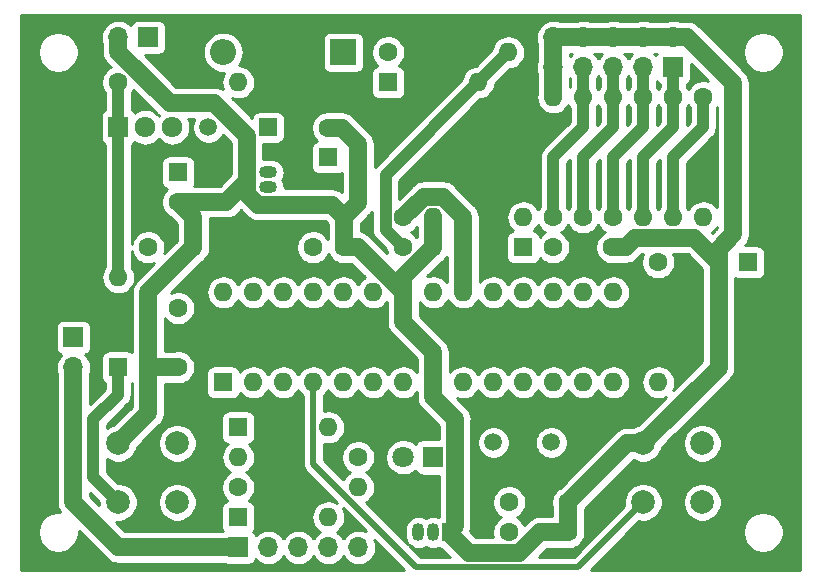
<source format=gbr>
G04 #@! TF.GenerationSoftware,KiCad,Pcbnew,(5.1.0)-1*
G04 #@! TF.CreationDate,2020-12-16T18:10:22+01:00*
G04 #@! TF.ProjectId,ECG Patient simulator,45434720-5061-4746-9965-6e742073696d,1.0*
G04 #@! TF.SameCoordinates,Original*
G04 #@! TF.FileFunction,Copper,L2,Bot*
G04 #@! TF.FilePolarity,Positive*
%FSLAX46Y46*%
G04 Gerber Fmt 4.6, Leading zero omitted, Abs format (unit mm)*
G04 Created by KiCad (PCBNEW (5.1.0)-1) date 2020-12-16 18:10:22*
%MOMM*%
%LPD*%
G04 APERTURE LIST*
%ADD10R,1.600000X1.600000*%
%ADD11C,1.600000*%
%ADD12O,1.600000X1.600000*%
%ADD13R,2.200000X2.200000*%
%ADD14O,2.200000X2.200000*%
%ADD15R,1.800000X1.800000*%
%ADD16C,1.800000*%
%ADD17R,1.700000X1.700000*%
%ADD18O,1.700000X1.700000*%
%ADD19R,1.717500X1.800000*%
%ADD20O,1.717500X1.800000*%
%ADD21R,1.500000X1.050000*%
%ADD22O,1.500000X1.050000*%
%ADD23O,1.050000X1.500000*%
%ADD24R,1.050000X1.500000*%
%ADD25C,2.000000*%
%ADD26C,1.500000*%
%ADD27R,1.500000X1.500000*%
%ADD28C,1.500000*%
%ADD29C,1.000000*%
%ADD30C,0.500000*%
%ADD31C,0.254000*%
G04 APERTURE END LIST*
D10*
X123190000Y-90170000D03*
D11*
X123190000Y-92670000D03*
X135890000Y-86400000D03*
D10*
X135890000Y-88900000D03*
D11*
X137240000Y-93980000D03*
X142240000Y-93980000D03*
X123190000Y-101680000D03*
X123190000Y-106680000D03*
X156210000Y-120650000D03*
X151210000Y-120650000D03*
X151210000Y-118110000D03*
X156210000Y-118110000D03*
X142240000Y-96520000D03*
X137240000Y-96520000D03*
X154940000Y-96520000D03*
X159940000Y-96520000D03*
D10*
X171450000Y-97790000D03*
D11*
X168950000Y-97790000D03*
D12*
X118110000Y-99060000D03*
D10*
X118110000Y-106680000D03*
X128270000Y-111760000D03*
D12*
X135890000Y-111760000D03*
X135890000Y-119380000D03*
D10*
X128270000Y-119380000D03*
X140970000Y-82550000D03*
D12*
X148590000Y-82550000D03*
D13*
X137160000Y-80010000D03*
D14*
X127000000Y-80010000D03*
D15*
X144780000Y-114300000D03*
D16*
X142240000Y-114300000D03*
D17*
X120650000Y-78740000D03*
D18*
X118110000Y-78740000D03*
D17*
X165100000Y-81280000D03*
D18*
X165100000Y-78740000D03*
X162560000Y-81280000D03*
X162560000Y-78740000D03*
X160020000Y-81280000D03*
X160020000Y-78740000D03*
X157480000Y-81280000D03*
X157480000Y-78740000D03*
X154940000Y-81280000D03*
X154940000Y-78740000D03*
X114300000Y-106680000D03*
D17*
X114300000Y-104140000D03*
X128270000Y-121920000D03*
D18*
X130810000Y-121920000D03*
X133350000Y-121920000D03*
X135890000Y-121920000D03*
X138430000Y-121920000D03*
D19*
X118110000Y-86360000D03*
D20*
X120400000Y-86360000D03*
X122690000Y-86360000D03*
D21*
X130810000Y-92710000D03*
D22*
X130810000Y-90170000D03*
X130810000Y-91440000D03*
D23*
X144780000Y-120650000D03*
X143510000Y-120650000D03*
D24*
X146050000Y-120650000D03*
D12*
X128270000Y-82550000D03*
D11*
X118110000Y-82550000D03*
X120650000Y-96520000D03*
D12*
X120650000Y-106680000D03*
X138430000Y-116840000D03*
D11*
X128270000Y-116840000D03*
X138430000Y-114300000D03*
D12*
X128270000Y-114300000D03*
X151130000Y-80010000D03*
D11*
X140970000Y-80010000D03*
X134620000Y-96520000D03*
D12*
X124460000Y-96520000D03*
D11*
X163830000Y-97790000D03*
D12*
X163830000Y-107950000D03*
X167640000Y-93980000D03*
D11*
X167640000Y-83820000D03*
X165100000Y-83820000D03*
D12*
X165100000Y-93980000D03*
X162560000Y-93980000D03*
D11*
X162560000Y-83820000D03*
X160020000Y-93980000D03*
D12*
X160020000Y-83820000D03*
X157480000Y-83820000D03*
D11*
X157480000Y-93980000D03*
X154940000Y-93980000D03*
D12*
X154940000Y-83820000D03*
D25*
X123110000Y-118110000D03*
X123110000Y-113110000D03*
X118110000Y-113110000D03*
X118110000Y-118110000D03*
X162560000Y-118110000D03*
X162560000Y-113110000D03*
X167560000Y-113110000D03*
X167560000Y-118110000D03*
D10*
X152400000Y-96520000D03*
D12*
X144780000Y-93980000D03*
X152400000Y-93980000D03*
X144780000Y-96520000D03*
D10*
X127000000Y-107950000D03*
D12*
X160020000Y-100330000D03*
X129540000Y-107950000D03*
X157480000Y-100330000D03*
X132080000Y-107950000D03*
X154940000Y-100330000D03*
X134620000Y-107950000D03*
X152400000Y-100330000D03*
X137160000Y-107950000D03*
X149860000Y-100330000D03*
X139700000Y-107950000D03*
X147320000Y-100330000D03*
X142240000Y-107950000D03*
X144780000Y-100330000D03*
X144780000Y-107950000D03*
X142240000Y-100330000D03*
X147320000Y-107950000D03*
X139700000Y-100330000D03*
X149860000Y-107950000D03*
X137160000Y-100330000D03*
X152400000Y-107950000D03*
X134620000Y-100330000D03*
X154940000Y-107950000D03*
X132080000Y-100330000D03*
X157480000Y-107950000D03*
X129540000Y-100330000D03*
X160020000Y-107950000D03*
X127000000Y-100330000D03*
D26*
X128270000Y-86360000D03*
X125730000Y-86360000D03*
D27*
X130810000Y-86360000D03*
D26*
X149860000Y-113030000D03*
X154760000Y-113030000D03*
D28*
X127520001Y-85610001D02*
X128270000Y-86360000D01*
X126210001Y-84300001D02*
X127520001Y-85610001D01*
X122450003Y-84300001D02*
X126210001Y-84300001D01*
X118110000Y-79959998D02*
X122450003Y-84300001D01*
X118110000Y-78740000D02*
X118110000Y-79959998D01*
X129019999Y-87109999D02*
X128270000Y-86360000D01*
X137240000Y-93980000D02*
X137240000Y-96520000D01*
X138430000Y-96520000D02*
X142240000Y-100330000D01*
X137240000Y-96520000D02*
X138430000Y-96520000D01*
X142240000Y-99060000D02*
X144780000Y-96520000D01*
X142240000Y-100330000D02*
X142240000Y-99060000D01*
X144780000Y-96520000D02*
X144780000Y-93980000D01*
X142240000Y-100330000D02*
X142240000Y-102870000D01*
X142240000Y-102870000D02*
X144780000Y-105410000D01*
X137240000Y-93980000D02*
X138430000Y-92790000D01*
X137021370Y-86400000D02*
X135890000Y-86400000D01*
X138430000Y-87808630D02*
X137021370Y-86400000D01*
X138430000Y-92790000D02*
X138430000Y-87808630D01*
X168150001Y-96990001D02*
X168950000Y-97790000D01*
X166890001Y-95730001D02*
X168150001Y-96990001D01*
X161861369Y-95730001D02*
X166890001Y-95730001D01*
X161071370Y-96520000D02*
X161861369Y-95730001D01*
X159940000Y-96520000D02*
X161071370Y-96520000D01*
X168950000Y-106720000D02*
X162560000Y-113110000D01*
X168950000Y-97790000D02*
X168950000Y-106720000D01*
X161210000Y-113110000D02*
X156210000Y-118110000D01*
X162560000Y-113110000D02*
X161210000Y-113110000D01*
X156210000Y-118110000D02*
X156210000Y-120650000D01*
X146630001Y-111070001D02*
X144780000Y-109220000D01*
X156210000Y-120650000D02*
X153800002Y-120650000D01*
X146630001Y-120069999D02*
X146630001Y-111070001D01*
X153800002Y-120650000D02*
X152050001Y-122400001D01*
X147800001Y-122400001D02*
X146255010Y-120855010D01*
X144780000Y-109220000D02*
X144780000Y-107950000D01*
X152050001Y-122400001D02*
X147800001Y-122400001D01*
X146255010Y-120855010D02*
X146255010Y-120444990D01*
X146255010Y-120444990D02*
X146630001Y-120069999D01*
X168950000Y-96658630D02*
X170180000Y-95428630D01*
X168950000Y-97790000D02*
X168950000Y-96658630D01*
X166302081Y-78740000D02*
X165100000Y-78740000D01*
X170180000Y-82617919D02*
X166302081Y-78740000D01*
X170180000Y-95428630D02*
X170180000Y-82617919D01*
X165100000Y-78740000D02*
X162560000Y-78740000D01*
X162560000Y-78740000D02*
X160020000Y-78740000D01*
X160020000Y-78740000D02*
X157480000Y-78740000D01*
X157480000Y-78740000D02*
X154940000Y-78740000D01*
X154940000Y-78740000D02*
X154940000Y-81280000D01*
X154940000Y-81280000D02*
X154940000Y-83820000D01*
X144780000Y-105410000D02*
X144780000Y-106680000D01*
X144780000Y-106680000D02*
X144780000Y-107950000D01*
X120650000Y-110570000D02*
X120650000Y-106680000D01*
X118110000Y-113110000D02*
X120650000Y-110570000D01*
X120650000Y-106680000D02*
X123190000Y-106680000D01*
X120650000Y-100330000D02*
X124460000Y-96520000D01*
X120650000Y-106680000D02*
X120650000Y-100330000D01*
X124460000Y-93940000D02*
X123190000Y-92670000D01*
X124460000Y-96520000D02*
X124460000Y-93940000D01*
X127269998Y-92670000D02*
X129019999Y-90919999D01*
X123190000Y-92670000D02*
X127269998Y-92670000D01*
X129019999Y-90919999D02*
X129019999Y-87109999D01*
X136175010Y-92915010D02*
X137240000Y-93980000D01*
X129974031Y-92915010D02*
X136175010Y-92915010D01*
X129019999Y-91960978D02*
X129974031Y-92915010D01*
X129019999Y-90919999D02*
X129019999Y-91960978D01*
X147320000Y-99198630D02*
X147320000Y-100330000D01*
X147320000Y-93929998D02*
X147320000Y-99198630D01*
X145620001Y-92229999D02*
X147320000Y-93929998D01*
X143990001Y-92229999D02*
X145620001Y-92229999D01*
X142240000Y-93980000D02*
X143990001Y-92229999D01*
D29*
X141440001Y-95720001D02*
X142240000Y-96520000D01*
X140739999Y-95019999D02*
X141440001Y-95720001D01*
X140739999Y-90400001D02*
X140739999Y-95019999D01*
X148590000Y-82550000D02*
X140739999Y-90400001D01*
X148590000Y-82550000D02*
X151130000Y-80010000D01*
X118110000Y-99060000D02*
X118110000Y-86360000D01*
X118110000Y-86360000D02*
X118110000Y-82550000D01*
D28*
X128270000Y-121920000D02*
X118110000Y-121920000D01*
X114300000Y-118110000D02*
X114300000Y-106680000D01*
X118110000Y-121920000D02*
X114300000Y-118110000D01*
D29*
X165100000Y-81280000D02*
X165100000Y-83820000D01*
X165100000Y-83820000D02*
X165100000Y-86360000D01*
X162560000Y-88900000D02*
X162560000Y-93980000D01*
X165100000Y-86360000D02*
X162560000Y-88900000D01*
X162560000Y-81280000D02*
X162560000Y-83820000D01*
X162560000Y-83820000D02*
X162560000Y-86360000D01*
X160020000Y-88900000D02*
X160020000Y-93980000D01*
X162560000Y-86360000D02*
X160020000Y-88900000D01*
X160020000Y-81280000D02*
X160020000Y-83820000D01*
X160020000Y-83820000D02*
X160020000Y-86360000D01*
X157480000Y-88900000D02*
X157480000Y-93980000D01*
X160020000Y-86360000D02*
X157480000Y-88900000D01*
X157480000Y-81280000D02*
X157480000Y-83820000D01*
X157480000Y-83820000D02*
X157480000Y-86360000D01*
X154940000Y-88900000D02*
X154940000Y-93980000D01*
X157480000Y-86360000D02*
X154940000Y-88900000D01*
D30*
X134620000Y-109081370D02*
X134620000Y-107950000D01*
X134620000Y-114880002D02*
X134620000Y-109081370D01*
X143340009Y-123600011D02*
X134620000Y-114880002D01*
X157069989Y-123600011D02*
X143340009Y-123600011D01*
X162560000Y-118110000D02*
X157069989Y-123600011D01*
D29*
X167640000Y-83820000D02*
X167640000Y-86360000D01*
X165100000Y-88900000D02*
X165100000Y-93980000D01*
X167640000Y-86360000D02*
X165100000Y-88900000D01*
X118110000Y-118110000D02*
X116000010Y-116000010D01*
X116000010Y-116000010D02*
X116000010Y-111089990D01*
X116000010Y-111089990D02*
X118110000Y-108980000D01*
X118110000Y-108980000D02*
X118110000Y-106680000D01*
D31*
G36*
X175870000Y-123800000D02*
G01*
X158121578Y-123800000D01*
X161442461Y-120479117D01*
X170985000Y-120479117D01*
X170985000Y-120820883D01*
X171051675Y-121156081D01*
X171182463Y-121471831D01*
X171372337Y-121755998D01*
X171614002Y-121997663D01*
X171898169Y-122187537D01*
X172213919Y-122318325D01*
X172549117Y-122385000D01*
X172890883Y-122385000D01*
X173226081Y-122318325D01*
X173541831Y-122187537D01*
X173825998Y-121997663D01*
X174067663Y-121755998D01*
X174257537Y-121471831D01*
X174388325Y-121156081D01*
X174455000Y-120820883D01*
X174455000Y-120479117D01*
X174388325Y-120143919D01*
X174257537Y-119828169D01*
X174067663Y-119544002D01*
X173825998Y-119302337D01*
X173541831Y-119112463D01*
X173226081Y-118981675D01*
X172890883Y-118915000D01*
X172549117Y-118915000D01*
X172213919Y-118981675D01*
X171898169Y-119112463D01*
X171614002Y-119302337D01*
X171372337Y-119544002D01*
X171182463Y-119828169D01*
X171051675Y-120143919D01*
X170985000Y-120479117D01*
X161442461Y-120479117D01*
X162213475Y-119708104D01*
X162398967Y-119745000D01*
X162721033Y-119745000D01*
X163036912Y-119682168D01*
X163334463Y-119558918D01*
X163602252Y-119379987D01*
X163829987Y-119152252D01*
X164008918Y-118884463D01*
X164132168Y-118586912D01*
X164195000Y-118271033D01*
X164195000Y-117948967D01*
X165925000Y-117948967D01*
X165925000Y-118271033D01*
X165987832Y-118586912D01*
X166111082Y-118884463D01*
X166290013Y-119152252D01*
X166517748Y-119379987D01*
X166785537Y-119558918D01*
X167083088Y-119682168D01*
X167398967Y-119745000D01*
X167721033Y-119745000D01*
X168036912Y-119682168D01*
X168334463Y-119558918D01*
X168602252Y-119379987D01*
X168829987Y-119152252D01*
X169008918Y-118884463D01*
X169132168Y-118586912D01*
X169195000Y-118271033D01*
X169195000Y-117948967D01*
X169132168Y-117633088D01*
X169008918Y-117335537D01*
X168829987Y-117067748D01*
X168602252Y-116840013D01*
X168334463Y-116661082D01*
X168036912Y-116537832D01*
X167721033Y-116475000D01*
X167398967Y-116475000D01*
X167083088Y-116537832D01*
X166785537Y-116661082D01*
X166517748Y-116840013D01*
X166290013Y-117067748D01*
X166111082Y-117335537D01*
X165987832Y-117633088D01*
X165925000Y-117948967D01*
X164195000Y-117948967D01*
X164132168Y-117633088D01*
X164008918Y-117335537D01*
X163829987Y-117067748D01*
X163602252Y-116840013D01*
X163334463Y-116661082D01*
X163036912Y-116537832D01*
X162721033Y-116475000D01*
X162398967Y-116475000D01*
X162083088Y-116537832D01*
X161785537Y-116661082D01*
X161517748Y-116840013D01*
X161290013Y-117067748D01*
X161111082Y-117335537D01*
X160987832Y-117633088D01*
X160925000Y-117948967D01*
X160925000Y-118271033D01*
X160961896Y-118456525D01*
X156703411Y-122715011D01*
X153693676Y-122715011D01*
X154373688Y-122035000D01*
X155817301Y-122035000D01*
X156068665Y-122085000D01*
X156351335Y-122085000D01*
X156628574Y-122029853D01*
X156889727Y-121921680D01*
X157124759Y-121764637D01*
X157324637Y-121564759D01*
X157481680Y-121329727D01*
X157589853Y-121068574D01*
X157645000Y-120791335D01*
X157645000Y-120508665D01*
X157595000Y-120257301D01*
X157595000Y-118683685D01*
X161746111Y-114532575D01*
X161785537Y-114558918D01*
X162083088Y-114682168D01*
X162398967Y-114745000D01*
X162721033Y-114745000D01*
X163036912Y-114682168D01*
X163334463Y-114558918D01*
X163602252Y-114379987D01*
X163829987Y-114152252D01*
X164008918Y-113884463D01*
X164132168Y-113586912D01*
X164154613Y-113474072D01*
X164679718Y-112948967D01*
X165925000Y-112948967D01*
X165925000Y-113271033D01*
X165987832Y-113586912D01*
X166111082Y-113884463D01*
X166290013Y-114152252D01*
X166517748Y-114379987D01*
X166785537Y-114558918D01*
X167083088Y-114682168D01*
X167398967Y-114745000D01*
X167721033Y-114745000D01*
X168036912Y-114682168D01*
X168334463Y-114558918D01*
X168602252Y-114379987D01*
X168829987Y-114152252D01*
X169008918Y-113884463D01*
X169132168Y-113586912D01*
X169195000Y-113271033D01*
X169195000Y-112948967D01*
X169132168Y-112633088D01*
X169008918Y-112335537D01*
X168829987Y-112067748D01*
X168602252Y-111840013D01*
X168334463Y-111661082D01*
X168036912Y-111537832D01*
X167721033Y-111475000D01*
X167398967Y-111475000D01*
X167083088Y-111537832D01*
X166785537Y-111661082D01*
X166517748Y-111840013D01*
X166290013Y-112067748D01*
X166111082Y-112335537D01*
X165987832Y-112633088D01*
X165925000Y-112948967D01*
X164679718Y-112948967D01*
X169881236Y-107747450D01*
X169934081Y-107704081D01*
X170011549Y-107609687D01*
X170107157Y-107493188D01*
X170235764Y-107252581D01*
X170314960Y-106991507D01*
X170317934Y-106961309D01*
X170335000Y-106788037D01*
X170335000Y-106788029D01*
X170341700Y-106720000D01*
X170335000Y-106651971D01*
X170335000Y-99141647D01*
X170405820Y-99179502D01*
X170525518Y-99215812D01*
X170650000Y-99228072D01*
X172250000Y-99228072D01*
X172374482Y-99215812D01*
X172494180Y-99179502D01*
X172604494Y-99120537D01*
X172701185Y-99041185D01*
X172780537Y-98944494D01*
X172839502Y-98834180D01*
X172875812Y-98714482D01*
X172888072Y-98590000D01*
X172888072Y-96990000D01*
X172875812Y-96865518D01*
X172839502Y-96745820D01*
X172780537Y-96635506D01*
X172701185Y-96538815D01*
X172604494Y-96459463D01*
X172494180Y-96400498D01*
X172374482Y-96364188D01*
X172250000Y-96351928D01*
X171213965Y-96351928D01*
X171337157Y-96201818D01*
X171465764Y-95961211D01*
X171544960Y-95700137D01*
X171555929Y-95588767D01*
X171565000Y-95496667D01*
X171565000Y-95496659D01*
X171571700Y-95428630D01*
X171565000Y-95360601D01*
X171565000Y-82685948D01*
X171571700Y-82617919D01*
X171565000Y-82549890D01*
X171565000Y-82549882D01*
X171544960Y-82346412D01*
X171465764Y-82085338D01*
X171337157Y-81844731D01*
X171259413Y-81750000D01*
X171207452Y-81686685D01*
X171207450Y-81686683D01*
X171164081Y-81633838D01*
X171111236Y-81590469D01*
X169359884Y-79839117D01*
X170985000Y-79839117D01*
X170985000Y-80180883D01*
X171051675Y-80516081D01*
X171182463Y-80831831D01*
X171372337Y-81115998D01*
X171614002Y-81357663D01*
X171898169Y-81547537D01*
X172213919Y-81678325D01*
X172549117Y-81745000D01*
X172890883Y-81745000D01*
X173226081Y-81678325D01*
X173541831Y-81547537D01*
X173825998Y-81357663D01*
X174067663Y-81115998D01*
X174257537Y-80831831D01*
X174388325Y-80516081D01*
X174455000Y-80180883D01*
X174455000Y-79839117D01*
X174388325Y-79503919D01*
X174257537Y-79188169D01*
X174067663Y-78904002D01*
X173825998Y-78662337D01*
X173541831Y-78472463D01*
X173226081Y-78341675D01*
X172890883Y-78275000D01*
X172549117Y-78275000D01*
X172213919Y-78341675D01*
X171898169Y-78472463D01*
X171614002Y-78662337D01*
X171372337Y-78904002D01*
X171182463Y-79188169D01*
X171051675Y-79503919D01*
X170985000Y-79839117D01*
X169359884Y-79839117D01*
X167329535Y-77808769D01*
X167286162Y-77755919D01*
X167075269Y-77582843D01*
X166834662Y-77454236D01*
X166573588Y-77375040D01*
X166370118Y-77355000D01*
X166370110Y-77355000D01*
X166302081Y-77348300D01*
X166234052Y-77355000D01*
X165649933Y-77355000D01*
X165391111Y-77276487D01*
X165172950Y-77255000D01*
X165027050Y-77255000D01*
X164808889Y-77276487D01*
X164550067Y-77355000D01*
X163109933Y-77355000D01*
X162851111Y-77276487D01*
X162632950Y-77255000D01*
X162487050Y-77255000D01*
X162268889Y-77276487D01*
X162010067Y-77355000D01*
X160569933Y-77355000D01*
X160311111Y-77276487D01*
X160092950Y-77255000D01*
X159947050Y-77255000D01*
X159728889Y-77276487D01*
X159470067Y-77355000D01*
X158029933Y-77355000D01*
X157771111Y-77276487D01*
X157552950Y-77255000D01*
X157407050Y-77255000D01*
X157188889Y-77276487D01*
X156930067Y-77355000D01*
X155489933Y-77355000D01*
X155231111Y-77276487D01*
X155012950Y-77255000D01*
X154867050Y-77255000D01*
X154648889Y-77276487D01*
X154368966Y-77361401D01*
X154110986Y-77499294D01*
X153884866Y-77684866D01*
X153699294Y-77910986D01*
X153561401Y-78168966D01*
X153476487Y-78448889D01*
X153447815Y-78740000D01*
X153476487Y-79031111D01*
X153555000Y-79289934D01*
X153555001Y-80730065D01*
X153476487Y-80988889D01*
X153447815Y-81280000D01*
X153476487Y-81571111D01*
X153555000Y-81829934D01*
X153555001Y-83442309D01*
X153525764Y-83538691D01*
X153498057Y-83820000D01*
X153525764Y-84101309D01*
X153607818Y-84371808D01*
X153741068Y-84621101D01*
X153920392Y-84839608D01*
X154138899Y-85018932D01*
X154388192Y-85152182D01*
X154658691Y-85234236D01*
X154869508Y-85255000D01*
X155010492Y-85255000D01*
X155221309Y-85234236D01*
X155491808Y-85152182D01*
X155741101Y-85018932D01*
X155959608Y-84839608D01*
X156138932Y-84621101D01*
X156210000Y-84488142D01*
X156281068Y-84621101D01*
X156345000Y-84699003D01*
X156345001Y-85889867D01*
X154176865Y-88058004D01*
X154133551Y-88093551D01*
X153991716Y-88266377D01*
X153922559Y-88395763D01*
X153886324Y-88463554D01*
X153821423Y-88677502D01*
X153799509Y-88900000D01*
X153805000Y-88955752D01*
X153805001Y-93095715D01*
X153668320Y-93300273D01*
X153666350Y-93305029D01*
X153598932Y-93178899D01*
X153419608Y-92960392D01*
X153201101Y-92781068D01*
X152951808Y-92647818D01*
X152681309Y-92565764D01*
X152470492Y-92545000D01*
X152329508Y-92545000D01*
X152118691Y-92565764D01*
X151848192Y-92647818D01*
X151598899Y-92781068D01*
X151380392Y-92960392D01*
X151201068Y-93178899D01*
X151067818Y-93428192D01*
X150985764Y-93698691D01*
X150958057Y-93980000D01*
X150985764Y-94261309D01*
X151067818Y-94531808D01*
X151201068Y-94781101D01*
X151380392Y-94999608D01*
X151493482Y-95092419D01*
X151475518Y-95094188D01*
X151355820Y-95130498D01*
X151245506Y-95189463D01*
X151148815Y-95268815D01*
X151069463Y-95365506D01*
X151010498Y-95475820D01*
X150974188Y-95595518D01*
X150961928Y-95720000D01*
X150961928Y-97320000D01*
X150974188Y-97444482D01*
X151010498Y-97564180D01*
X151069463Y-97674494D01*
X151148815Y-97771185D01*
X151245506Y-97850537D01*
X151355820Y-97909502D01*
X151475518Y-97945812D01*
X151600000Y-97958072D01*
X153200000Y-97958072D01*
X153324482Y-97945812D01*
X153444180Y-97909502D01*
X153554494Y-97850537D01*
X153651185Y-97771185D01*
X153730537Y-97674494D01*
X153789502Y-97564180D01*
X153825812Y-97444482D01*
X153826643Y-97436039D01*
X154025241Y-97634637D01*
X154260273Y-97791680D01*
X154521426Y-97899853D01*
X154798665Y-97955000D01*
X155081335Y-97955000D01*
X155358574Y-97899853D01*
X155619727Y-97791680D01*
X155854759Y-97634637D01*
X156054637Y-97434759D01*
X156211680Y-97199727D01*
X156319853Y-96938574D01*
X156375000Y-96661335D01*
X156375000Y-96378665D01*
X156319853Y-96101426D01*
X156211680Y-95840273D01*
X156054637Y-95605241D01*
X155854759Y-95405363D01*
X155622241Y-95250000D01*
X155854759Y-95094637D01*
X156054637Y-94894759D01*
X156210000Y-94662241D01*
X156365363Y-94894759D01*
X156565241Y-95094637D01*
X156800273Y-95251680D01*
X157061426Y-95359853D01*
X157338665Y-95415000D01*
X157621335Y-95415000D01*
X157898574Y-95359853D01*
X158159727Y-95251680D01*
X158394759Y-95094637D01*
X158594637Y-94894759D01*
X158750000Y-94662241D01*
X158905363Y-94894759D01*
X159105241Y-95094637D01*
X159306554Y-95229150D01*
X159260273Y-95248320D01*
X159025241Y-95405363D01*
X158825363Y-95605241D01*
X158668320Y-95840273D01*
X158560147Y-96101426D01*
X158505000Y-96378665D01*
X158505000Y-96661335D01*
X158560147Y-96938574D01*
X158668320Y-97199727D01*
X158825363Y-97434759D01*
X159025241Y-97634637D01*
X159260273Y-97791680D01*
X159521426Y-97899853D01*
X159798665Y-97955000D01*
X160081335Y-97955000D01*
X160332699Y-97905000D01*
X161003341Y-97905000D01*
X161071370Y-97911700D01*
X161139399Y-97905000D01*
X161139407Y-97905000D01*
X161342877Y-97884960D01*
X161603951Y-97805764D01*
X161844558Y-97677157D01*
X162055451Y-97504081D01*
X162098824Y-97451231D01*
X162435054Y-97115001D01*
X162556362Y-97115001D01*
X162450147Y-97371426D01*
X162395000Y-97648665D01*
X162395000Y-97931335D01*
X162450147Y-98208574D01*
X162558320Y-98469727D01*
X162715363Y-98704759D01*
X162915241Y-98904637D01*
X163150273Y-99061680D01*
X163411426Y-99169853D01*
X163688665Y-99225000D01*
X163971335Y-99225000D01*
X164248574Y-99169853D01*
X164509727Y-99061680D01*
X164744759Y-98904637D01*
X164944637Y-98704759D01*
X165101680Y-98469727D01*
X165209853Y-98208574D01*
X165265000Y-97931335D01*
X165265000Y-97648665D01*
X165209853Y-97371426D01*
X165103638Y-97115001D01*
X166316316Y-97115001D01*
X167218767Y-98017453D01*
X167218773Y-98017458D01*
X167565000Y-98363685D01*
X167565001Y-106146313D01*
X165107840Y-108603474D01*
X165162182Y-108501808D01*
X165244236Y-108231309D01*
X165271943Y-107950000D01*
X165244236Y-107668691D01*
X165162182Y-107398192D01*
X165028932Y-107148899D01*
X164849608Y-106930392D01*
X164631101Y-106751068D01*
X164381808Y-106617818D01*
X164111309Y-106535764D01*
X163900492Y-106515000D01*
X163759508Y-106515000D01*
X163548691Y-106535764D01*
X163278192Y-106617818D01*
X163028899Y-106751068D01*
X162810392Y-106930392D01*
X162631068Y-107148899D01*
X162497818Y-107398192D01*
X162415764Y-107668691D01*
X162388057Y-107950000D01*
X162415764Y-108231309D01*
X162497818Y-108501808D01*
X162631068Y-108751101D01*
X162810392Y-108969608D01*
X163028899Y-109148932D01*
X163278192Y-109282182D01*
X163548691Y-109364236D01*
X163759508Y-109385000D01*
X163900492Y-109385000D01*
X164111309Y-109364236D01*
X164381808Y-109282182D01*
X164483474Y-109227840D01*
X162195928Y-111515387D01*
X162083088Y-111537832D01*
X161785537Y-111661082D01*
X161689877Y-111725000D01*
X161278029Y-111725000D01*
X161210000Y-111718300D01*
X161141971Y-111725000D01*
X161141963Y-111725000D01*
X160938493Y-111745040D01*
X160677419Y-111824236D01*
X160436812Y-111952843D01*
X160278766Y-112082548D01*
X160278764Y-112082550D01*
X160225919Y-112125919D01*
X160182550Y-112178764D01*
X155508339Y-116852976D01*
X155295241Y-116995363D01*
X155095363Y-117195241D01*
X154938320Y-117430273D01*
X154830147Y-117691426D01*
X154775000Y-117968665D01*
X154775000Y-118251335D01*
X154825000Y-118502699D01*
X154825000Y-119265000D01*
X153868028Y-119265000D01*
X153800001Y-119258300D01*
X153731974Y-119265000D01*
X153731965Y-119265000D01*
X153528495Y-119285040D01*
X153267421Y-119364236D01*
X153026814Y-119492843D01*
X153026812Y-119492844D01*
X153026813Y-119492844D01*
X152868768Y-119622548D01*
X152868766Y-119622550D01*
X152815921Y-119665919D01*
X152772552Y-119718764D01*
X152493209Y-119998107D01*
X152481680Y-119970273D01*
X152324637Y-119735241D01*
X152124759Y-119535363D01*
X151892241Y-119380000D01*
X152124759Y-119224637D01*
X152324637Y-119024759D01*
X152481680Y-118789727D01*
X152589853Y-118528574D01*
X152645000Y-118251335D01*
X152645000Y-117968665D01*
X152589853Y-117691426D01*
X152481680Y-117430273D01*
X152324637Y-117195241D01*
X152124759Y-116995363D01*
X151889727Y-116838320D01*
X151628574Y-116730147D01*
X151351335Y-116675000D01*
X151068665Y-116675000D01*
X150791426Y-116730147D01*
X150530273Y-116838320D01*
X150295241Y-116995363D01*
X150095363Y-117195241D01*
X149938320Y-117430273D01*
X149830147Y-117691426D01*
X149775000Y-117968665D01*
X149775000Y-118251335D01*
X149830147Y-118528574D01*
X149938320Y-118789727D01*
X150095363Y-119024759D01*
X150295241Y-119224637D01*
X150527759Y-119380000D01*
X150295241Y-119535363D01*
X150095363Y-119735241D01*
X149938320Y-119970273D01*
X149830147Y-120231426D01*
X149775000Y-120508665D01*
X149775000Y-120791335D01*
X149819491Y-121015001D01*
X148373687Y-121015001D01*
X147926355Y-120567670D01*
X147994961Y-120341506D01*
X148015001Y-120138036D01*
X148015001Y-120138027D01*
X148021701Y-120070000D01*
X148015001Y-120001973D01*
X148015001Y-112893589D01*
X148475000Y-112893589D01*
X148475000Y-113166411D01*
X148528225Y-113433989D01*
X148632629Y-113686043D01*
X148784201Y-113912886D01*
X148977114Y-114105799D01*
X149203957Y-114257371D01*
X149456011Y-114361775D01*
X149723589Y-114415000D01*
X149996411Y-114415000D01*
X150263989Y-114361775D01*
X150516043Y-114257371D01*
X150742886Y-114105799D01*
X150935799Y-113912886D01*
X151087371Y-113686043D01*
X151191775Y-113433989D01*
X151245000Y-113166411D01*
X151245000Y-112893589D01*
X153375000Y-112893589D01*
X153375000Y-113166411D01*
X153428225Y-113433989D01*
X153532629Y-113686043D01*
X153684201Y-113912886D01*
X153877114Y-114105799D01*
X154103957Y-114257371D01*
X154356011Y-114361775D01*
X154623589Y-114415000D01*
X154896411Y-114415000D01*
X155163989Y-114361775D01*
X155416043Y-114257371D01*
X155642886Y-114105799D01*
X155835799Y-113912886D01*
X155987371Y-113686043D01*
X156091775Y-113433989D01*
X156145000Y-113166411D01*
X156145000Y-112893589D01*
X156091775Y-112626011D01*
X155987371Y-112373957D01*
X155835799Y-112147114D01*
X155642886Y-111954201D01*
X155416043Y-111802629D01*
X155163989Y-111698225D01*
X154896411Y-111645000D01*
X154623589Y-111645000D01*
X154356011Y-111698225D01*
X154103957Y-111802629D01*
X153877114Y-111954201D01*
X153684201Y-112147114D01*
X153532629Y-112373957D01*
X153428225Y-112626011D01*
X153375000Y-112893589D01*
X151245000Y-112893589D01*
X151191775Y-112626011D01*
X151087371Y-112373957D01*
X150935799Y-112147114D01*
X150742886Y-111954201D01*
X150516043Y-111802629D01*
X150263989Y-111698225D01*
X149996411Y-111645000D01*
X149723589Y-111645000D01*
X149456011Y-111698225D01*
X149203957Y-111802629D01*
X148977114Y-111954201D01*
X148784201Y-112147114D01*
X148632629Y-112373957D01*
X148528225Y-112626011D01*
X148475000Y-112893589D01*
X148015001Y-112893589D01*
X148015001Y-111138038D01*
X148021702Y-111070001D01*
X147994961Y-110798494D01*
X147915765Y-110537420D01*
X147787158Y-110296813D01*
X147657453Y-110138767D01*
X147657451Y-110138765D01*
X147614082Y-110085920D01*
X147561237Y-110042551D01*
X146815095Y-109296410D01*
X147038691Y-109364236D01*
X147249508Y-109385000D01*
X147390492Y-109385000D01*
X147601309Y-109364236D01*
X147871808Y-109282182D01*
X148121101Y-109148932D01*
X148339608Y-108969608D01*
X148518932Y-108751101D01*
X148590000Y-108618142D01*
X148661068Y-108751101D01*
X148840392Y-108969608D01*
X149058899Y-109148932D01*
X149308192Y-109282182D01*
X149578691Y-109364236D01*
X149789508Y-109385000D01*
X149930492Y-109385000D01*
X150141309Y-109364236D01*
X150411808Y-109282182D01*
X150661101Y-109148932D01*
X150879608Y-108969608D01*
X151058932Y-108751101D01*
X151130000Y-108618142D01*
X151201068Y-108751101D01*
X151380392Y-108969608D01*
X151598899Y-109148932D01*
X151848192Y-109282182D01*
X152118691Y-109364236D01*
X152329508Y-109385000D01*
X152470492Y-109385000D01*
X152681309Y-109364236D01*
X152951808Y-109282182D01*
X153201101Y-109148932D01*
X153419608Y-108969608D01*
X153598932Y-108751101D01*
X153670000Y-108618142D01*
X153741068Y-108751101D01*
X153920392Y-108969608D01*
X154138899Y-109148932D01*
X154388192Y-109282182D01*
X154658691Y-109364236D01*
X154869508Y-109385000D01*
X155010492Y-109385000D01*
X155221309Y-109364236D01*
X155491808Y-109282182D01*
X155741101Y-109148932D01*
X155959608Y-108969608D01*
X156138932Y-108751101D01*
X156210000Y-108618142D01*
X156281068Y-108751101D01*
X156460392Y-108969608D01*
X156678899Y-109148932D01*
X156928192Y-109282182D01*
X157198691Y-109364236D01*
X157409508Y-109385000D01*
X157550492Y-109385000D01*
X157761309Y-109364236D01*
X158031808Y-109282182D01*
X158281101Y-109148932D01*
X158499608Y-108969608D01*
X158678932Y-108751101D01*
X158750000Y-108618142D01*
X158821068Y-108751101D01*
X159000392Y-108969608D01*
X159218899Y-109148932D01*
X159468192Y-109282182D01*
X159738691Y-109364236D01*
X159949508Y-109385000D01*
X160090492Y-109385000D01*
X160301309Y-109364236D01*
X160571808Y-109282182D01*
X160821101Y-109148932D01*
X161039608Y-108969608D01*
X161218932Y-108751101D01*
X161352182Y-108501808D01*
X161434236Y-108231309D01*
X161461943Y-107950000D01*
X161434236Y-107668691D01*
X161352182Y-107398192D01*
X161218932Y-107148899D01*
X161039608Y-106930392D01*
X160821101Y-106751068D01*
X160571808Y-106617818D01*
X160301309Y-106535764D01*
X160090492Y-106515000D01*
X159949508Y-106515000D01*
X159738691Y-106535764D01*
X159468192Y-106617818D01*
X159218899Y-106751068D01*
X159000392Y-106930392D01*
X158821068Y-107148899D01*
X158750000Y-107281858D01*
X158678932Y-107148899D01*
X158499608Y-106930392D01*
X158281101Y-106751068D01*
X158031808Y-106617818D01*
X157761309Y-106535764D01*
X157550492Y-106515000D01*
X157409508Y-106515000D01*
X157198691Y-106535764D01*
X156928192Y-106617818D01*
X156678899Y-106751068D01*
X156460392Y-106930392D01*
X156281068Y-107148899D01*
X156210000Y-107281858D01*
X156138932Y-107148899D01*
X155959608Y-106930392D01*
X155741101Y-106751068D01*
X155491808Y-106617818D01*
X155221309Y-106535764D01*
X155010492Y-106515000D01*
X154869508Y-106515000D01*
X154658691Y-106535764D01*
X154388192Y-106617818D01*
X154138899Y-106751068D01*
X153920392Y-106930392D01*
X153741068Y-107148899D01*
X153670000Y-107281858D01*
X153598932Y-107148899D01*
X153419608Y-106930392D01*
X153201101Y-106751068D01*
X152951808Y-106617818D01*
X152681309Y-106535764D01*
X152470492Y-106515000D01*
X152329508Y-106515000D01*
X152118691Y-106535764D01*
X151848192Y-106617818D01*
X151598899Y-106751068D01*
X151380392Y-106930392D01*
X151201068Y-107148899D01*
X151130000Y-107281858D01*
X151058932Y-107148899D01*
X150879608Y-106930392D01*
X150661101Y-106751068D01*
X150411808Y-106617818D01*
X150141309Y-106535764D01*
X149930492Y-106515000D01*
X149789508Y-106515000D01*
X149578691Y-106535764D01*
X149308192Y-106617818D01*
X149058899Y-106751068D01*
X148840392Y-106930392D01*
X148661068Y-107148899D01*
X148590000Y-107281858D01*
X148518932Y-107148899D01*
X148339608Y-106930392D01*
X148121101Y-106751068D01*
X147871808Y-106617818D01*
X147601309Y-106535764D01*
X147390492Y-106515000D01*
X147249508Y-106515000D01*
X147038691Y-106535764D01*
X146768192Y-106617818D01*
X146518899Y-106751068D01*
X146300392Y-106930392D01*
X146165000Y-107095368D01*
X146165000Y-105478026D01*
X146171700Y-105409999D01*
X146165000Y-105341972D01*
X146165000Y-105341963D01*
X146144960Y-105138493D01*
X146065764Y-104877419D01*
X145937157Y-104636812D01*
X145764080Y-104425919D01*
X145711235Y-104382550D01*
X143625000Y-102296315D01*
X143625000Y-101184632D01*
X143760392Y-101349608D01*
X143978899Y-101528932D01*
X144228192Y-101662182D01*
X144498691Y-101744236D01*
X144709508Y-101765000D01*
X144850492Y-101765000D01*
X145061309Y-101744236D01*
X145331808Y-101662182D01*
X145581101Y-101528932D01*
X145799608Y-101349608D01*
X145978932Y-101131101D01*
X146050000Y-100998142D01*
X146121068Y-101131101D01*
X146300392Y-101349608D01*
X146518899Y-101528932D01*
X146768192Y-101662182D01*
X147038691Y-101744236D01*
X147249508Y-101765000D01*
X147390492Y-101765000D01*
X147601309Y-101744236D01*
X147871808Y-101662182D01*
X148121101Y-101528932D01*
X148339608Y-101349608D01*
X148518932Y-101131101D01*
X148590000Y-100998142D01*
X148661068Y-101131101D01*
X148840392Y-101349608D01*
X149058899Y-101528932D01*
X149308192Y-101662182D01*
X149578691Y-101744236D01*
X149789508Y-101765000D01*
X149930492Y-101765000D01*
X150141309Y-101744236D01*
X150411808Y-101662182D01*
X150661101Y-101528932D01*
X150879608Y-101349608D01*
X151058932Y-101131101D01*
X151130000Y-100998142D01*
X151201068Y-101131101D01*
X151380392Y-101349608D01*
X151598899Y-101528932D01*
X151848192Y-101662182D01*
X152118691Y-101744236D01*
X152329508Y-101765000D01*
X152470492Y-101765000D01*
X152681309Y-101744236D01*
X152951808Y-101662182D01*
X153201101Y-101528932D01*
X153419608Y-101349608D01*
X153598932Y-101131101D01*
X153670000Y-100998142D01*
X153741068Y-101131101D01*
X153920392Y-101349608D01*
X154138899Y-101528932D01*
X154388192Y-101662182D01*
X154658691Y-101744236D01*
X154869508Y-101765000D01*
X155010492Y-101765000D01*
X155221309Y-101744236D01*
X155491808Y-101662182D01*
X155741101Y-101528932D01*
X155959608Y-101349608D01*
X156138932Y-101131101D01*
X156210000Y-100998142D01*
X156281068Y-101131101D01*
X156460392Y-101349608D01*
X156678899Y-101528932D01*
X156928192Y-101662182D01*
X157198691Y-101744236D01*
X157409508Y-101765000D01*
X157550492Y-101765000D01*
X157761309Y-101744236D01*
X158031808Y-101662182D01*
X158281101Y-101528932D01*
X158499608Y-101349608D01*
X158678932Y-101131101D01*
X158750000Y-100998142D01*
X158821068Y-101131101D01*
X159000392Y-101349608D01*
X159218899Y-101528932D01*
X159468192Y-101662182D01*
X159738691Y-101744236D01*
X159949508Y-101765000D01*
X160090492Y-101765000D01*
X160301309Y-101744236D01*
X160571808Y-101662182D01*
X160821101Y-101528932D01*
X161039608Y-101349608D01*
X161218932Y-101131101D01*
X161352182Y-100881808D01*
X161434236Y-100611309D01*
X161461943Y-100330000D01*
X161434236Y-100048691D01*
X161352182Y-99778192D01*
X161218932Y-99528899D01*
X161039608Y-99310392D01*
X160821101Y-99131068D01*
X160571808Y-98997818D01*
X160301309Y-98915764D01*
X160090492Y-98895000D01*
X159949508Y-98895000D01*
X159738691Y-98915764D01*
X159468192Y-98997818D01*
X159218899Y-99131068D01*
X159000392Y-99310392D01*
X158821068Y-99528899D01*
X158750000Y-99661858D01*
X158678932Y-99528899D01*
X158499608Y-99310392D01*
X158281101Y-99131068D01*
X158031808Y-98997818D01*
X157761309Y-98915764D01*
X157550492Y-98895000D01*
X157409508Y-98895000D01*
X157198691Y-98915764D01*
X156928192Y-98997818D01*
X156678899Y-99131068D01*
X156460392Y-99310392D01*
X156281068Y-99528899D01*
X156210000Y-99661858D01*
X156138932Y-99528899D01*
X155959608Y-99310392D01*
X155741101Y-99131068D01*
X155491808Y-98997818D01*
X155221309Y-98915764D01*
X155010492Y-98895000D01*
X154869508Y-98895000D01*
X154658691Y-98915764D01*
X154388192Y-98997818D01*
X154138899Y-99131068D01*
X153920392Y-99310392D01*
X153741068Y-99528899D01*
X153670000Y-99661858D01*
X153598932Y-99528899D01*
X153419608Y-99310392D01*
X153201101Y-99131068D01*
X152951808Y-98997818D01*
X152681309Y-98915764D01*
X152470492Y-98895000D01*
X152329508Y-98895000D01*
X152118691Y-98915764D01*
X151848192Y-98997818D01*
X151598899Y-99131068D01*
X151380392Y-99310392D01*
X151201068Y-99528899D01*
X151130000Y-99661858D01*
X151058932Y-99528899D01*
X150879608Y-99310392D01*
X150661101Y-99131068D01*
X150411808Y-98997818D01*
X150141309Y-98915764D01*
X149930492Y-98895000D01*
X149789508Y-98895000D01*
X149578691Y-98915764D01*
X149308192Y-98997818D01*
X149058899Y-99131068D01*
X148840392Y-99310392D01*
X148705000Y-99475368D01*
X148705000Y-93998027D01*
X148711700Y-93929998D01*
X148705000Y-93861969D01*
X148705000Y-93861961D01*
X148684960Y-93658491D01*
X148605764Y-93397417D01*
X148477157Y-93156810D01*
X148402008Y-93065241D01*
X148347452Y-92998764D01*
X148347445Y-92998757D01*
X148304080Y-92945917D01*
X148251241Y-92902553D01*
X146647455Y-91298768D01*
X146604082Y-91245918D01*
X146393189Y-91072842D01*
X146152582Y-90944235D01*
X145891508Y-90865039D01*
X145688038Y-90844999D01*
X145688030Y-90844999D01*
X145620001Y-90838299D01*
X145551972Y-90844999D01*
X144058027Y-90844999D01*
X143990000Y-90838299D01*
X143921973Y-90844999D01*
X143921964Y-90844999D01*
X143718494Y-90865039D01*
X143457420Y-90944235D01*
X143216813Y-91072842D01*
X143216811Y-91072843D01*
X143216812Y-91072843D01*
X143058767Y-91202547D01*
X143058765Y-91202549D01*
X143005920Y-91245918D01*
X142962551Y-91298763D01*
X141874999Y-92386316D01*
X141874999Y-90870132D01*
X148771018Y-83974114D01*
X148871309Y-83964236D01*
X149141808Y-83882182D01*
X149391101Y-83748932D01*
X149609608Y-83569608D01*
X149788932Y-83351101D01*
X149922182Y-83101808D01*
X150004236Y-82831309D01*
X150014114Y-82731017D01*
X151311018Y-81434114D01*
X151411309Y-81424236D01*
X151681808Y-81342182D01*
X151931101Y-81208932D01*
X152149608Y-81029608D01*
X152328932Y-80811101D01*
X152462182Y-80561808D01*
X152544236Y-80291309D01*
X152571943Y-80010000D01*
X152544236Y-79728691D01*
X152462182Y-79458192D01*
X152328932Y-79208899D01*
X152149608Y-78990392D01*
X151931101Y-78811068D01*
X151681808Y-78677818D01*
X151411309Y-78595764D01*
X151200492Y-78575000D01*
X151059508Y-78575000D01*
X150848691Y-78595764D01*
X150578192Y-78677818D01*
X150328899Y-78811068D01*
X150110392Y-78990392D01*
X149931068Y-79208899D01*
X149797818Y-79458192D01*
X149715764Y-79728691D01*
X149705886Y-79828982D01*
X148408983Y-81125886D01*
X148308691Y-81135764D01*
X148038192Y-81217818D01*
X147788899Y-81351068D01*
X147570392Y-81530392D01*
X147391068Y-81748899D01*
X147257818Y-81998192D01*
X147175764Y-82268691D01*
X147165886Y-82368982D01*
X139976864Y-89558005D01*
X139933550Y-89593552D01*
X139815000Y-89738005D01*
X139815000Y-87876659D01*
X139821700Y-87808630D01*
X139815000Y-87740601D01*
X139815000Y-87740593D01*
X139794960Y-87537123D01*
X139715764Y-87276049D01*
X139587157Y-87035442D01*
X139538085Y-86975648D01*
X139457452Y-86877396D01*
X139457450Y-86877394D01*
X139414081Y-86824549D01*
X139361236Y-86781180D01*
X138048824Y-85468769D01*
X138005451Y-85415919D01*
X137794558Y-85242843D01*
X137553951Y-85114236D01*
X137292877Y-85035040D01*
X137089407Y-85015000D01*
X137089399Y-85015000D01*
X137021370Y-85008300D01*
X136953341Y-85015000D01*
X136282699Y-85015000D01*
X136031335Y-84965000D01*
X135748665Y-84965000D01*
X135471426Y-85020147D01*
X135210273Y-85128320D01*
X134975241Y-85285363D01*
X134775363Y-85485241D01*
X134618320Y-85720273D01*
X134510147Y-85981426D01*
X134455000Y-86258665D01*
X134455000Y-86541335D01*
X134510147Y-86818574D01*
X134618320Y-87079727D01*
X134775363Y-87314759D01*
X134941943Y-87481339D01*
X134845820Y-87510498D01*
X134735506Y-87569463D01*
X134638815Y-87648815D01*
X134559463Y-87745506D01*
X134500498Y-87855820D01*
X134464188Y-87975518D01*
X134451928Y-88100000D01*
X134451928Y-89700000D01*
X134464188Y-89824482D01*
X134500498Y-89944180D01*
X134559463Y-90054494D01*
X134638815Y-90151185D01*
X134735506Y-90230537D01*
X134845820Y-90289502D01*
X134965518Y-90325812D01*
X135090000Y-90338072D01*
X136690000Y-90338072D01*
X136814482Y-90325812D01*
X136934180Y-90289502D01*
X137044494Y-90230537D01*
X137045001Y-90230121D01*
X137045000Y-91837297D01*
X136948198Y-91757853D01*
X136707591Y-91629246D01*
X136446517Y-91550050D01*
X136243047Y-91530010D01*
X136243039Y-91530010D01*
X136175010Y-91523310D01*
X136106981Y-91530010D01*
X132191747Y-91530010D01*
X132200612Y-91440000D01*
X132178215Y-91212600D01*
X132111885Y-90993940D01*
X132010895Y-90805000D01*
X132111885Y-90616060D01*
X132178215Y-90397400D01*
X132200612Y-90170000D01*
X132178215Y-89942600D01*
X132111885Y-89723940D01*
X132004171Y-89522421D01*
X131859212Y-89345788D01*
X131682579Y-89200829D01*
X131481060Y-89093115D01*
X131262400Y-89026785D01*
X131091979Y-89010000D01*
X130528021Y-89010000D01*
X130404999Y-89022117D01*
X130404999Y-87748072D01*
X131560000Y-87748072D01*
X131684482Y-87735812D01*
X131804180Y-87699502D01*
X131914494Y-87640537D01*
X132011185Y-87561185D01*
X132090537Y-87464494D01*
X132149502Y-87354180D01*
X132185812Y-87234482D01*
X132198072Y-87110000D01*
X132198072Y-85610000D01*
X132185812Y-85485518D01*
X132149502Y-85365820D01*
X132090537Y-85255506D01*
X132011185Y-85158815D01*
X131914494Y-85079463D01*
X131804180Y-85020498D01*
X131684482Y-84984188D01*
X131560000Y-84971928D01*
X130060000Y-84971928D01*
X129935518Y-84984188D01*
X129815820Y-85020498D01*
X129705506Y-85079463D01*
X129608815Y-85158815D01*
X129529463Y-85255506D01*
X129470498Y-85365820D01*
X129434188Y-85485518D01*
X129427017Y-85558332D01*
X128547458Y-84678773D01*
X128547453Y-84678767D01*
X127765095Y-83896410D01*
X127988691Y-83964236D01*
X128199508Y-83985000D01*
X128340492Y-83985000D01*
X128551309Y-83964236D01*
X128821808Y-83882182D01*
X129071101Y-83748932D01*
X129289608Y-83569608D01*
X129468932Y-83351101D01*
X129602182Y-83101808D01*
X129684236Y-82831309D01*
X129711943Y-82550000D01*
X129684236Y-82268691D01*
X129602182Y-81998192D01*
X129469521Y-81750000D01*
X139531928Y-81750000D01*
X139531928Y-83350000D01*
X139544188Y-83474482D01*
X139580498Y-83594180D01*
X139639463Y-83704494D01*
X139718815Y-83801185D01*
X139815506Y-83880537D01*
X139925820Y-83939502D01*
X140045518Y-83975812D01*
X140170000Y-83988072D01*
X141770000Y-83988072D01*
X141894482Y-83975812D01*
X142014180Y-83939502D01*
X142124494Y-83880537D01*
X142221185Y-83801185D01*
X142300537Y-83704494D01*
X142359502Y-83594180D01*
X142395812Y-83474482D01*
X142408072Y-83350000D01*
X142408072Y-81750000D01*
X142395812Y-81625518D01*
X142359502Y-81505820D01*
X142300537Y-81395506D01*
X142221185Y-81298815D01*
X142124494Y-81219463D01*
X142014180Y-81160498D01*
X141894482Y-81124188D01*
X141886039Y-81123357D01*
X142084637Y-80924759D01*
X142241680Y-80689727D01*
X142349853Y-80428574D01*
X142405000Y-80151335D01*
X142405000Y-79868665D01*
X142349853Y-79591426D01*
X142241680Y-79330273D01*
X142084637Y-79095241D01*
X141884759Y-78895363D01*
X141649727Y-78738320D01*
X141388574Y-78630147D01*
X141111335Y-78575000D01*
X140828665Y-78575000D01*
X140551426Y-78630147D01*
X140290273Y-78738320D01*
X140055241Y-78895363D01*
X139855363Y-79095241D01*
X139698320Y-79330273D01*
X139590147Y-79591426D01*
X139535000Y-79868665D01*
X139535000Y-80151335D01*
X139590147Y-80428574D01*
X139698320Y-80689727D01*
X139855363Y-80924759D01*
X140053961Y-81123357D01*
X140045518Y-81124188D01*
X139925820Y-81160498D01*
X139815506Y-81219463D01*
X139718815Y-81298815D01*
X139639463Y-81395506D01*
X139580498Y-81505820D01*
X139544188Y-81625518D01*
X139531928Y-81750000D01*
X129469521Y-81750000D01*
X129468932Y-81748899D01*
X129289608Y-81530392D01*
X129071101Y-81351068D01*
X128821808Y-81217818D01*
X128551309Y-81135764D01*
X128340492Y-81115000D01*
X128337621Y-81115000D01*
X128449579Y-80978578D01*
X128610686Y-80677168D01*
X128709895Y-80350119D01*
X128743394Y-80010000D01*
X128709895Y-79669881D01*
X128610686Y-79342832D01*
X128449579Y-79041422D01*
X128341724Y-78910000D01*
X135421928Y-78910000D01*
X135421928Y-81110000D01*
X135434188Y-81234482D01*
X135470498Y-81354180D01*
X135529463Y-81464494D01*
X135608815Y-81561185D01*
X135705506Y-81640537D01*
X135815820Y-81699502D01*
X135935518Y-81735812D01*
X136060000Y-81748072D01*
X138260000Y-81748072D01*
X138384482Y-81735812D01*
X138504180Y-81699502D01*
X138614494Y-81640537D01*
X138711185Y-81561185D01*
X138790537Y-81464494D01*
X138849502Y-81354180D01*
X138885812Y-81234482D01*
X138898072Y-81110000D01*
X138898072Y-78910000D01*
X138885812Y-78785518D01*
X138849502Y-78665820D01*
X138790537Y-78555506D01*
X138711185Y-78458815D01*
X138614494Y-78379463D01*
X138504180Y-78320498D01*
X138384482Y-78284188D01*
X138260000Y-78271928D01*
X136060000Y-78271928D01*
X135935518Y-78284188D01*
X135815820Y-78320498D01*
X135705506Y-78379463D01*
X135608815Y-78458815D01*
X135529463Y-78555506D01*
X135470498Y-78665820D01*
X135434188Y-78785518D01*
X135421928Y-78910000D01*
X128341724Y-78910000D01*
X128232766Y-78777234D01*
X127968578Y-78560421D01*
X127667168Y-78399314D01*
X127340119Y-78300105D01*
X127085225Y-78275000D01*
X126914775Y-78275000D01*
X126659881Y-78300105D01*
X126332832Y-78399314D01*
X126031422Y-78560421D01*
X125767234Y-78777234D01*
X125550421Y-79041422D01*
X125389314Y-79342832D01*
X125290105Y-79669881D01*
X125256606Y-80010000D01*
X125290105Y-80350119D01*
X125389314Y-80677168D01*
X125550421Y-80978578D01*
X125767234Y-81242766D01*
X126031422Y-81459579D01*
X126332832Y-81620686D01*
X126659881Y-81719895D01*
X126914775Y-81745000D01*
X127074268Y-81745000D01*
X127071068Y-81748899D01*
X126937818Y-81998192D01*
X126855764Y-82268691D01*
X126828057Y-82550000D01*
X126855764Y-82831309D01*
X126937818Y-83101808D01*
X126950378Y-83125306D01*
X126742582Y-83014237D01*
X126481508Y-82935041D01*
X126278038Y-82915001D01*
X126278030Y-82915001D01*
X126210001Y-82908301D01*
X126141972Y-82915001D01*
X123023689Y-82915001D01*
X120336759Y-80228072D01*
X121500000Y-80228072D01*
X121624482Y-80215812D01*
X121744180Y-80179502D01*
X121854494Y-80120537D01*
X121951185Y-80041185D01*
X122030537Y-79944494D01*
X122089502Y-79834180D01*
X122125812Y-79714482D01*
X122138072Y-79590000D01*
X122138072Y-77890000D01*
X122125812Y-77765518D01*
X122089502Y-77645820D01*
X122030537Y-77535506D01*
X121951185Y-77438815D01*
X121854494Y-77359463D01*
X121744180Y-77300498D01*
X121624482Y-77264188D01*
X121500000Y-77251928D01*
X119800000Y-77251928D01*
X119675518Y-77264188D01*
X119555820Y-77300498D01*
X119445506Y-77359463D01*
X119348815Y-77438815D01*
X119269463Y-77535506D01*
X119210498Y-77645820D01*
X119189607Y-77714687D01*
X119165134Y-77684866D01*
X118939014Y-77499294D01*
X118681034Y-77361401D01*
X118401111Y-77276487D01*
X118182950Y-77255000D01*
X118037050Y-77255000D01*
X117818889Y-77276487D01*
X117538966Y-77361401D01*
X117280986Y-77499294D01*
X117054866Y-77684866D01*
X116869294Y-77910986D01*
X116731401Y-78168966D01*
X116646487Y-78448889D01*
X116617815Y-78740000D01*
X116646487Y-79031111D01*
X116725000Y-79289933D01*
X116725000Y-79891969D01*
X116718300Y-79959998D01*
X116725000Y-80028027D01*
X116725000Y-80028035D01*
X116745040Y-80231505D01*
X116824236Y-80492579D01*
X116861240Y-80561808D01*
X116952844Y-80733186D01*
X117082548Y-80891231D01*
X117082551Y-80891234D01*
X117125920Y-80944079D01*
X117178764Y-80987447D01*
X117458108Y-81266791D01*
X117430273Y-81278320D01*
X117195241Y-81435363D01*
X116995363Y-81635241D01*
X116838320Y-81870273D01*
X116730147Y-82131426D01*
X116675000Y-82408665D01*
X116675000Y-82691335D01*
X116730147Y-82968574D01*
X116838320Y-83229727D01*
X116975001Y-83434285D01*
X116975000Y-84887640D01*
X116896756Y-84929463D01*
X116800065Y-85008815D01*
X116720713Y-85105506D01*
X116661748Y-85215820D01*
X116625438Y-85335518D01*
X116613178Y-85460000D01*
X116613178Y-87260000D01*
X116625438Y-87384482D01*
X116661748Y-87504180D01*
X116720713Y-87614494D01*
X116800065Y-87711185D01*
X116896756Y-87790537D01*
X116975001Y-87832360D01*
X116975000Y-98180998D01*
X116911068Y-98258899D01*
X116777818Y-98508192D01*
X116695764Y-98778691D01*
X116668057Y-99060000D01*
X116695764Y-99341309D01*
X116777818Y-99611808D01*
X116911068Y-99861101D01*
X117090392Y-100079608D01*
X117308899Y-100258932D01*
X117558192Y-100392182D01*
X117828691Y-100474236D01*
X118039508Y-100495000D01*
X118180492Y-100495000D01*
X118391309Y-100474236D01*
X118661808Y-100392182D01*
X118911101Y-100258932D01*
X119129608Y-100079608D01*
X119308932Y-99861101D01*
X119442182Y-99611808D01*
X119524236Y-99341309D01*
X119551943Y-99060000D01*
X119524236Y-98778691D01*
X119442182Y-98508192D01*
X119308932Y-98258899D01*
X119245000Y-98180998D01*
X119245000Y-96812153D01*
X119270147Y-96938574D01*
X119378320Y-97199727D01*
X119535363Y-97434759D01*
X119735241Y-97634637D01*
X119970273Y-97791680D01*
X120231426Y-97899853D01*
X120508665Y-97955000D01*
X120791335Y-97955000D01*
X121068574Y-97899853D01*
X121158859Y-97862456D01*
X119718764Y-99302551D01*
X119665920Y-99345919D01*
X119622551Y-99398764D01*
X119622548Y-99398767D01*
X119492844Y-99556812D01*
X119364236Y-99797420D01*
X119285040Y-100058493D01*
X119258300Y-100330000D01*
X119265001Y-100398036D01*
X119265000Y-105349878D01*
X119264494Y-105349463D01*
X119154180Y-105290498D01*
X119034482Y-105254188D01*
X118910000Y-105241928D01*
X117310000Y-105241928D01*
X117185518Y-105254188D01*
X117065820Y-105290498D01*
X116955506Y-105349463D01*
X116858815Y-105428815D01*
X116779463Y-105525506D01*
X116720498Y-105635820D01*
X116684188Y-105755518D01*
X116671928Y-105880000D01*
X116671928Y-107480000D01*
X116684188Y-107604482D01*
X116720498Y-107724180D01*
X116779463Y-107834494D01*
X116858815Y-107931185D01*
X116955506Y-108010537D01*
X116975000Y-108020957D01*
X116975000Y-108509868D01*
X115685000Y-109799869D01*
X115685000Y-107229933D01*
X115763513Y-106971111D01*
X115792185Y-106680000D01*
X115763513Y-106388889D01*
X115678599Y-106108966D01*
X115540706Y-105850986D01*
X115355134Y-105624866D01*
X115325313Y-105600393D01*
X115394180Y-105579502D01*
X115504494Y-105520537D01*
X115601185Y-105441185D01*
X115680537Y-105344494D01*
X115739502Y-105234180D01*
X115775812Y-105114482D01*
X115788072Y-104990000D01*
X115788072Y-103290000D01*
X115775812Y-103165518D01*
X115739502Y-103045820D01*
X115680537Y-102935506D01*
X115601185Y-102838815D01*
X115504494Y-102759463D01*
X115394180Y-102700498D01*
X115274482Y-102664188D01*
X115150000Y-102651928D01*
X113450000Y-102651928D01*
X113325518Y-102664188D01*
X113205820Y-102700498D01*
X113095506Y-102759463D01*
X112998815Y-102838815D01*
X112919463Y-102935506D01*
X112860498Y-103045820D01*
X112824188Y-103165518D01*
X112811928Y-103290000D01*
X112811928Y-104990000D01*
X112824188Y-105114482D01*
X112860498Y-105234180D01*
X112919463Y-105344494D01*
X112998815Y-105441185D01*
X113095506Y-105520537D01*
X113205820Y-105579502D01*
X113274687Y-105600393D01*
X113244866Y-105624866D01*
X113059294Y-105850986D01*
X112921401Y-106108966D01*
X112836487Y-106388889D01*
X112807815Y-106680000D01*
X112836487Y-106971111D01*
X112915001Y-107229936D01*
X112915000Y-118041971D01*
X112908300Y-118110000D01*
X112915000Y-118178029D01*
X112915000Y-118178036D01*
X112930213Y-118332498D01*
X112935040Y-118381507D01*
X113014236Y-118642580D01*
X113142844Y-118883188D01*
X113168951Y-118915000D01*
X112859117Y-118915000D01*
X112523919Y-118981675D01*
X112208169Y-119112463D01*
X111924002Y-119302337D01*
X111682337Y-119544002D01*
X111492463Y-119828169D01*
X111361675Y-120143919D01*
X111295000Y-120479117D01*
X111295000Y-120820883D01*
X111361675Y-121156081D01*
X111492463Y-121471831D01*
X111682337Y-121755998D01*
X111924002Y-121997663D01*
X112208169Y-122187537D01*
X112523919Y-122318325D01*
X112859117Y-122385000D01*
X113200883Y-122385000D01*
X113536081Y-122318325D01*
X113851831Y-122187537D01*
X114135998Y-121997663D01*
X114377663Y-121755998D01*
X114567537Y-121471831D01*
X114698325Y-121156081D01*
X114765000Y-120820883D01*
X114765000Y-120533685D01*
X117082550Y-122851236D01*
X117125919Y-122904081D01*
X117178764Y-122947450D01*
X117178766Y-122947452D01*
X117336812Y-123077157D01*
X117577419Y-123205764D01*
X117838493Y-123284960D01*
X118041963Y-123305000D01*
X118041971Y-123305000D01*
X118110000Y-123311700D01*
X118178029Y-123305000D01*
X127073856Y-123305000D01*
X127175820Y-123359502D01*
X127295518Y-123395812D01*
X127420000Y-123408072D01*
X129120000Y-123408072D01*
X129244482Y-123395812D01*
X129364180Y-123359502D01*
X129474494Y-123300537D01*
X129571185Y-123221185D01*
X129650537Y-123124494D01*
X129709502Y-123014180D01*
X129730393Y-122945313D01*
X129754866Y-122975134D01*
X129980986Y-123160706D01*
X130238966Y-123298599D01*
X130518889Y-123383513D01*
X130737050Y-123405000D01*
X130882950Y-123405000D01*
X131101111Y-123383513D01*
X131381034Y-123298599D01*
X131639014Y-123160706D01*
X131865134Y-122975134D01*
X132050706Y-122749014D01*
X132080000Y-122694209D01*
X132109294Y-122749014D01*
X132294866Y-122975134D01*
X132520986Y-123160706D01*
X132778966Y-123298599D01*
X133058889Y-123383513D01*
X133277050Y-123405000D01*
X133422950Y-123405000D01*
X133641111Y-123383513D01*
X133921034Y-123298599D01*
X134179014Y-123160706D01*
X134405134Y-122975134D01*
X134590706Y-122749014D01*
X134620000Y-122694209D01*
X134649294Y-122749014D01*
X134834866Y-122975134D01*
X135060986Y-123160706D01*
X135318966Y-123298599D01*
X135598889Y-123383513D01*
X135817050Y-123405000D01*
X135962950Y-123405000D01*
X136181111Y-123383513D01*
X136461034Y-123298599D01*
X136719014Y-123160706D01*
X136945134Y-122975134D01*
X137130706Y-122749014D01*
X137160000Y-122694209D01*
X137189294Y-122749014D01*
X137374866Y-122975134D01*
X137600986Y-123160706D01*
X137858966Y-123298599D01*
X138138889Y-123383513D01*
X138357050Y-123405000D01*
X138502950Y-123405000D01*
X138721111Y-123383513D01*
X139001034Y-123298599D01*
X139259014Y-123160706D01*
X139485134Y-122975134D01*
X139670706Y-122749014D01*
X139808599Y-122491034D01*
X139893513Y-122211111D01*
X139922185Y-121920000D01*
X139893513Y-121628889D01*
X139808599Y-121348966D01*
X139775544Y-121287125D01*
X142288419Y-123800000D01*
X109880000Y-123800000D01*
X109880000Y-79839117D01*
X111295000Y-79839117D01*
X111295000Y-80180883D01*
X111361675Y-80516081D01*
X111492463Y-80831831D01*
X111682337Y-81115998D01*
X111924002Y-81357663D01*
X112208169Y-81547537D01*
X112523919Y-81678325D01*
X112859117Y-81745000D01*
X113200883Y-81745000D01*
X113536081Y-81678325D01*
X113851831Y-81547537D01*
X114135998Y-81357663D01*
X114377663Y-81115998D01*
X114567537Y-80831831D01*
X114698325Y-80516081D01*
X114765000Y-80180883D01*
X114765000Y-79839117D01*
X114698325Y-79503919D01*
X114567537Y-79188169D01*
X114377663Y-78904002D01*
X114135998Y-78662337D01*
X113851831Y-78472463D01*
X113536081Y-78341675D01*
X113200883Y-78275000D01*
X112859117Y-78275000D01*
X112523919Y-78341675D01*
X112208169Y-78472463D01*
X111924002Y-78662337D01*
X111682337Y-78904002D01*
X111492463Y-79188169D01*
X111361675Y-79503919D01*
X111295000Y-79839117D01*
X109880000Y-79839117D01*
X109880000Y-76860000D01*
X175870001Y-76860000D01*
X175870000Y-123800000D01*
X175870000Y-123800000D01*
G37*
X175870000Y-123800000D02*
X158121578Y-123800000D01*
X161442461Y-120479117D01*
X170985000Y-120479117D01*
X170985000Y-120820883D01*
X171051675Y-121156081D01*
X171182463Y-121471831D01*
X171372337Y-121755998D01*
X171614002Y-121997663D01*
X171898169Y-122187537D01*
X172213919Y-122318325D01*
X172549117Y-122385000D01*
X172890883Y-122385000D01*
X173226081Y-122318325D01*
X173541831Y-122187537D01*
X173825998Y-121997663D01*
X174067663Y-121755998D01*
X174257537Y-121471831D01*
X174388325Y-121156081D01*
X174455000Y-120820883D01*
X174455000Y-120479117D01*
X174388325Y-120143919D01*
X174257537Y-119828169D01*
X174067663Y-119544002D01*
X173825998Y-119302337D01*
X173541831Y-119112463D01*
X173226081Y-118981675D01*
X172890883Y-118915000D01*
X172549117Y-118915000D01*
X172213919Y-118981675D01*
X171898169Y-119112463D01*
X171614002Y-119302337D01*
X171372337Y-119544002D01*
X171182463Y-119828169D01*
X171051675Y-120143919D01*
X170985000Y-120479117D01*
X161442461Y-120479117D01*
X162213475Y-119708104D01*
X162398967Y-119745000D01*
X162721033Y-119745000D01*
X163036912Y-119682168D01*
X163334463Y-119558918D01*
X163602252Y-119379987D01*
X163829987Y-119152252D01*
X164008918Y-118884463D01*
X164132168Y-118586912D01*
X164195000Y-118271033D01*
X164195000Y-117948967D01*
X165925000Y-117948967D01*
X165925000Y-118271033D01*
X165987832Y-118586912D01*
X166111082Y-118884463D01*
X166290013Y-119152252D01*
X166517748Y-119379987D01*
X166785537Y-119558918D01*
X167083088Y-119682168D01*
X167398967Y-119745000D01*
X167721033Y-119745000D01*
X168036912Y-119682168D01*
X168334463Y-119558918D01*
X168602252Y-119379987D01*
X168829987Y-119152252D01*
X169008918Y-118884463D01*
X169132168Y-118586912D01*
X169195000Y-118271033D01*
X169195000Y-117948967D01*
X169132168Y-117633088D01*
X169008918Y-117335537D01*
X168829987Y-117067748D01*
X168602252Y-116840013D01*
X168334463Y-116661082D01*
X168036912Y-116537832D01*
X167721033Y-116475000D01*
X167398967Y-116475000D01*
X167083088Y-116537832D01*
X166785537Y-116661082D01*
X166517748Y-116840013D01*
X166290013Y-117067748D01*
X166111082Y-117335537D01*
X165987832Y-117633088D01*
X165925000Y-117948967D01*
X164195000Y-117948967D01*
X164132168Y-117633088D01*
X164008918Y-117335537D01*
X163829987Y-117067748D01*
X163602252Y-116840013D01*
X163334463Y-116661082D01*
X163036912Y-116537832D01*
X162721033Y-116475000D01*
X162398967Y-116475000D01*
X162083088Y-116537832D01*
X161785537Y-116661082D01*
X161517748Y-116840013D01*
X161290013Y-117067748D01*
X161111082Y-117335537D01*
X160987832Y-117633088D01*
X160925000Y-117948967D01*
X160925000Y-118271033D01*
X160961896Y-118456525D01*
X156703411Y-122715011D01*
X153693676Y-122715011D01*
X154373688Y-122035000D01*
X155817301Y-122035000D01*
X156068665Y-122085000D01*
X156351335Y-122085000D01*
X156628574Y-122029853D01*
X156889727Y-121921680D01*
X157124759Y-121764637D01*
X157324637Y-121564759D01*
X157481680Y-121329727D01*
X157589853Y-121068574D01*
X157645000Y-120791335D01*
X157645000Y-120508665D01*
X157595000Y-120257301D01*
X157595000Y-118683685D01*
X161746111Y-114532575D01*
X161785537Y-114558918D01*
X162083088Y-114682168D01*
X162398967Y-114745000D01*
X162721033Y-114745000D01*
X163036912Y-114682168D01*
X163334463Y-114558918D01*
X163602252Y-114379987D01*
X163829987Y-114152252D01*
X164008918Y-113884463D01*
X164132168Y-113586912D01*
X164154613Y-113474072D01*
X164679718Y-112948967D01*
X165925000Y-112948967D01*
X165925000Y-113271033D01*
X165987832Y-113586912D01*
X166111082Y-113884463D01*
X166290013Y-114152252D01*
X166517748Y-114379987D01*
X166785537Y-114558918D01*
X167083088Y-114682168D01*
X167398967Y-114745000D01*
X167721033Y-114745000D01*
X168036912Y-114682168D01*
X168334463Y-114558918D01*
X168602252Y-114379987D01*
X168829987Y-114152252D01*
X169008918Y-113884463D01*
X169132168Y-113586912D01*
X169195000Y-113271033D01*
X169195000Y-112948967D01*
X169132168Y-112633088D01*
X169008918Y-112335537D01*
X168829987Y-112067748D01*
X168602252Y-111840013D01*
X168334463Y-111661082D01*
X168036912Y-111537832D01*
X167721033Y-111475000D01*
X167398967Y-111475000D01*
X167083088Y-111537832D01*
X166785537Y-111661082D01*
X166517748Y-111840013D01*
X166290013Y-112067748D01*
X166111082Y-112335537D01*
X165987832Y-112633088D01*
X165925000Y-112948967D01*
X164679718Y-112948967D01*
X169881236Y-107747450D01*
X169934081Y-107704081D01*
X170011549Y-107609687D01*
X170107157Y-107493188D01*
X170235764Y-107252581D01*
X170314960Y-106991507D01*
X170317934Y-106961309D01*
X170335000Y-106788037D01*
X170335000Y-106788029D01*
X170341700Y-106720000D01*
X170335000Y-106651971D01*
X170335000Y-99141647D01*
X170405820Y-99179502D01*
X170525518Y-99215812D01*
X170650000Y-99228072D01*
X172250000Y-99228072D01*
X172374482Y-99215812D01*
X172494180Y-99179502D01*
X172604494Y-99120537D01*
X172701185Y-99041185D01*
X172780537Y-98944494D01*
X172839502Y-98834180D01*
X172875812Y-98714482D01*
X172888072Y-98590000D01*
X172888072Y-96990000D01*
X172875812Y-96865518D01*
X172839502Y-96745820D01*
X172780537Y-96635506D01*
X172701185Y-96538815D01*
X172604494Y-96459463D01*
X172494180Y-96400498D01*
X172374482Y-96364188D01*
X172250000Y-96351928D01*
X171213965Y-96351928D01*
X171337157Y-96201818D01*
X171465764Y-95961211D01*
X171544960Y-95700137D01*
X171555929Y-95588767D01*
X171565000Y-95496667D01*
X171565000Y-95496659D01*
X171571700Y-95428630D01*
X171565000Y-95360601D01*
X171565000Y-82685948D01*
X171571700Y-82617919D01*
X171565000Y-82549890D01*
X171565000Y-82549882D01*
X171544960Y-82346412D01*
X171465764Y-82085338D01*
X171337157Y-81844731D01*
X171259413Y-81750000D01*
X171207452Y-81686685D01*
X171207450Y-81686683D01*
X171164081Y-81633838D01*
X171111236Y-81590469D01*
X169359884Y-79839117D01*
X170985000Y-79839117D01*
X170985000Y-80180883D01*
X171051675Y-80516081D01*
X171182463Y-80831831D01*
X171372337Y-81115998D01*
X171614002Y-81357663D01*
X171898169Y-81547537D01*
X172213919Y-81678325D01*
X172549117Y-81745000D01*
X172890883Y-81745000D01*
X173226081Y-81678325D01*
X173541831Y-81547537D01*
X173825998Y-81357663D01*
X174067663Y-81115998D01*
X174257537Y-80831831D01*
X174388325Y-80516081D01*
X174455000Y-80180883D01*
X174455000Y-79839117D01*
X174388325Y-79503919D01*
X174257537Y-79188169D01*
X174067663Y-78904002D01*
X173825998Y-78662337D01*
X173541831Y-78472463D01*
X173226081Y-78341675D01*
X172890883Y-78275000D01*
X172549117Y-78275000D01*
X172213919Y-78341675D01*
X171898169Y-78472463D01*
X171614002Y-78662337D01*
X171372337Y-78904002D01*
X171182463Y-79188169D01*
X171051675Y-79503919D01*
X170985000Y-79839117D01*
X169359884Y-79839117D01*
X167329535Y-77808769D01*
X167286162Y-77755919D01*
X167075269Y-77582843D01*
X166834662Y-77454236D01*
X166573588Y-77375040D01*
X166370118Y-77355000D01*
X166370110Y-77355000D01*
X166302081Y-77348300D01*
X166234052Y-77355000D01*
X165649933Y-77355000D01*
X165391111Y-77276487D01*
X165172950Y-77255000D01*
X165027050Y-77255000D01*
X164808889Y-77276487D01*
X164550067Y-77355000D01*
X163109933Y-77355000D01*
X162851111Y-77276487D01*
X162632950Y-77255000D01*
X162487050Y-77255000D01*
X162268889Y-77276487D01*
X162010067Y-77355000D01*
X160569933Y-77355000D01*
X160311111Y-77276487D01*
X160092950Y-77255000D01*
X159947050Y-77255000D01*
X159728889Y-77276487D01*
X159470067Y-77355000D01*
X158029933Y-77355000D01*
X157771111Y-77276487D01*
X157552950Y-77255000D01*
X157407050Y-77255000D01*
X157188889Y-77276487D01*
X156930067Y-77355000D01*
X155489933Y-77355000D01*
X155231111Y-77276487D01*
X155012950Y-77255000D01*
X154867050Y-77255000D01*
X154648889Y-77276487D01*
X154368966Y-77361401D01*
X154110986Y-77499294D01*
X153884866Y-77684866D01*
X153699294Y-77910986D01*
X153561401Y-78168966D01*
X153476487Y-78448889D01*
X153447815Y-78740000D01*
X153476487Y-79031111D01*
X153555000Y-79289934D01*
X153555001Y-80730065D01*
X153476487Y-80988889D01*
X153447815Y-81280000D01*
X153476487Y-81571111D01*
X153555000Y-81829934D01*
X153555001Y-83442309D01*
X153525764Y-83538691D01*
X153498057Y-83820000D01*
X153525764Y-84101309D01*
X153607818Y-84371808D01*
X153741068Y-84621101D01*
X153920392Y-84839608D01*
X154138899Y-85018932D01*
X154388192Y-85152182D01*
X154658691Y-85234236D01*
X154869508Y-85255000D01*
X155010492Y-85255000D01*
X155221309Y-85234236D01*
X155491808Y-85152182D01*
X155741101Y-85018932D01*
X155959608Y-84839608D01*
X156138932Y-84621101D01*
X156210000Y-84488142D01*
X156281068Y-84621101D01*
X156345000Y-84699003D01*
X156345001Y-85889867D01*
X154176865Y-88058004D01*
X154133551Y-88093551D01*
X153991716Y-88266377D01*
X153922559Y-88395763D01*
X153886324Y-88463554D01*
X153821423Y-88677502D01*
X153799509Y-88900000D01*
X153805000Y-88955752D01*
X153805001Y-93095715D01*
X153668320Y-93300273D01*
X153666350Y-93305029D01*
X153598932Y-93178899D01*
X153419608Y-92960392D01*
X153201101Y-92781068D01*
X152951808Y-92647818D01*
X152681309Y-92565764D01*
X152470492Y-92545000D01*
X152329508Y-92545000D01*
X152118691Y-92565764D01*
X151848192Y-92647818D01*
X151598899Y-92781068D01*
X151380392Y-92960392D01*
X151201068Y-93178899D01*
X151067818Y-93428192D01*
X150985764Y-93698691D01*
X150958057Y-93980000D01*
X150985764Y-94261309D01*
X151067818Y-94531808D01*
X151201068Y-94781101D01*
X151380392Y-94999608D01*
X151493482Y-95092419D01*
X151475518Y-95094188D01*
X151355820Y-95130498D01*
X151245506Y-95189463D01*
X151148815Y-95268815D01*
X151069463Y-95365506D01*
X151010498Y-95475820D01*
X150974188Y-95595518D01*
X150961928Y-95720000D01*
X150961928Y-97320000D01*
X150974188Y-97444482D01*
X151010498Y-97564180D01*
X151069463Y-97674494D01*
X151148815Y-97771185D01*
X151245506Y-97850537D01*
X151355820Y-97909502D01*
X151475518Y-97945812D01*
X151600000Y-97958072D01*
X153200000Y-97958072D01*
X153324482Y-97945812D01*
X153444180Y-97909502D01*
X153554494Y-97850537D01*
X153651185Y-97771185D01*
X153730537Y-97674494D01*
X153789502Y-97564180D01*
X153825812Y-97444482D01*
X153826643Y-97436039D01*
X154025241Y-97634637D01*
X154260273Y-97791680D01*
X154521426Y-97899853D01*
X154798665Y-97955000D01*
X155081335Y-97955000D01*
X155358574Y-97899853D01*
X155619727Y-97791680D01*
X155854759Y-97634637D01*
X156054637Y-97434759D01*
X156211680Y-97199727D01*
X156319853Y-96938574D01*
X156375000Y-96661335D01*
X156375000Y-96378665D01*
X156319853Y-96101426D01*
X156211680Y-95840273D01*
X156054637Y-95605241D01*
X155854759Y-95405363D01*
X155622241Y-95250000D01*
X155854759Y-95094637D01*
X156054637Y-94894759D01*
X156210000Y-94662241D01*
X156365363Y-94894759D01*
X156565241Y-95094637D01*
X156800273Y-95251680D01*
X157061426Y-95359853D01*
X157338665Y-95415000D01*
X157621335Y-95415000D01*
X157898574Y-95359853D01*
X158159727Y-95251680D01*
X158394759Y-95094637D01*
X158594637Y-94894759D01*
X158750000Y-94662241D01*
X158905363Y-94894759D01*
X159105241Y-95094637D01*
X159306554Y-95229150D01*
X159260273Y-95248320D01*
X159025241Y-95405363D01*
X158825363Y-95605241D01*
X158668320Y-95840273D01*
X158560147Y-96101426D01*
X158505000Y-96378665D01*
X158505000Y-96661335D01*
X158560147Y-96938574D01*
X158668320Y-97199727D01*
X158825363Y-97434759D01*
X159025241Y-97634637D01*
X159260273Y-97791680D01*
X159521426Y-97899853D01*
X159798665Y-97955000D01*
X160081335Y-97955000D01*
X160332699Y-97905000D01*
X161003341Y-97905000D01*
X161071370Y-97911700D01*
X161139399Y-97905000D01*
X161139407Y-97905000D01*
X161342877Y-97884960D01*
X161603951Y-97805764D01*
X161844558Y-97677157D01*
X162055451Y-97504081D01*
X162098824Y-97451231D01*
X162435054Y-97115001D01*
X162556362Y-97115001D01*
X162450147Y-97371426D01*
X162395000Y-97648665D01*
X162395000Y-97931335D01*
X162450147Y-98208574D01*
X162558320Y-98469727D01*
X162715363Y-98704759D01*
X162915241Y-98904637D01*
X163150273Y-99061680D01*
X163411426Y-99169853D01*
X163688665Y-99225000D01*
X163971335Y-99225000D01*
X164248574Y-99169853D01*
X164509727Y-99061680D01*
X164744759Y-98904637D01*
X164944637Y-98704759D01*
X165101680Y-98469727D01*
X165209853Y-98208574D01*
X165265000Y-97931335D01*
X165265000Y-97648665D01*
X165209853Y-97371426D01*
X165103638Y-97115001D01*
X166316316Y-97115001D01*
X167218767Y-98017453D01*
X167218773Y-98017458D01*
X167565000Y-98363685D01*
X167565001Y-106146313D01*
X165107840Y-108603474D01*
X165162182Y-108501808D01*
X165244236Y-108231309D01*
X165271943Y-107950000D01*
X165244236Y-107668691D01*
X165162182Y-107398192D01*
X165028932Y-107148899D01*
X164849608Y-106930392D01*
X164631101Y-106751068D01*
X164381808Y-106617818D01*
X164111309Y-106535764D01*
X163900492Y-106515000D01*
X163759508Y-106515000D01*
X163548691Y-106535764D01*
X163278192Y-106617818D01*
X163028899Y-106751068D01*
X162810392Y-106930392D01*
X162631068Y-107148899D01*
X162497818Y-107398192D01*
X162415764Y-107668691D01*
X162388057Y-107950000D01*
X162415764Y-108231309D01*
X162497818Y-108501808D01*
X162631068Y-108751101D01*
X162810392Y-108969608D01*
X163028899Y-109148932D01*
X163278192Y-109282182D01*
X163548691Y-109364236D01*
X163759508Y-109385000D01*
X163900492Y-109385000D01*
X164111309Y-109364236D01*
X164381808Y-109282182D01*
X164483474Y-109227840D01*
X162195928Y-111515387D01*
X162083088Y-111537832D01*
X161785537Y-111661082D01*
X161689877Y-111725000D01*
X161278029Y-111725000D01*
X161210000Y-111718300D01*
X161141971Y-111725000D01*
X161141963Y-111725000D01*
X160938493Y-111745040D01*
X160677419Y-111824236D01*
X160436812Y-111952843D01*
X160278766Y-112082548D01*
X160278764Y-112082550D01*
X160225919Y-112125919D01*
X160182550Y-112178764D01*
X155508339Y-116852976D01*
X155295241Y-116995363D01*
X155095363Y-117195241D01*
X154938320Y-117430273D01*
X154830147Y-117691426D01*
X154775000Y-117968665D01*
X154775000Y-118251335D01*
X154825000Y-118502699D01*
X154825000Y-119265000D01*
X153868028Y-119265000D01*
X153800001Y-119258300D01*
X153731974Y-119265000D01*
X153731965Y-119265000D01*
X153528495Y-119285040D01*
X153267421Y-119364236D01*
X153026814Y-119492843D01*
X153026812Y-119492844D01*
X153026813Y-119492844D01*
X152868768Y-119622548D01*
X152868766Y-119622550D01*
X152815921Y-119665919D01*
X152772552Y-119718764D01*
X152493209Y-119998107D01*
X152481680Y-119970273D01*
X152324637Y-119735241D01*
X152124759Y-119535363D01*
X151892241Y-119380000D01*
X152124759Y-119224637D01*
X152324637Y-119024759D01*
X152481680Y-118789727D01*
X152589853Y-118528574D01*
X152645000Y-118251335D01*
X152645000Y-117968665D01*
X152589853Y-117691426D01*
X152481680Y-117430273D01*
X152324637Y-117195241D01*
X152124759Y-116995363D01*
X151889727Y-116838320D01*
X151628574Y-116730147D01*
X151351335Y-116675000D01*
X151068665Y-116675000D01*
X150791426Y-116730147D01*
X150530273Y-116838320D01*
X150295241Y-116995363D01*
X150095363Y-117195241D01*
X149938320Y-117430273D01*
X149830147Y-117691426D01*
X149775000Y-117968665D01*
X149775000Y-118251335D01*
X149830147Y-118528574D01*
X149938320Y-118789727D01*
X150095363Y-119024759D01*
X150295241Y-119224637D01*
X150527759Y-119380000D01*
X150295241Y-119535363D01*
X150095363Y-119735241D01*
X149938320Y-119970273D01*
X149830147Y-120231426D01*
X149775000Y-120508665D01*
X149775000Y-120791335D01*
X149819491Y-121015001D01*
X148373687Y-121015001D01*
X147926355Y-120567670D01*
X147994961Y-120341506D01*
X148015001Y-120138036D01*
X148015001Y-120138027D01*
X148021701Y-120070000D01*
X148015001Y-120001973D01*
X148015001Y-112893589D01*
X148475000Y-112893589D01*
X148475000Y-113166411D01*
X148528225Y-113433989D01*
X148632629Y-113686043D01*
X148784201Y-113912886D01*
X148977114Y-114105799D01*
X149203957Y-114257371D01*
X149456011Y-114361775D01*
X149723589Y-114415000D01*
X149996411Y-114415000D01*
X150263989Y-114361775D01*
X150516043Y-114257371D01*
X150742886Y-114105799D01*
X150935799Y-113912886D01*
X151087371Y-113686043D01*
X151191775Y-113433989D01*
X151245000Y-113166411D01*
X151245000Y-112893589D01*
X153375000Y-112893589D01*
X153375000Y-113166411D01*
X153428225Y-113433989D01*
X153532629Y-113686043D01*
X153684201Y-113912886D01*
X153877114Y-114105799D01*
X154103957Y-114257371D01*
X154356011Y-114361775D01*
X154623589Y-114415000D01*
X154896411Y-114415000D01*
X155163989Y-114361775D01*
X155416043Y-114257371D01*
X155642886Y-114105799D01*
X155835799Y-113912886D01*
X155987371Y-113686043D01*
X156091775Y-113433989D01*
X156145000Y-113166411D01*
X156145000Y-112893589D01*
X156091775Y-112626011D01*
X155987371Y-112373957D01*
X155835799Y-112147114D01*
X155642886Y-111954201D01*
X155416043Y-111802629D01*
X155163989Y-111698225D01*
X154896411Y-111645000D01*
X154623589Y-111645000D01*
X154356011Y-111698225D01*
X154103957Y-111802629D01*
X153877114Y-111954201D01*
X153684201Y-112147114D01*
X153532629Y-112373957D01*
X153428225Y-112626011D01*
X153375000Y-112893589D01*
X151245000Y-112893589D01*
X151191775Y-112626011D01*
X151087371Y-112373957D01*
X150935799Y-112147114D01*
X150742886Y-111954201D01*
X150516043Y-111802629D01*
X150263989Y-111698225D01*
X149996411Y-111645000D01*
X149723589Y-111645000D01*
X149456011Y-111698225D01*
X149203957Y-111802629D01*
X148977114Y-111954201D01*
X148784201Y-112147114D01*
X148632629Y-112373957D01*
X148528225Y-112626011D01*
X148475000Y-112893589D01*
X148015001Y-112893589D01*
X148015001Y-111138038D01*
X148021702Y-111070001D01*
X147994961Y-110798494D01*
X147915765Y-110537420D01*
X147787158Y-110296813D01*
X147657453Y-110138767D01*
X147657451Y-110138765D01*
X147614082Y-110085920D01*
X147561237Y-110042551D01*
X146815095Y-109296410D01*
X147038691Y-109364236D01*
X147249508Y-109385000D01*
X147390492Y-109385000D01*
X147601309Y-109364236D01*
X147871808Y-109282182D01*
X148121101Y-109148932D01*
X148339608Y-108969608D01*
X148518932Y-108751101D01*
X148590000Y-108618142D01*
X148661068Y-108751101D01*
X148840392Y-108969608D01*
X149058899Y-109148932D01*
X149308192Y-109282182D01*
X149578691Y-109364236D01*
X149789508Y-109385000D01*
X149930492Y-109385000D01*
X150141309Y-109364236D01*
X150411808Y-109282182D01*
X150661101Y-109148932D01*
X150879608Y-108969608D01*
X151058932Y-108751101D01*
X151130000Y-108618142D01*
X151201068Y-108751101D01*
X151380392Y-108969608D01*
X151598899Y-109148932D01*
X151848192Y-109282182D01*
X152118691Y-109364236D01*
X152329508Y-109385000D01*
X152470492Y-109385000D01*
X152681309Y-109364236D01*
X152951808Y-109282182D01*
X153201101Y-109148932D01*
X153419608Y-108969608D01*
X153598932Y-108751101D01*
X153670000Y-108618142D01*
X153741068Y-108751101D01*
X153920392Y-108969608D01*
X154138899Y-109148932D01*
X154388192Y-109282182D01*
X154658691Y-109364236D01*
X154869508Y-109385000D01*
X155010492Y-109385000D01*
X155221309Y-109364236D01*
X155491808Y-109282182D01*
X155741101Y-109148932D01*
X155959608Y-108969608D01*
X156138932Y-108751101D01*
X156210000Y-108618142D01*
X156281068Y-108751101D01*
X156460392Y-108969608D01*
X156678899Y-109148932D01*
X156928192Y-109282182D01*
X157198691Y-109364236D01*
X157409508Y-109385000D01*
X157550492Y-109385000D01*
X157761309Y-109364236D01*
X158031808Y-109282182D01*
X158281101Y-109148932D01*
X158499608Y-108969608D01*
X158678932Y-108751101D01*
X158750000Y-108618142D01*
X158821068Y-108751101D01*
X159000392Y-108969608D01*
X159218899Y-109148932D01*
X159468192Y-109282182D01*
X159738691Y-109364236D01*
X159949508Y-109385000D01*
X160090492Y-109385000D01*
X160301309Y-109364236D01*
X160571808Y-109282182D01*
X160821101Y-109148932D01*
X161039608Y-108969608D01*
X161218932Y-108751101D01*
X161352182Y-108501808D01*
X161434236Y-108231309D01*
X161461943Y-107950000D01*
X161434236Y-107668691D01*
X161352182Y-107398192D01*
X161218932Y-107148899D01*
X161039608Y-106930392D01*
X160821101Y-106751068D01*
X160571808Y-106617818D01*
X160301309Y-106535764D01*
X160090492Y-106515000D01*
X159949508Y-106515000D01*
X159738691Y-106535764D01*
X159468192Y-106617818D01*
X159218899Y-106751068D01*
X159000392Y-106930392D01*
X158821068Y-107148899D01*
X158750000Y-107281858D01*
X158678932Y-107148899D01*
X158499608Y-106930392D01*
X158281101Y-106751068D01*
X158031808Y-106617818D01*
X157761309Y-106535764D01*
X157550492Y-106515000D01*
X157409508Y-106515000D01*
X157198691Y-106535764D01*
X156928192Y-106617818D01*
X156678899Y-106751068D01*
X156460392Y-106930392D01*
X156281068Y-107148899D01*
X156210000Y-107281858D01*
X156138932Y-107148899D01*
X155959608Y-106930392D01*
X155741101Y-106751068D01*
X155491808Y-106617818D01*
X155221309Y-106535764D01*
X155010492Y-106515000D01*
X154869508Y-106515000D01*
X154658691Y-106535764D01*
X154388192Y-106617818D01*
X154138899Y-106751068D01*
X153920392Y-106930392D01*
X153741068Y-107148899D01*
X153670000Y-107281858D01*
X153598932Y-107148899D01*
X153419608Y-106930392D01*
X153201101Y-106751068D01*
X152951808Y-106617818D01*
X152681309Y-106535764D01*
X152470492Y-106515000D01*
X152329508Y-106515000D01*
X152118691Y-106535764D01*
X151848192Y-106617818D01*
X151598899Y-106751068D01*
X151380392Y-106930392D01*
X151201068Y-107148899D01*
X151130000Y-107281858D01*
X151058932Y-107148899D01*
X150879608Y-106930392D01*
X150661101Y-106751068D01*
X150411808Y-106617818D01*
X150141309Y-106535764D01*
X149930492Y-106515000D01*
X149789508Y-106515000D01*
X149578691Y-106535764D01*
X149308192Y-106617818D01*
X149058899Y-106751068D01*
X148840392Y-106930392D01*
X148661068Y-107148899D01*
X148590000Y-107281858D01*
X148518932Y-107148899D01*
X148339608Y-106930392D01*
X148121101Y-106751068D01*
X147871808Y-106617818D01*
X147601309Y-106535764D01*
X147390492Y-106515000D01*
X147249508Y-106515000D01*
X147038691Y-106535764D01*
X146768192Y-106617818D01*
X146518899Y-106751068D01*
X146300392Y-106930392D01*
X146165000Y-107095368D01*
X146165000Y-105478026D01*
X146171700Y-105409999D01*
X146165000Y-105341972D01*
X146165000Y-105341963D01*
X146144960Y-105138493D01*
X146065764Y-104877419D01*
X145937157Y-104636812D01*
X145764080Y-104425919D01*
X145711235Y-104382550D01*
X143625000Y-102296315D01*
X143625000Y-101184632D01*
X143760392Y-101349608D01*
X143978899Y-101528932D01*
X144228192Y-101662182D01*
X144498691Y-101744236D01*
X144709508Y-101765000D01*
X144850492Y-101765000D01*
X145061309Y-101744236D01*
X145331808Y-101662182D01*
X145581101Y-101528932D01*
X145799608Y-101349608D01*
X145978932Y-101131101D01*
X146050000Y-100998142D01*
X146121068Y-101131101D01*
X146300392Y-101349608D01*
X146518899Y-101528932D01*
X146768192Y-101662182D01*
X147038691Y-101744236D01*
X147249508Y-101765000D01*
X147390492Y-101765000D01*
X147601309Y-101744236D01*
X147871808Y-101662182D01*
X148121101Y-101528932D01*
X148339608Y-101349608D01*
X148518932Y-101131101D01*
X148590000Y-100998142D01*
X148661068Y-101131101D01*
X148840392Y-101349608D01*
X149058899Y-101528932D01*
X149308192Y-101662182D01*
X149578691Y-101744236D01*
X149789508Y-101765000D01*
X149930492Y-101765000D01*
X150141309Y-101744236D01*
X150411808Y-101662182D01*
X150661101Y-101528932D01*
X150879608Y-101349608D01*
X151058932Y-101131101D01*
X151130000Y-100998142D01*
X151201068Y-101131101D01*
X151380392Y-101349608D01*
X151598899Y-101528932D01*
X151848192Y-101662182D01*
X152118691Y-101744236D01*
X152329508Y-101765000D01*
X152470492Y-101765000D01*
X152681309Y-101744236D01*
X152951808Y-101662182D01*
X153201101Y-101528932D01*
X153419608Y-101349608D01*
X153598932Y-101131101D01*
X153670000Y-100998142D01*
X153741068Y-101131101D01*
X153920392Y-101349608D01*
X154138899Y-101528932D01*
X154388192Y-101662182D01*
X154658691Y-101744236D01*
X154869508Y-101765000D01*
X155010492Y-101765000D01*
X155221309Y-101744236D01*
X155491808Y-101662182D01*
X155741101Y-101528932D01*
X155959608Y-101349608D01*
X156138932Y-101131101D01*
X156210000Y-100998142D01*
X156281068Y-101131101D01*
X156460392Y-101349608D01*
X156678899Y-101528932D01*
X156928192Y-101662182D01*
X157198691Y-101744236D01*
X157409508Y-101765000D01*
X157550492Y-101765000D01*
X157761309Y-101744236D01*
X158031808Y-101662182D01*
X158281101Y-101528932D01*
X158499608Y-101349608D01*
X158678932Y-101131101D01*
X158750000Y-100998142D01*
X158821068Y-101131101D01*
X159000392Y-101349608D01*
X159218899Y-101528932D01*
X159468192Y-101662182D01*
X159738691Y-101744236D01*
X159949508Y-101765000D01*
X160090492Y-101765000D01*
X160301309Y-101744236D01*
X160571808Y-101662182D01*
X160821101Y-101528932D01*
X161039608Y-101349608D01*
X161218932Y-101131101D01*
X161352182Y-100881808D01*
X161434236Y-100611309D01*
X161461943Y-100330000D01*
X161434236Y-100048691D01*
X161352182Y-99778192D01*
X161218932Y-99528899D01*
X161039608Y-99310392D01*
X160821101Y-99131068D01*
X160571808Y-98997818D01*
X160301309Y-98915764D01*
X160090492Y-98895000D01*
X159949508Y-98895000D01*
X159738691Y-98915764D01*
X159468192Y-98997818D01*
X159218899Y-99131068D01*
X159000392Y-99310392D01*
X158821068Y-99528899D01*
X158750000Y-99661858D01*
X158678932Y-99528899D01*
X158499608Y-99310392D01*
X158281101Y-99131068D01*
X158031808Y-98997818D01*
X157761309Y-98915764D01*
X157550492Y-98895000D01*
X157409508Y-98895000D01*
X157198691Y-98915764D01*
X156928192Y-98997818D01*
X156678899Y-99131068D01*
X156460392Y-99310392D01*
X156281068Y-99528899D01*
X156210000Y-99661858D01*
X156138932Y-99528899D01*
X155959608Y-99310392D01*
X155741101Y-99131068D01*
X155491808Y-98997818D01*
X155221309Y-98915764D01*
X155010492Y-98895000D01*
X154869508Y-98895000D01*
X154658691Y-98915764D01*
X154388192Y-98997818D01*
X154138899Y-99131068D01*
X153920392Y-99310392D01*
X153741068Y-99528899D01*
X153670000Y-99661858D01*
X153598932Y-99528899D01*
X153419608Y-99310392D01*
X153201101Y-99131068D01*
X152951808Y-98997818D01*
X152681309Y-98915764D01*
X152470492Y-98895000D01*
X152329508Y-98895000D01*
X152118691Y-98915764D01*
X151848192Y-98997818D01*
X151598899Y-99131068D01*
X151380392Y-99310392D01*
X151201068Y-99528899D01*
X151130000Y-99661858D01*
X151058932Y-99528899D01*
X150879608Y-99310392D01*
X150661101Y-99131068D01*
X150411808Y-98997818D01*
X150141309Y-98915764D01*
X149930492Y-98895000D01*
X149789508Y-98895000D01*
X149578691Y-98915764D01*
X149308192Y-98997818D01*
X149058899Y-99131068D01*
X148840392Y-99310392D01*
X148705000Y-99475368D01*
X148705000Y-93998027D01*
X148711700Y-93929998D01*
X148705000Y-93861969D01*
X148705000Y-93861961D01*
X148684960Y-93658491D01*
X148605764Y-93397417D01*
X148477157Y-93156810D01*
X148402008Y-93065241D01*
X148347452Y-92998764D01*
X148347445Y-92998757D01*
X148304080Y-92945917D01*
X148251241Y-92902553D01*
X146647455Y-91298768D01*
X146604082Y-91245918D01*
X146393189Y-91072842D01*
X146152582Y-90944235D01*
X145891508Y-90865039D01*
X145688038Y-90844999D01*
X145688030Y-90844999D01*
X145620001Y-90838299D01*
X145551972Y-90844999D01*
X144058027Y-90844999D01*
X143990000Y-90838299D01*
X143921973Y-90844999D01*
X143921964Y-90844999D01*
X143718494Y-90865039D01*
X143457420Y-90944235D01*
X143216813Y-91072842D01*
X143216811Y-91072843D01*
X143216812Y-91072843D01*
X143058767Y-91202547D01*
X143058765Y-91202549D01*
X143005920Y-91245918D01*
X142962551Y-91298763D01*
X141874999Y-92386316D01*
X141874999Y-90870132D01*
X148771018Y-83974114D01*
X148871309Y-83964236D01*
X149141808Y-83882182D01*
X149391101Y-83748932D01*
X149609608Y-83569608D01*
X149788932Y-83351101D01*
X149922182Y-83101808D01*
X150004236Y-82831309D01*
X150014114Y-82731017D01*
X151311018Y-81434114D01*
X151411309Y-81424236D01*
X151681808Y-81342182D01*
X151931101Y-81208932D01*
X152149608Y-81029608D01*
X152328932Y-80811101D01*
X152462182Y-80561808D01*
X152544236Y-80291309D01*
X152571943Y-80010000D01*
X152544236Y-79728691D01*
X152462182Y-79458192D01*
X152328932Y-79208899D01*
X152149608Y-78990392D01*
X151931101Y-78811068D01*
X151681808Y-78677818D01*
X151411309Y-78595764D01*
X151200492Y-78575000D01*
X151059508Y-78575000D01*
X150848691Y-78595764D01*
X150578192Y-78677818D01*
X150328899Y-78811068D01*
X150110392Y-78990392D01*
X149931068Y-79208899D01*
X149797818Y-79458192D01*
X149715764Y-79728691D01*
X149705886Y-79828982D01*
X148408983Y-81125886D01*
X148308691Y-81135764D01*
X148038192Y-81217818D01*
X147788899Y-81351068D01*
X147570392Y-81530392D01*
X147391068Y-81748899D01*
X147257818Y-81998192D01*
X147175764Y-82268691D01*
X147165886Y-82368982D01*
X139976864Y-89558005D01*
X139933550Y-89593552D01*
X139815000Y-89738005D01*
X139815000Y-87876659D01*
X139821700Y-87808630D01*
X139815000Y-87740601D01*
X139815000Y-87740593D01*
X139794960Y-87537123D01*
X139715764Y-87276049D01*
X139587157Y-87035442D01*
X139538085Y-86975648D01*
X139457452Y-86877396D01*
X139457450Y-86877394D01*
X139414081Y-86824549D01*
X139361236Y-86781180D01*
X138048824Y-85468769D01*
X138005451Y-85415919D01*
X137794558Y-85242843D01*
X137553951Y-85114236D01*
X137292877Y-85035040D01*
X137089407Y-85015000D01*
X137089399Y-85015000D01*
X137021370Y-85008300D01*
X136953341Y-85015000D01*
X136282699Y-85015000D01*
X136031335Y-84965000D01*
X135748665Y-84965000D01*
X135471426Y-85020147D01*
X135210273Y-85128320D01*
X134975241Y-85285363D01*
X134775363Y-85485241D01*
X134618320Y-85720273D01*
X134510147Y-85981426D01*
X134455000Y-86258665D01*
X134455000Y-86541335D01*
X134510147Y-86818574D01*
X134618320Y-87079727D01*
X134775363Y-87314759D01*
X134941943Y-87481339D01*
X134845820Y-87510498D01*
X134735506Y-87569463D01*
X134638815Y-87648815D01*
X134559463Y-87745506D01*
X134500498Y-87855820D01*
X134464188Y-87975518D01*
X134451928Y-88100000D01*
X134451928Y-89700000D01*
X134464188Y-89824482D01*
X134500498Y-89944180D01*
X134559463Y-90054494D01*
X134638815Y-90151185D01*
X134735506Y-90230537D01*
X134845820Y-90289502D01*
X134965518Y-90325812D01*
X135090000Y-90338072D01*
X136690000Y-90338072D01*
X136814482Y-90325812D01*
X136934180Y-90289502D01*
X137044494Y-90230537D01*
X137045001Y-90230121D01*
X137045000Y-91837297D01*
X136948198Y-91757853D01*
X136707591Y-91629246D01*
X136446517Y-91550050D01*
X136243047Y-91530010D01*
X136243039Y-91530010D01*
X136175010Y-91523310D01*
X136106981Y-91530010D01*
X132191747Y-91530010D01*
X132200612Y-91440000D01*
X132178215Y-91212600D01*
X132111885Y-90993940D01*
X132010895Y-90805000D01*
X132111885Y-90616060D01*
X132178215Y-90397400D01*
X132200612Y-90170000D01*
X132178215Y-89942600D01*
X132111885Y-89723940D01*
X132004171Y-89522421D01*
X131859212Y-89345788D01*
X131682579Y-89200829D01*
X131481060Y-89093115D01*
X131262400Y-89026785D01*
X131091979Y-89010000D01*
X130528021Y-89010000D01*
X130404999Y-89022117D01*
X130404999Y-87748072D01*
X131560000Y-87748072D01*
X131684482Y-87735812D01*
X131804180Y-87699502D01*
X131914494Y-87640537D01*
X132011185Y-87561185D01*
X132090537Y-87464494D01*
X132149502Y-87354180D01*
X132185812Y-87234482D01*
X132198072Y-87110000D01*
X132198072Y-85610000D01*
X132185812Y-85485518D01*
X132149502Y-85365820D01*
X132090537Y-85255506D01*
X132011185Y-85158815D01*
X131914494Y-85079463D01*
X131804180Y-85020498D01*
X131684482Y-84984188D01*
X131560000Y-84971928D01*
X130060000Y-84971928D01*
X129935518Y-84984188D01*
X129815820Y-85020498D01*
X129705506Y-85079463D01*
X129608815Y-85158815D01*
X129529463Y-85255506D01*
X129470498Y-85365820D01*
X129434188Y-85485518D01*
X129427017Y-85558332D01*
X128547458Y-84678773D01*
X128547453Y-84678767D01*
X127765095Y-83896410D01*
X127988691Y-83964236D01*
X128199508Y-83985000D01*
X128340492Y-83985000D01*
X128551309Y-83964236D01*
X128821808Y-83882182D01*
X129071101Y-83748932D01*
X129289608Y-83569608D01*
X129468932Y-83351101D01*
X129602182Y-83101808D01*
X129684236Y-82831309D01*
X129711943Y-82550000D01*
X129684236Y-82268691D01*
X129602182Y-81998192D01*
X129469521Y-81750000D01*
X139531928Y-81750000D01*
X139531928Y-83350000D01*
X139544188Y-83474482D01*
X139580498Y-83594180D01*
X139639463Y-83704494D01*
X139718815Y-83801185D01*
X139815506Y-83880537D01*
X139925820Y-83939502D01*
X140045518Y-83975812D01*
X140170000Y-83988072D01*
X141770000Y-83988072D01*
X141894482Y-83975812D01*
X142014180Y-83939502D01*
X142124494Y-83880537D01*
X142221185Y-83801185D01*
X142300537Y-83704494D01*
X142359502Y-83594180D01*
X142395812Y-83474482D01*
X142408072Y-83350000D01*
X142408072Y-81750000D01*
X142395812Y-81625518D01*
X142359502Y-81505820D01*
X142300537Y-81395506D01*
X142221185Y-81298815D01*
X142124494Y-81219463D01*
X142014180Y-81160498D01*
X141894482Y-81124188D01*
X141886039Y-81123357D01*
X142084637Y-80924759D01*
X142241680Y-80689727D01*
X142349853Y-80428574D01*
X142405000Y-80151335D01*
X142405000Y-79868665D01*
X142349853Y-79591426D01*
X142241680Y-79330273D01*
X142084637Y-79095241D01*
X141884759Y-78895363D01*
X141649727Y-78738320D01*
X141388574Y-78630147D01*
X141111335Y-78575000D01*
X140828665Y-78575000D01*
X140551426Y-78630147D01*
X140290273Y-78738320D01*
X140055241Y-78895363D01*
X139855363Y-79095241D01*
X139698320Y-79330273D01*
X139590147Y-79591426D01*
X139535000Y-79868665D01*
X139535000Y-80151335D01*
X139590147Y-80428574D01*
X139698320Y-80689727D01*
X139855363Y-80924759D01*
X140053961Y-81123357D01*
X140045518Y-81124188D01*
X139925820Y-81160498D01*
X139815506Y-81219463D01*
X139718815Y-81298815D01*
X139639463Y-81395506D01*
X139580498Y-81505820D01*
X139544188Y-81625518D01*
X139531928Y-81750000D01*
X129469521Y-81750000D01*
X129468932Y-81748899D01*
X129289608Y-81530392D01*
X129071101Y-81351068D01*
X128821808Y-81217818D01*
X128551309Y-81135764D01*
X128340492Y-81115000D01*
X128337621Y-81115000D01*
X128449579Y-80978578D01*
X128610686Y-80677168D01*
X128709895Y-80350119D01*
X128743394Y-80010000D01*
X128709895Y-79669881D01*
X128610686Y-79342832D01*
X128449579Y-79041422D01*
X128341724Y-78910000D01*
X135421928Y-78910000D01*
X135421928Y-81110000D01*
X135434188Y-81234482D01*
X135470498Y-81354180D01*
X135529463Y-81464494D01*
X135608815Y-81561185D01*
X135705506Y-81640537D01*
X135815820Y-81699502D01*
X135935518Y-81735812D01*
X136060000Y-81748072D01*
X138260000Y-81748072D01*
X138384482Y-81735812D01*
X138504180Y-81699502D01*
X138614494Y-81640537D01*
X138711185Y-81561185D01*
X138790537Y-81464494D01*
X138849502Y-81354180D01*
X138885812Y-81234482D01*
X138898072Y-81110000D01*
X138898072Y-78910000D01*
X138885812Y-78785518D01*
X138849502Y-78665820D01*
X138790537Y-78555506D01*
X138711185Y-78458815D01*
X138614494Y-78379463D01*
X138504180Y-78320498D01*
X138384482Y-78284188D01*
X138260000Y-78271928D01*
X136060000Y-78271928D01*
X135935518Y-78284188D01*
X135815820Y-78320498D01*
X135705506Y-78379463D01*
X135608815Y-78458815D01*
X135529463Y-78555506D01*
X135470498Y-78665820D01*
X135434188Y-78785518D01*
X135421928Y-78910000D01*
X128341724Y-78910000D01*
X128232766Y-78777234D01*
X127968578Y-78560421D01*
X127667168Y-78399314D01*
X127340119Y-78300105D01*
X127085225Y-78275000D01*
X126914775Y-78275000D01*
X126659881Y-78300105D01*
X126332832Y-78399314D01*
X126031422Y-78560421D01*
X125767234Y-78777234D01*
X125550421Y-79041422D01*
X125389314Y-79342832D01*
X125290105Y-79669881D01*
X125256606Y-80010000D01*
X125290105Y-80350119D01*
X125389314Y-80677168D01*
X125550421Y-80978578D01*
X125767234Y-81242766D01*
X126031422Y-81459579D01*
X126332832Y-81620686D01*
X126659881Y-81719895D01*
X126914775Y-81745000D01*
X127074268Y-81745000D01*
X127071068Y-81748899D01*
X126937818Y-81998192D01*
X126855764Y-82268691D01*
X126828057Y-82550000D01*
X126855764Y-82831309D01*
X126937818Y-83101808D01*
X126950378Y-83125306D01*
X126742582Y-83014237D01*
X126481508Y-82935041D01*
X126278038Y-82915001D01*
X126278030Y-82915001D01*
X126210001Y-82908301D01*
X126141972Y-82915001D01*
X123023689Y-82915001D01*
X120336759Y-80228072D01*
X121500000Y-80228072D01*
X121624482Y-80215812D01*
X121744180Y-80179502D01*
X121854494Y-80120537D01*
X121951185Y-80041185D01*
X122030537Y-79944494D01*
X122089502Y-79834180D01*
X122125812Y-79714482D01*
X122138072Y-79590000D01*
X122138072Y-77890000D01*
X122125812Y-77765518D01*
X122089502Y-77645820D01*
X122030537Y-77535506D01*
X121951185Y-77438815D01*
X121854494Y-77359463D01*
X121744180Y-77300498D01*
X121624482Y-77264188D01*
X121500000Y-77251928D01*
X119800000Y-77251928D01*
X119675518Y-77264188D01*
X119555820Y-77300498D01*
X119445506Y-77359463D01*
X119348815Y-77438815D01*
X119269463Y-77535506D01*
X119210498Y-77645820D01*
X119189607Y-77714687D01*
X119165134Y-77684866D01*
X118939014Y-77499294D01*
X118681034Y-77361401D01*
X118401111Y-77276487D01*
X118182950Y-77255000D01*
X118037050Y-77255000D01*
X117818889Y-77276487D01*
X117538966Y-77361401D01*
X117280986Y-77499294D01*
X117054866Y-77684866D01*
X116869294Y-77910986D01*
X116731401Y-78168966D01*
X116646487Y-78448889D01*
X116617815Y-78740000D01*
X116646487Y-79031111D01*
X116725000Y-79289933D01*
X116725000Y-79891969D01*
X116718300Y-79959998D01*
X116725000Y-80028027D01*
X116725000Y-80028035D01*
X116745040Y-80231505D01*
X116824236Y-80492579D01*
X116861240Y-80561808D01*
X116952844Y-80733186D01*
X117082548Y-80891231D01*
X117082551Y-80891234D01*
X117125920Y-80944079D01*
X117178764Y-80987447D01*
X117458108Y-81266791D01*
X117430273Y-81278320D01*
X117195241Y-81435363D01*
X116995363Y-81635241D01*
X116838320Y-81870273D01*
X116730147Y-82131426D01*
X116675000Y-82408665D01*
X116675000Y-82691335D01*
X116730147Y-82968574D01*
X116838320Y-83229727D01*
X116975001Y-83434285D01*
X116975000Y-84887640D01*
X116896756Y-84929463D01*
X116800065Y-85008815D01*
X116720713Y-85105506D01*
X116661748Y-85215820D01*
X116625438Y-85335518D01*
X116613178Y-85460000D01*
X116613178Y-87260000D01*
X116625438Y-87384482D01*
X116661748Y-87504180D01*
X116720713Y-87614494D01*
X116800065Y-87711185D01*
X116896756Y-87790537D01*
X116975001Y-87832360D01*
X116975000Y-98180998D01*
X116911068Y-98258899D01*
X116777818Y-98508192D01*
X116695764Y-98778691D01*
X116668057Y-99060000D01*
X116695764Y-99341309D01*
X116777818Y-99611808D01*
X116911068Y-99861101D01*
X117090392Y-100079608D01*
X117308899Y-100258932D01*
X117558192Y-100392182D01*
X117828691Y-100474236D01*
X118039508Y-100495000D01*
X118180492Y-100495000D01*
X118391309Y-100474236D01*
X118661808Y-100392182D01*
X118911101Y-100258932D01*
X119129608Y-100079608D01*
X119308932Y-99861101D01*
X119442182Y-99611808D01*
X119524236Y-99341309D01*
X119551943Y-99060000D01*
X119524236Y-98778691D01*
X119442182Y-98508192D01*
X119308932Y-98258899D01*
X119245000Y-98180998D01*
X119245000Y-96812153D01*
X119270147Y-96938574D01*
X119378320Y-97199727D01*
X119535363Y-97434759D01*
X119735241Y-97634637D01*
X119970273Y-97791680D01*
X120231426Y-97899853D01*
X120508665Y-97955000D01*
X120791335Y-97955000D01*
X121068574Y-97899853D01*
X121158859Y-97862456D01*
X119718764Y-99302551D01*
X119665920Y-99345919D01*
X119622551Y-99398764D01*
X119622548Y-99398767D01*
X119492844Y-99556812D01*
X119364236Y-99797420D01*
X119285040Y-100058493D01*
X119258300Y-100330000D01*
X119265001Y-100398036D01*
X119265000Y-105349878D01*
X119264494Y-105349463D01*
X119154180Y-105290498D01*
X119034482Y-105254188D01*
X118910000Y-105241928D01*
X117310000Y-105241928D01*
X117185518Y-105254188D01*
X117065820Y-105290498D01*
X116955506Y-105349463D01*
X116858815Y-105428815D01*
X116779463Y-105525506D01*
X116720498Y-105635820D01*
X116684188Y-105755518D01*
X116671928Y-105880000D01*
X116671928Y-107480000D01*
X116684188Y-107604482D01*
X116720498Y-107724180D01*
X116779463Y-107834494D01*
X116858815Y-107931185D01*
X116955506Y-108010537D01*
X116975000Y-108020957D01*
X116975000Y-108509868D01*
X115685000Y-109799869D01*
X115685000Y-107229933D01*
X115763513Y-106971111D01*
X115792185Y-106680000D01*
X115763513Y-106388889D01*
X115678599Y-106108966D01*
X115540706Y-105850986D01*
X115355134Y-105624866D01*
X115325313Y-105600393D01*
X115394180Y-105579502D01*
X115504494Y-105520537D01*
X115601185Y-105441185D01*
X115680537Y-105344494D01*
X115739502Y-105234180D01*
X115775812Y-105114482D01*
X115788072Y-104990000D01*
X115788072Y-103290000D01*
X115775812Y-103165518D01*
X115739502Y-103045820D01*
X115680537Y-102935506D01*
X115601185Y-102838815D01*
X115504494Y-102759463D01*
X115394180Y-102700498D01*
X115274482Y-102664188D01*
X115150000Y-102651928D01*
X113450000Y-102651928D01*
X113325518Y-102664188D01*
X113205820Y-102700498D01*
X113095506Y-102759463D01*
X112998815Y-102838815D01*
X112919463Y-102935506D01*
X112860498Y-103045820D01*
X112824188Y-103165518D01*
X112811928Y-103290000D01*
X112811928Y-104990000D01*
X112824188Y-105114482D01*
X112860498Y-105234180D01*
X112919463Y-105344494D01*
X112998815Y-105441185D01*
X113095506Y-105520537D01*
X113205820Y-105579502D01*
X113274687Y-105600393D01*
X113244866Y-105624866D01*
X113059294Y-105850986D01*
X112921401Y-106108966D01*
X112836487Y-106388889D01*
X112807815Y-106680000D01*
X112836487Y-106971111D01*
X112915001Y-107229936D01*
X112915000Y-118041971D01*
X112908300Y-118110000D01*
X112915000Y-118178029D01*
X112915000Y-118178036D01*
X112930213Y-118332498D01*
X112935040Y-118381507D01*
X113014236Y-118642580D01*
X113142844Y-118883188D01*
X113168951Y-118915000D01*
X112859117Y-118915000D01*
X112523919Y-118981675D01*
X112208169Y-119112463D01*
X111924002Y-119302337D01*
X111682337Y-119544002D01*
X111492463Y-119828169D01*
X111361675Y-120143919D01*
X111295000Y-120479117D01*
X111295000Y-120820883D01*
X111361675Y-121156081D01*
X111492463Y-121471831D01*
X111682337Y-121755998D01*
X111924002Y-121997663D01*
X112208169Y-122187537D01*
X112523919Y-122318325D01*
X112859117Y-122385000D01*
X113200883Y-122385000D01*
X113536081Y-122318325D01*
X113851831Y-122187537D01*
X114135998Y-121997663D01*
X114377663Y-121755998D01*
X114567537Y-121471831D01*
X114698325Y-121156081D01*
X114765000Y-120820883D01*
X114765000Y-120533685D01*
X117082550Y-122851236D01*
X117125919Y-122904081D01*
X117178764Y-122947450D01*
X117178766Y-122947452D01*
X117336812Y-123077157D01*
X117577419Y-123205764D01*
X117838493Y-123284960D01*
X118041963Y-123305000D01*
X118041971Y-123305000D01*
X118110000Y-123311700D01*
X118178029Y-123305000D01*
X127073856Y-123305000D01*
X127175820Y-123359502D01*
X127295518Y-123395812D01*
X127420000Y-123408072D01*
X129120000Y-123408072D01*
X129244482Y-123395812D01*
X129364180Y-123359502D01*
X129474494Y-123300537D01*
X129571185Y-123221185D01*
X129650537Y-123124494D01*
X129709502Y-123014180D01*
X129730393Y-122945313D01*
X129754866Y-122975134D01*
X129980986Y-123160706D01*
X130238966Y-123298599D01*
X130518889Y-123383513D01*
X130737050Y-123405000D01*
X130882950Y-123405000D01*
X131101111Y-123383513D01*
X131381034Y-123298599D01*
X131639014Y-123160706D01*
X131865134Y-122975134D01*
X132050706Y-122749014D01*
X132080000Y-122694209D01*
X132109294Y-122749014D01*
X132294866Y-122975134D01*
X132520986Y-123160706D01*
X132778966Y-123298599D01*
X133058889Y-123383513D01*
X133277050Y-123405000D01*
X133422950Y-123405000D01*
X133641111Y-123383513D01*
X133921034Y-123298599D01*
X134179014Y-123160706D01*
X134405134Y-122975134D01*
X134590706Y-122749014D01*
X134620000Y-122694209D01*
X134649294Y-122749014D01*
X134834866Y-122975134D01*
X135060986Y-123160706D01*
X135318966Y-123298599D01*
X135598889Y-123383513D01*
X135817050Y-123405000D01*
X135962950Y-123405000D01*
X136181111Y-123383513D01*
X136461034Y-123298599D01*
X136719014Y-123160706D01*
X136945134Y-122975134D01*
X137130706Y-122749014D01*
X137160000Y-122694209D01*
X137189294Y-122749014D01*
X137374866Y-122975134D01*
X137600986Y-123160706D01*
X137858966Y-123298599D01*
X138138889Y-123383513D01*
X138357050Y-123405000D01*
X138502950Y-123405000D01*
X138721111Y-123383513D01*
X139001034Y-123298599D01*
X139259014Y-123160706D01*
X139485134Y-122975134D01*
X139670706Y-122749014D01*
X139808599Y-122491034D01*
X139893513Y-122211111D01*
X139922185Y-121920000D01*
X139893513Y-121628889D01*
X139808599Y-121348966D01*
X139775544Y-121287125D01*
X142288419Y-123800000D01*
X109880000Y-123800000D01*
X109880000Y-79839117D01*
X111295000Y-79839117D01*
X111295000Y-80180883D01*
X111361675Y-80516081D01*
X111492463Y-80831831D01*
X111682337Y-81115998D01*
X111924002Y-81357663D01*
X112208169Y-81547537D01*
X112523919Y-81678325D01*
X112859117Y-81745000D01*
X113200883Y-81745000D01*
X113536081Y-81678325D01*
X113851831Y-81547537D01*
X114135998Y-81357663D01*
X114377663Y-81115998D01*
X114567537Y-80831831D01*
X114698325Y-80516081D01*
X114765000Y-80180883D01*
X114765000Y-79839117D01*
X114698325Y-79503919D01*
X114567537Y-79188169D01*
X114377663Y-78904002D01*
X114135998Y-78662337D01*
X113851831Y-78472463D01*
X113536081Y-78341675D01*
X113200883Y-78275000D01*
X112859117Y-78275000D01*
X112523919Y-78341675D01*
X112208169Y-78472463D01*
X111924002Y-78662337D01*
X111682337Y-78904002D01*
X111492463Y-79188169D01*
X111361675Y-79503919D01*
X111295000Y-79839117D01*
X109880000Y-79839117D01*
X109880000Y-76860000D01*
X175870001Y-76860000D01*
X175870000Y-123800000D01*
G36*
X142862421Y-121844171D02*
G01*
X143063940Y-121951885D01*
X143282600Y-122018215D01*
X143510000Y-122040612D01*
X143737399Y-122018215D01*
X143956059Y-121951885D01*
X144145000Y-121850894D01*
X144333940Y-121951885D01*
X144552600Y-122018215D01*
X144780000Y-122040612D01*
X145007399Y-122018215D01*
X145216098Y-121954907D01*
X145280820Y-121989502D01*
X145400518Y-122025812D01*
X145474404Y-122033089D01*
X146156325Y-122715011D01*
X143706588Y-122715011D01*
X142713676Y-121722099D01*
X142862421Y-121844171D01*
X142862421Y-121844171D01*
G37*
X142862421Y-121844171D02*
X143063940Y-121951885D01*
X143282600Y-122018215D01*
X143510000Y-122040612D01*
X143737399Y-122018215D01*
X143956059Y-121951885D01*
X144145000Y-121850894D01*
X144333940Y-121951885D01*
X144552600Y-122018215D01*
X144780000Y-122040612D01*
X145007399Y-122018215D01*
X145216098Y-121954907D01*
X145280820Y-121989502D01*
X145400518Y-122025812D01*
X145474404Y-122033089D01*
X146156325Y-122715011D01*
X143706588Y-122715011D01*
X142713676Y-121722099D01*
X142862421Y-121844171D01*
G36*
X141041068Y-108751101D02*
G01*
X141220392Y-108969608D01*
X141438899Y-109148932D01*
X141688192Y-109282182D01*
X141958691Y-109364236D01*
X142169508Y-109385000D01*
X142310492Y-109385000D01*
X142521309Y-109364236D01*
X142791808Y-109282182D01*
X143041101Y-109148932D01*
X143259608Y-108969608D01*
X143395000Y-108804632D01*
X143395000Y-109151971D01*
X143388300Y-109220000D01*
X143395000Y-109288029D01*
X143395000Y-109288036D01*
X143408163Y-109421682D01*
X143415040Y-109491507D01*
X143440497Y-109575428D01*
X143494236Y-109752580D01*
X143599492Y-109949499D01*
X143622844Y-109993188D01*
X143744730Y-110141706D01*
X143795919Y-110204080D01*
X143848765Y-110247450D01*
X145245002Y-111643688D01*
X145245002Y-112761928D01*
X143880000Y-112761928D01*
X143755518Y-112774188D01*
X143635820Y-112810498D01*
X143525506Y-112869463D01*
X143428815Y-112948815D01*
X143349463Y-113045506D01*
X143290498Y-113155820D01*
X143284944Y-113174127D01*
X143218505Y-113107688D01*
X142967095Y-112939701D01*
X142687743Y-112823989D01*
X142391184Y-112765000D01*
X142088816Y-112765000D01*
X141792257Y-112823989D01*
X141512905Y-112939701D01*
X141261495Y-113107688D01*
X141047688Y-113321495D01*
X140879701Y-113572905D01*
X140763989Y-113852257D01*
X140705000Y-114148816D01*
X140705000Y-114451184D01*
X140763989Y-114747743D01*
X140879701Y-115027095D01*
X141047688Y-115278505D01*
X141261495Y-115492312D01*
X141512905Y-115660299D01*
X141792257Y-115776011D01*
X142088816Y-115835000D01*
X142391184Y-115835000D01*
X142687743Y-115776011D01*
X142967095Y-115660299D01*
X143218505Y-115492312D01*
X143284944Y-115425873D01*
X143290498Y-115444180D01*
X143349463Y-115554494D01*
X143428815Y-115651185D01*
X143525506Y-115730537D01*
X143635820Y-115789502D01*
X143755518Y-115825812D01*
X143880000Y-115838072D01*
X145245001Y-115838072D01*
X145245001Y-119329644D01*
X145216098Y-119345093D01*
X145007400Y-119281785D01*
X144780000Y-119259388D01*
X144552601Y-119281785D01*
X144333941Y-119348115D01*
X144145000Y-119449106D01*
X143956060Y-119348115D01*
X143737400Y-119281785D01*
X143510000Y-119259388D01*
X143282601Y-119281785D01*
X143063941Y-119348115D01*
X142862422Y-119455829D01*
X142685789Y-119600788D01*
X142540830Y-119777421D01*
X142433115Y-119978940D01*
X142366785Y-120197600D01*
X142350000Y-120368021D01*
X142350000Y-120931978D01*
X142366785Y-121102399D01*
X142433115Y-121321059D01*
X142540829Y-121522578D01*
X142662902Y-121671325D01*
X139100380Y-118108804D01*
X139231101Y-118038932D01*
X139449608Y-117859608D01*
X139628932Y-117641101D01*
X139762182Y-117391808D01*
X139844236Y-117121309D01*
X139871943Y-116840000D01*
X139844236Y-116558691D01*
X139762182Y-116288192D01*
X139628932Y-116038899D01*
X139449608Y-115820392D01*
X139231101Y-115641068D01*
X139104971Y-115573650D01*
X139109727Y-115571680D01*
X139344759Y-115414637D01*
X139544637Y-115214759D01*
X139701680Y-114979727D01*
X139809853Y-114718574D01*
X139865000Y-114441335D01*
X139865000Y-114158665D01*
X139809853Y-113881426D01*
X139701680Y-113620273D01*
X139544637Y-113385241D01*
X139344759Y-113185363D01*
X139109727Y-113028320D01*
X138848574Y-112920147D01*
X138571335Y-112865000D01*
X138288665Y-112865000D01*
X138011426Y-112920147D01*
X137750273Y-113028320D01*
X137515241Y-113185363D01*
X137315363Y-113385241D01*
X137158320Y-113620273D01*
X137050147Y-113881426D01*
X136995000Y-114158665D01*
X136995000Y-114441335D01*
X137050147Y-114718574D01*
X137158320Y-114979727D01*
X137315363Y-115214759D01*
X137515241Y-115414637D01*
X137750273Y-115571680D01*
X137755029Y-115573650D01*
X137628899Y-115641068D01*
X137410392Y-115820392D01*
X137231068Y-116038899D01*
X137161196Y-116169620D01*
X135505000Y-114513424D01*
X135505000Y-113142782D01*
X135608691Y-113174236D01*
X135819508Y-113195000D01*
X135960492Y-113195000D01*
X136171309Y-113174236D01*
X136441808Y-113092182D01*
X136691101Y-112958932D01*
X136909608Y-112779608D01*
X137088932Y-112561101D01*
X137222182Y-112311808D01*
X137304236Y-112041309D01*
X137331943Y-111760000D01*
X137304236Y-111478691D01*
X137222182Y-111208192D01*
X137088932Y-110958899D01*
X136909608Y-110740392D01*
X136691101Y-110561068D01*
X136441808Y-110427818D01*
X136171309Y-110345764D01*
X135960492Y-110325000D01*
X135819508Y-110325000D01*
X135608691Y-110345764D01*
X135505000Y-110377218D01*
X135505000Y-109080078D01*
X135639608Y-108969608D01*
X135818932Y-108751101D01*
X135890000Y-108618142D01*
X135961068Y-108751101D01*
X136140392Y-108969608D01*
X136358899Y-109148932D01*
X136608192Y-109282182D01*
X136878691Y-109364236D01*
X137089508Y-109385000D01*
X137230492Y-109385000D01*
X137441309Y-109364236D01*
X137711808Y-109282182D01*
X137961101Y-109148932D01*
X138179608Y-108969608D01*
X138358932Y-108751101D01*
X138430000Y-108618142D01*
X138501068Y-108751101D01*
X138680392Y-108969608D01*
X138898899Y-109148932D01*
X139148192Y-109282182D01*
X139418691Y-109364236D01*
X139629508Y-109385000D01*
X139770492Y-109385000D01*
X139981309Y-109364236D01*
X140251808Y-109282182D01*
X140501101Y-109148932D01*
X140719608Y-108969608D01*
X140898932Y-108751101D01*
X140970000Y-108618142D01*
X141041068Y-108751101D01*
X141041068Y-108751101D01*
G37*
X141041068Y-108751101D02*
X141220392Y-108969608D01*
X141438899Y-109148932D01*
X141688192Y-109282182D01*
X141958691Y-109364236D01*
X142169508Y-109385000D01*
X142310492Y-109385000D01*
X142521309Y-109364236D01*
X142791808Y-109282182D01*
X143041101Y-109148932D01*
X143259608Y-108969608D01*
X143395000Y-108804632D01*
X143395000Y-109151971D01*
X143388300Y-109220000D01*
X143395000Y-109288029D01*
X143395000Y-109288036D01*
X143408163Y-109421682D01*
X143415040Y-109491507D01*
X143440497Y-109575428D01*
X143494236Y-109752580D01*
X143599492Y-109949499D01*
X143622844Y-109993188D01*
X143744730Y-110141706D01*
X143795919Y-110204080D01*
X143848765Y-110247450D01*
X145245002Y-111643688D01*
X145245002Y-112761928D01*
X143880000Y-112761928D01*
X143755518Y-112774188D01*
X143635820Y-112810498D01*
X143525506Y-112869463D01*
X143428815Y-112948815D01*
X143349463Y-113045506D01*
X143290498Y-113155820D01*
X143284944Y-113174127D01*
X143218505Y-113107688D01*
X142967095Y-112939701D01*
X142687743Y-112823989D01*
X142391184Y-112765000D01*
X142088816Y-112765000D01*
X141792257Y-112823989D01*
X141512905Y-112939701D01*
X141261495Y-113107688D01*
X141047688Y-113321495D01*
X140879701Y-113572905D01*
X140763989Y-113852257D01*
X140705000Y-114148816D01*
X140705000Y-114451184D01*
X140763989Y-114747743D01*
X140879701Y-115027095D01*
X141047688Y-115278505D01*
X141261495Y-115492312D01*
X141512905Y-115660299D01*
X141792257Y-115776011D01*
X142088816Y-115835000D01*
X142391184Y-115835000D01*
X142687743Y-115776011D01*
X142967095Y-115660299D01*
X143218505Y-115492312D01*
X143284944Y-115425873D01*
X143290498Y-115444180D01*
X143349463Y-115554494D01*
X143428815Y-115651185D01*
X143525506Y-115730537D01*
X143635820Y-115789502D01*
X143755518Y-115825812D01*
X143880000Y-115838072D01*
X145245001Y-115838072D01*
X145245001Y-119329644D01*
X145216098Y-119345093D01*
X145007400Y-119281785D01*
X144780000Y-119259388D01*
X144552601Y-119281785D01*
X144333941Y-119348115D01*
X144145000Y-119449106D01*
X143956060Y-119348115D01*
X143737400Y-119281785D01*
X143510000Y-119259388D01*
X143282601Y-119281785D01*
X143063941Y-119348115D01*
X142862422Y-119455829D01*
X142685789Y-119600788D01*
X142540830Y-119777421D01*
X142433115Y-119978940D01*
X142366785Y-120197600D01*
X142350000Y-120368021D01*
X142350000Y-120931978D01*
X142366785Y-121102399D01*
X142433115Y-121321059D01*
X142540829Y-121522578D01*
X142662902Y-121671325D01*
X139100380Y-118108804D01*
X139231101Y-118038932D01*
X139449608Y-117859608D01*
X139628932Y-117641101D01*
X139762182Y-117391808D01*
X139844236Y-117121309D01*
X139871943Y-116840000D01*
X139844236Y-116558691D01*
X139762182Y-116288192D01*
X139628932Y-116038899D01*
X139449608Y-115820392D01*
X139231101Y-115641068D01*
X139104971Y-115573650D01*
X139109727Y-115571680D01*
X139344759Y-115414637D01*
X139544637Y-115214759D01*
X139701680Y-114979727D01*
X139809853Y-114718574D01*
X139865000Y-114441335D01*
X139865000Y-114158665D01*
X139809853Y-113881426D01*
X139701680Y-113620273D01*
X139544637Y-113385241D01*
X139344759Y-113185363D01*
X139109727Y-113028320D01*
X138848574Y-112920147D01*
X138571335Y-112865000D01*
X138288665Y-112865000D01*
X138011426Y-112920147D01*
X137750273Y-113028320D01*
X137515241Y-113185363D01*
X137315363Y-113385241D01*
X137158320Y-113620273D01*
X137050147Y-113881426D01*
X136995000Y-114158665D01*
X136995000Y-114441335D01*
X137050147Y-114718574D01*
X137158320Y-114979727D01*
X137315363Y-115214759D01*
X137515241Y-115414637D01*
X137750273Y-115571680D01*
X137755029Y-115573650D01*
X137628899Y-115641068D01*
X137410392Y-115820392D01*
X137231068Y-116038899D01*
X137161196Y-116169620D01*
X135505000Y-114513424D01*
X135505000Y-113142782D01*
X135608691Y-113174236D01*
X135819508Y-113195000D01*
X135960492Y-113195000D01*
X136171309Y-113174236D01*
X136441808Y-113092182D01*
X136691101Y-112958932D01*
X136909608Y-112779608D01*
X137088932Y-112561101D01*
X137222182Y-112311808D01*
X137304236Y-112041309D01*
X137331943Y-111760000D01*
X137304236Y-111478691D01*
X137222182Y-111208192D01*
X137088932Y-110958899D01*
X136909608Y-110740392D01*
X136691101Y-110561068D01*
X136441808Y-110427818D01*
X136171309Y-110345764D01*
X135960492Y-110325000D01*
X135819508Y-110325000D01*
X135608691Y-110345764D01*
X135505000Y-110377218D01*
X135505000Y-109080078D01*
X135639608Y-108969608D01*
X135818932Y-108751101D01*
X135890000Y-108618142D01*
X135961068Y-108751101D01*
X136140392Y-108969608D01*
X136358899Y-109148932D01*
X136608192Y-109282182D01*
X136878691Y-109364236D01*
X137089508Y-109385000D01*
X137230492Y-109385000D01*
X137441309Y-109364236D01*
X137711808Y-109282182D01*
X137961101Y-109148932D01*
X138179608Y-108969608D01*
X138358932Y-108751101D01*
X138430000Y-108618142D01*
X138501068Y-108751101D01*
X138680392Y-108969608D01*
X138898899Y-109148932D01*
X139148192Y-109282182D01*
X139418691Y-109364236D01*
X139629508Y-109385000D01*
X139770492Y-109385000D01*
X139981309Y-109364236D01*
X140251808Y-109282182D01*
X140501101Y-109148932D01*
X140719608Y-108969608D01*
X140898932Y-108751101D01*
X140970000Y-108618142D01*
X141041068Y-108751101D01*
G36*
X139062875Y-120574456D02*
G01*
X139001034Y-120541401D01*
X138721111Y-120456487D01*
X138502950Y-120435000D01*
X138357050Y-120435000D01*
X138138889Y-120456487D01*
X137858966Y-120541401D01*
X137600986Y-120679294D01*
X137374866Y-120864866D01*
X137189294Y-121090986D01*
X137160000Y-121145791D01*
X137130706Y-121090986D01*
X136945134Y-120864866D01*
X136719014Y-120679294D01*
X136611175Y-120621653D01*
X136691101Y-120578932D01*
X136909608Y-120399608D01*
X137088932Y-120181101D01*
X137222182Y-119931808D01*
X137304236Y-119661309D01*
X137331943Y-119380000D01*
X137304236Y-119098691D01*
X137222182Y-118828192D01*
X137113750Y-118625331D01*
X139062875Y-120574456D01*
X139062875Y-120574456D01*
G37*
X139062875Y-120574456D02*
X139001034Y-120541401D01*
X138721111Y-120456487D01*
X138502950Y-120435000D01*
X138357050Y-120435000D01*
X138138889Y-120456487D01*
X137858966Y-120541401D01*
X137600986Y-120679294D01*
X137374866Y-120864866D01*
X137189294Y-121090986D01*
X137160000Y-121145791D01*
X137130706Y-121090986D01*
X136945134Y-120864866D01*
X136719014Y-120679294D01*
X136611175Y-120621653D01*
X136691101Y-120578932D01*
X136909608Y-120399608D01*
X137088932Y-120181101D01*
X137222182Y-119931808D01*
X137304236Y-119661309D01*
X137331943Y-119380000D01*
X137304236Y-119098691D01*
X137222182Y-118828192D01*
X137113750Y-118625331D01*
X139062875Y-120574456D01*
G36*
X128946581Y-93846246D02*
G01*
X128989950Y-93899091D01*
X129042795Y-93942460D01*
X129042797Y-93942462D01*
X129155130Y-94034651D01*
X129200843Y-94072167D01*
X129405767Y-94181701D01*
X129441450Y-94200774D01*
X129702523Y-94279970D01*
X129725923Y-94282275D01*
X129905994Y-94300010D01*
X129906002Y-94300010D01*
X129974031Y-94306710D01*
X130042060Y-94300010D01*
X135601325Y-94300010D01*
X135855000Y-94553686D01*
X135855001Y-95785378D01*
X135734637Y-95605241D01*
X135534759Y-95405363D01*
X135299727Y-95248320D01*
X135038574Y-95140147D01*
X134761335Y-95085000D01*
X134478665Y-95085000D01*
X134201426Y-95140147D01*
X133940273Y-95248320D01*
X133705241Y-95405363D01*
X133505363Y-95605241D01*
X133348320Y-95840273D01*
X133240147Y-96101426D01*
X133185000Y-96378665D01*
X133185000Y-96661335D01*
X133240147Y-96938574D01*
X133348320Y-97199727D01*
X133505363Y-97434759D01*
X133705241Y-97634637D01*
X133940273Y-97791680D01*
X134201426Y-97899853D01*
X134478665Y-97955000D01*
X134761335Y-97955000D01*
X135038574Y-97899853D01*
X135299727Y-97791680D01*
X135534759Y-97634637D01*
X135734637Y-97434759D01*
X135891680Y-97199727D01*
X135930000Y-97107214D01*
X135968320Y-97199727D01*
X136125363Y-97434759D01*
X136325241Y-97634637D01*
X136560273Y-97791680D01*
X136821426Y-97899853D01*
X137098665Y-97955000D01*
X137381335Y-97955000D01*
X137632699Y-97905000D01*
X137856315Y-97905000D01*
X139018470Y-99067156D01*
X138898899Y-99131068D01*
X138680392Y-99310392D01*
X138501068Y-99528899D01*
X138430000Y-99661858D01*
X138358932Y-99528899D01*
X138179608Y-99310392D01*
X137961101Y-99131068D01*
X137711808Y-98997818D01*
X137441309Y-98915764D01*
X137230492Y-98895000D01*
X137089508Y-98895000D01*
X136878691Y-98915764D01*
X136608192Y-98997818D01*
X136358899Y-99131068D01*
X136140392Y-99310392D01*
X135961068Y-99528899D01*
X135890000Y-99661858D01*
X135818932Y-99528899D01*
X135639608Y-99310392D01*
X135421101Y-99131068D01*
X135171808Y-98997818D01*
X134901309Y-98915764D01*
X134690492Y-98895000D01*
X134549508Y-98895000D01*
X134338691Y-98915764D01*
X134068192Y-98997818D01*
X133818899Y-99131068D01*
X133600392Y-99310392D01*
X133421068Y-99528899D01*
X133350000Y-99661858D01*
X133278932Y-99528899D01*
X133099608Y-99310392D01*
X132881101Y-99131068D01*
X132631808Y-98997818D01*
X132361309Y-98915764D01*
X132150492Y-98895000D01*
X132009508Y-98895000D01*
X131798691Y-98915764D01*
X131528192Y-98997818D01*
X131278899Y-99131068D01*
X131060392Y-99310392D01*
X130881068Y-99528899D01*
X130810000Y-99661858D01*
X130738932Y-99528899D01*
X130559608Y-99310392D01*
X130341101Y-99131068D01*
X130091808Y-98997818D01*
X129821309Y-98915764D01*
X129610492Y-98895000D01*
X129469508Y-98895000D01*
X129258691Y-98915764D01*
X128988192Y-98997818D01*
X128738899Y-99131068D01*
X128520392Y-99310392D01*
X128341068Y-99528899D01*
X128270000Y-99661858D01*
X128198932Y-99528899D01*
X128019608Y-99310392D01*
X127801101Y-99131068D01*
X127551808Y-98997818D01*
X127281309Y-98915764D01*
X127070492Y-98895000D01*
X126929508Y-98895000D01*
X126718691Y-98915764D01*
X126448192Y-98997818D01*
X126198899Y-99131068D01*
X125980392Y-99310392D01*
X125801068Y-99528899D01*
X125667818Y-99778192D01*
X125585764Y-100048691D01*
X125558057Y-100330000D01*
X125585764Y-100611309D01*
X125667818Y-100881808D01*
X125801068Y-101131101D01*
X125980392Y-101349608D01*
X126198899Y-101528932D01*
X126448192Y-101662182D01*
X126718691Y-101744236D01*
X126929508Y-101765000D01*
X127070492Y-101765000D01*
X127281309Y-101744236D01*
X127551808Y-101662182D01*
X127801101Y-101528932D01*
X128019608Y-101349608D01*
X128198932Y-101131101D01*
X128270000Y-100998142D01*
X128341068Y-101131101D01*
X128520392Y-101349608D01*
X128738899Y-101528932D01*
X128988192Y-101662182D01*
X129258691Y-101744236D01*
X129469508Y-101765000D01*
X129610492Y-101765000D01*
X129821309Y-101744236D01*
X130091808Y-101662182D01*
X130341101Y-101528932D01*
X130559608Y-101349608D01*
X130738932Y-101131101D01*
X130810000Y-100998142D01*
X130881068Y-101131101D01*
X131060392Y-101349608D01*
X131278899Y-101528932D01*
X131528192Y-101662182D01*
X131798691Y-101744236D01*
X132009508Y-101765000D01*
X132150492Y-101765000D01*
X132361309Y-101744236D01*
X132631808Y-101662182D01*
X132881101Y-101528932D01*
X133099608Y-101349608D01*
X133278932Y-101131101D01*
X133350000Y-100998142D01*
X133421068Y-101131101D01*
X133600392Y-101349608D01*
X133818899Y-101528932D01*
X134068192Y-101662182D01*
X134338691Y-101744236D01*
X134549508Y-101765000D01*
X134690492Y-101765000D01*
X134901309Y-101744236D01*
X135171808Y-101662182D01*
X135421101Y-101528932D01*
X135639608Y-101349608D01*
X135818932Y-101131101D01*
X135890000Y-100998142D01*
X135961068Y-101131101D01*
X136140392Y-101349608D01*
X136358899Y-101528932D01*
X136608192Y-101662182D01*
X136878691Y-101744236D01*
X137089508Y-101765000D01*
X137230492Y-101765000D01*
X137441309Y-101744236D01*
X137711808Y-101662182D01*
X137961101Y-101528932D01*
X138179608Y-101349608D01*
X138358932Y-101131101D01*
X138430000Y-100998142D01*
X138501068Y-101131101D01*
X138680392Y-101349608D01*
X138898899Y-101528932D01*
X139148192Y-101662182D01*
X139418691Y-101744236D01*
X139629508Y-101765000D01*
X139770492Y-101765000D01*
X139981309Y-101744236D01*
X140251808Y-101662182D01*
X140501101Y-101528932D01*
X140719608Y-101349608D01*
X140855000Y-101184632D01*
X140855001Y-102801961D01*
X140848300Y-102870000D01*
X140875040Y-103141507D01*
X140954236Y-103402580D01*
X141082844Y-103643188D01*
X141212548Y-103801233D01*
X141212551Y-103801236D01*
X141255920Y-103854081D01*
X141308765Y-103897450D01*
X143395000Y-105983685D01*
X143395000Y-107095368D01*
X143259608Y-106930392D01*
X143041101Y-106751068D01*
X142791808Y-106617818D01*
X142521309Y-106535764D01*
X142310492Y-106515000D01*
X142169508Y-106515000D01*
X141958691Y-106535764D01*
X141688192Y-106617818D01*
X141438899Y-106751068D01*
X141220392Y-106930392D01*
X141041068Y-107148899D01*
X140970000Y-107281858D01*
X140898932Y-107148899D01*
X140719608Y-106930392D01*
X140501101Y-106751068D01*
X140251808Y-106617818D01*
X139981309Y-106535764D01*
X139770492Y-106515000D01*
X139629508Y-106515000D01*
X139418691Y-106535764D01*
X139148192Y-106617818D01*
X138898899Y-106751068D01*
X138680392Y-106930392D01*
X138501068Y-107148899D01*
X138430000Y-107281858D01*
X138358932Y-107148899D01*
X138179608Y-106930392D01*
X137961101Y-106751068D01*
X137711808Y-106617818D01*
X137441309Y-106535764D01*
X137230492Y-106515000D01*
X137089508Y-106515000D01*
X136878691Y-106535764D01*
X136608192Y-106617818D01*
X136358899Y-106751068D01*
X136140392Y-106930392D01*
X135961068Y-107148899D01*
X135890000Y-107281858D01*
X135818932Y-107148899D01*
X135639608Y-106930392D01*
X135421101Y-106751068D01*
X135171808Y-106617818D01*
X134901309Y-106535764D01*
X134690492Y-106515000D01*
X134549508Y-106515000D01*
X134338691Y-106535764D01*
X134068192Y-106617818D01*
X133818899Y-106751068D01*
X133600392Y-106930392D01*
X133421068Y-107148899D01*
X133350000Y-107281858D01*
X133278932Y-107148899D01*
X133099608Y-106930392D01*
X132881101Y-106751068D01*
X132631808Y-106617818D01*
X132361309Y-106535764D01*
X132150492Y-106515000D01*
X132009508Y-106515000D01*
X131798691Y-106535764D01*
X131528192Y-106617818D01*
X131278899Y-106751068D01*
X131060392Y-106930392D01*
X130881068Y-107148899D01*
X130810000Y-107281858D01*
X130738932Y-107148899D01*
X130559608Y-106930392D01*
X130341101Y-106751068D01*
X130091808Y-106617818D01*
X129821309Y-106535764D01*
X129610492Y-106515000D01*
X129469508Y-106515000D01*
X129258691Y-106535764D01*
X128988192Y-106617818D01*
X128738899Y-106751068D01*
X128520392Y-106930392D01*
X128427581Y-107043482D01*
X128425812Y-107025518D01*
X128389502Y-106905820D01*
X128330537Y-106795506D01*
X128251185Y-106698815D01*
X128154494Y-106619463D01*
X128044180Y-106560498D01*
X127924482Y-106524188D01*
X127800000Y-106511928D01*
X126200000Y-106511928D01*
X126075518Y-106524188D01*
X125955820Y-106560498D01*
X125845506Y-106619463D01*
X125748815Y-106698815D01*
X125669463Y-106795506D01*
X125610498Y-106905820D01*
X125574188Y-107025518D01*
X125561928Y-107150000D01*
X125561928Y-108750000D01*
X125574188Y-108874482D01*
X125610498Y-108994180D01*
X125669463Y-109104494D01*
X125748815Y-109201185D01*
X125845506Y-109280537D01*
X125955820Y-109339502D01*
X126075518Y-109375812D01*
X126200000Y-109388072D01*
X127800000Y-109388072D01*
X127924482Y-109375812D01*
X128044180Y-109339502D01*
X128154494Y-109280537D01*
X128251185Y-109201185D01*
X128330537Y-109104494D01*
X128389502Y-108994180D01*
X128425812Y-108874482D01*
X128427581Y-108856518D01*
X128520392Y-108969608D01*
X128738899Y-109148932D01*
X128988192Y-109282182D01*
X129258691Y-109364236D01*
X129469508Y-109385000D01*
X129610492Y-109385000D01*
X129821309Y-109364236D01*
X130091808Y-109282182D01*
X130341101Y-109148932D01*
X130559608Y-108969608D01*
X130738932Y-108751101D01*
X130810000Y-108618142D01*
X130881068Y-108751101D01*
X131060392Y-108969608D01*
X131278899Y-109148932D01*
X131528192Y-109282182D01*
X131798691Y-109364236D01*
X132009508Y-109385000D01*
X132150492Y-109385000D01*
X132361309Y-109364236D01*
X132631808Y-109282182D01*
X132881101Y-109148932D01*
X133099608Y-108969608D01*
X133278932Y-108751101D01*
X133350000Y-108618142D01*
X133421068Y-108751101D01*
X133600392Y-108969608D01*
X133735000Y-109080078D01*
X133735000Y-109124846D01*
X133735001Y-109124856D01*
X133735000Y-114836533D01*
X133730719Y-114880002D01*
X133735000Y-114923471D01*
X133735000Y-114923478D01*
X133747805Y-115053491D01*
X133798411Y-115220314D01*
X133880589Y-115374060D01*
X133991183Y-115508819D01*
X134024956Y-115536536D01*
X136644670Y-118156250D01*
X136441808Y-118047818D01*
X136171309Y-117965764D01*
X135960492Y-117945000D01*
X135819508Y-117945000D01*
X135608691Y-117965764D01*
X135338192Y-118047818D01*
X135088899Y-118181068D01*
X134870392Y-118360392D01*
X134691068Y-118578899D01*
X134557818Y-118828192D01*
X134475764Y-119098691D01*
X134448057Y-119380000D01*
X134475764Y-119661309D01*
X134557818Y-119931808D01*
X134691068Y-120181101D01*
X134870392Y-120399608D01*
X135088899Y-120578932D01*
X135168825Y-120621653D01*
X135060986Y-120679294D01*
X134834866Y-120864866D01*
X134649294Y-121090986D01*
X134620000Y-121145791D01*
X134590706Y-121090986D01*
X134405134Y-120864866D01*
X134179014Y-120679294D01*
X133921034Y-120541401D01*
X133641111Y-120456487D01*
X133422950Y-120435000D01*
X133277050Y-120435000D01*
X133058889Y-120456487D01*
X132778966Y-120541401D01*
X132520986Y-120679294D01*
X132294866Y-120864866D01*
X132109294Y-121090986D01*
X132080000Y-121145791D01*
X132050706Y-121090986D01*
X131865134Y-120864866D01*
X131639014Y-120679294D01*
X131381034Y-120541401D01*
X131101111Y-120456487D01*
X130882950Y-120435000D01*
X130737050Y-120435000D01*
X130518889Y-120456487D01*
X130238966Y-120541401D01*
X129980986Y-120679294D01*
X129754866Y-120864866D01*
X129730393Y-120894687D01*
X129709502Y-120825820D01*
X129650537Y-120715506D01*
X129571185Y-120618815D01*
X129547374Y-120599274D01*
X129600537Y-120534494D01*
X129659502Y-120424180D01*
X129695812Y-120304482D01*
X129708072Y-120180000D01*
X129708072Y-118580000D01*
X129695812Y-118455518D01*
X129659502Y-118335820D01*
X129600537Y-118225506D01*
X129521185Y-118128815D01*
X129424494Y-118049463D01*
X129314180Y-117990498D01*
X129194482Y-117954188D01*
X129186039Y-117953357D01*
X129384637Y-117754759D01*
X129541680Y-117519727D01*
X129649853Y-117258574D01*
X129705000Y-116981335D01*
X129705000Y-116698665D01*
X129649853Y-116421426D01*
X129541680Y-116160273D01*
X129384637Y-115925241D01*
X129184759Y-115725363D01*
X128949727Y-115568320D01*
X128944971Y-115566350D01*
X129071101Y-115498932D01*
X129289608Y-115319608D01*
X129468932Y-115101101D01*
X129602182Y-114851808D01*
X129684236Y-114581309D01*
X129711943Y-114300000D01*
X129684236Y-114018691D01*
X129602182Y-113748192D01*
X129468932Y-113498899D01*
X129289608Y-113280392D01*
X129176518Y-113187581D01*
X129194482Y-113185812D01*
X129314180Y-113149502D01*
X129424494Y-113090537D01*
X129521185Y-113011185D01*
X129600537Y-112914494D01*
X129659502Y-112804180D01*
X129695812Y-112684482D01*
X129708072Y-112560000D01*
X129708072Y-110960000D01*
X129695812Y-110835518D01*
X129659502Y-110715820D01*
X129600537Y-110605506D01*
X129521185Y-110508815D01*
X129424494Y-110429463D01*
X129314180Y-110370498D01*
X129194482Y-110334188D01*
X129070000Y-110321928D01*
X127470000Y-110321928D01*
X127345518Y-110334188D01*
X127225820Y-110370498D01*
X127115506Y-110429463D01*
X127018815Y-110508815D01*
X126939463Y-110605506D01*
X126880498Y-110715820D01*
X126844188Y-110835518D01*
X126831928Y-110960000D01*
X126831928Y-112560000D01*
X126844188Y-112684482D01*
X126880498Y-112804180D01*
X126939463Y-112914494D01*
X127018815Y-113011185D01*
X127115506Y-113090537D01*
X127225820Y-113149502D01*
X127345518Y-113185812D01*
X127363482Y-113187581D01*
X127250392Y-113280392D01*
X127071068Y-113498899D01*
X126937818Y-113748192D01*
X126855764Y-114018691D01*
X126828057Y-114300000D01*
X126855764Y-114581309D01*
X126937818Y-114851808D01*
X127071068Y-115101101D01*
X127250392Y-115319608D01*
X127468899Y-115498932D01*
X127595029Y-115566350D01*
X127590273Y-115568320D01*
X127355241Y-115725363D01*
X127155363Y-115925241D01*
X126998320Y-116160273D01*
X126890147Y-116421426D01*
X126835000Y-116698665D01*
X126835000Y-116981335D01*
X126890147Y-117258574D01*
X126998320Y-117519727D01*
X127155363Y-117754759D01*
X127353961Y-117953357D01*
X127345518Y-117954188D01*
X127225820Y-117990498D01*
X127115506Y-118049463D01*
X127018815Y-118128815D01*
X126939463Y-118225506D01*
X126880498Y-118335820D01*
X126844188Y-118455518D01*
X126831928Y-118580000D01*
X126831928Y-120180000D01*
X126844188Y-120304482D01*
X126880498Y-120424180D01*
X126939463Y-120534494D01*
X126939878Y-120535000D01*
X118683686Y-120535000D01*
X117879959Y-119731274D01*
X117948967Y-119745000D01*
X118271033Y-119745000D01*
X118586912Y-119682168D01*
X118884463Y-119558918D01*
X119152252Y-119379987D01*
X119379987Y-119152252D01*
X119558918Y-118884463D01*
X119682168Y-118586912D01*
X119745000Y-118271033D01*
X119745000Y-117948967D01*
X121475000Y-117948967D01*
X121475000Y-118271033D01*
X121537832Y-118586912D01*
X121661082Y-118884463D01*
X121840013Y-119152252D01*
X122067748Y-119379987D01*
X122335537Y-119558918D01*
X122633088Y-119682168D01*
X122948967Y-119745000D01*
X123271033Y-119745000D01*
X123586912Y-119682168D01*
X123884463Y-119558918D01*
X124152252Y-119379987D01*
X124379987Y-119152252D01*
X124558918Y-118884463D01*
X124682168Y-118586912D01*
X124745000Y-118271033D01*
X124745000Y-117948967D01*
X124682168Y-117633088D01*
X124558918Y-117335537D01*
X124379987Y-117067748D01*
X124152252Y-116840013D01*
X123884463Y-116661082D01*
X123586912Y-116537832D01*
X123271033Y-116475000D01*
X122948967Y-116475000D01*
X122633088Y-116537832D01*
X122335537Y-116661082D01*
X122067748Y-116840013D01*
X121840013Y-117067748D01*
X121661082Y-117335537D01*
X121537832Y-117633088D01*
X121475000Y-117948967D01*
X119745000Y-117948967D01*
X119682168Y-117633088D01*
X119558918Y-117335537D01*
X119379987Y-117067748D01*
X119152252Y-116840013D01*
X118884463Y-116661082D01*
X118586912Y-116537832D01*
X118271033Y-116475000D01*
X118080132Y-116475000D01*
X117135010Y-115529879D01*
X117135010Y-114424930D01*
X117335537Y-114558918D01*
X117633088Y-114682168D01*
X117948967Y-114745000D01*
X118271033Y-114745000D01*
X118586912Y-114682168D01*
X118884463Y-114558918D01*
X119152252Y-114379987D01*
X119379987Y-114152252D01*
X119558918Y-113884463D01*
X119682168Y-113586912D01*
X119704613Y-113474072D01*
X120229718Y-112948967D01*
X121475000Y-112948967D01*
X121475000Y-113271033D01*
X121537832Y-113586912D01*
X121661082Y-113884463D01*
X121840013Y-114152252D01*
X122067748Y-114379987D01*
X122335537Y-114558918D01*
X122633088Y-114682168D01*
X122948967Y-114745000D01*
X123271033Y-114745000D01*
X123586912Y-114682168D01*
X123884463Y-114558918D01*
X124152252Y-114379987D01*
X124379987Y-114152252D01*
X124558918Y-113884463D01*
X124682168Y-113586912D01*
X124745000Y-113271033D01*
X124745000Y-112948967D01*
X124682168Y-112633088D01*
X124558918Y-112335537D01*
X124379987Y-112067748D01*
X124152252Y-111840013D01*
X123884463Y-111661082D01*
X123586912Y-111537832D01*
X123271033Y-111475000D01*
X122948967Y-111475000D01*
X122633088Y-111537832D01*
X122335537Y-111661082D01*
X122067748Y-111840013D01*
X121840013Y-112067748D01*
X121661082Y-112335537D01*
X121537832Y-112633088D01*
X121475000Y-112948967D01*
X120229718Y-112948967D01*
X121581235Y-111597450D01*
X121634080Y-111554081D01*
X121807157Y-111343188D01*
X121935764Y-111102581D01*
X122014960Y-110841507D01*
X122035000Y-110638037D01*
X122035000Y-110638028D01*
X122041700Y-110570001D01*
X122035000Y-110501974D01*
X122035000Y-108065000D01*
X122797301Y-108065000D01*
X123048665Y-108115000D01*
X123331335Y-108115000D01*
X123608574Y-108059853D01*
X123869727Y-107951680D01*
X124104759Y-107794637D01*
X124304637Y-107594759D01*
X124461680Y-107359727D01*
X124569853Y-107098574D01*
X124625000Y-106821335D01*
X124625000Y-106538665D01*
X124569853Y-106261426D01*
X124461680Y-106000273D01*
X124304637Y-105765241D01*
X124104759Y-105565363D01*
X123869727Y-105408320D01*
X123608574Y-105300147D01*
X123331335Y-105245000D01*
X123048665Y-105245000D01*
X122797301Y-105295000D01*
X122035000Y-105295000D01*
X122035000Y-102534351D01*
X122075363Y-102594759D01*
X122275241Y-102794637D01*
X122510273Y-102951680D01*
X122771426Y-103059853D01*
X123048665Y-103115000D01*
X123331335Y-103115000D01*
X123608574Y-103059853D01*
X123869727Y-102951680D01*
X124104759Y-102794637D01*
X124304637Y-102594759D01*
X124461680Y-102359727D01*
X124569853Y-102098574D01*
X124625000Y-101821335D01*
X124625000Y-101538665D01*
X124569853Y-101261426D01*
X124461680Y-101000273D01*
X124304637Y-100765241D01*
X124104759Y-100565363D01*
X123869727Y-100408320D01*
X123608574Y-100300147D01*
X123331335Y-100245000D01*
X123048665Y-100245000D01*
X122771426Y-100300147D01*
X122544573Y-100394113D01*
X125172276Y-97766410D01*
X125261101Y-97718932D01*
X125479608Y-97539608D01*
X125658932Y-97321101D01*
X125792182Y-97071808D01*
X125874236Y-96801309D01*
X125901943Y-96520000D01*
X125874236Y-96238691D01*
X125845000Y-96142312D01*
X125845000Y-94055000D01*
X127201969Y-94055000D01*
X127269998Y-94061700D01*
X127338027Y-94055000D01*
X127338035Y-94055000D01*
X127541505Y-94034960D01*
X127802579Y-93955764D01*
X128043186Y-93827157D01*
X128254079Y-93654081D01*
X128297452Y-93601231D01*
X128499509Y-93399174D01*
X128946581Y-93846246D01*
X128946581Y-93846246D01*
G37*
X128946581Y-93846246D02*
X128989950Y-93899091D01*
X129042795Y-93942460D01*
X129042797Y-93942462D01*
X129155130Y-94034651D01*
X129200843Y-94072167D01*
X129405767Y-94181701D01*
X129441450Y-94200774D01*
X129702523Y-94279970D01*
X129725923Y-94282275D01*
X129905994Y-94300010D01*
X129906002Y-94300010D01*
X129974031Y-94306710D01*
X130042060Y-94300010D01*
X135601325Y-94300010D01*
X135855000Y-94553686D01*
X135855001Y-95785378D01*
X135734637Y-95605241D01*
X135534759Y-95405363D01*
X135299727Y-95248320D01*
X135038574Y-95140147D01*
X134761335Y-95085000D01*
X134478665Y-95085000D01*
X134201426Y-95140147D01*
X133940273Y-95248320D01*
X133705241Y-95405363D01*
X133505363Y-95605241D01*
X133348320Y-95840273D01*
X133240147Y-96101426D01*
X133185000Y-96378665D01*
X133185000Y-96661335D01*
X133240147Y-96938574D01*
X133348320Y-97199727D01*
X133505363Y-97434759D01*
X133705241Y-97634637D01*
X133940273Y-97791680D01*
X134201426Y-97899853D01*
X134478665Y-97955000D01*
X134761335Y-97955000D01*
X135038574Y-97899853D01*
X135299727Y-97791680D01*
X135534759Y-97634637D01*
X135734637Y-97434759D01*
X135891680Y-97199727D01*
X135930000Y-97107214D01*
X135968320Y-97199727D01*
X136125363Y-97434759D01*
X136325241Y-97634637D01*
X136560273Y-97791680D01*
X136821426Y-97899853D01*
X137098665Y-97955000D01*
X137381335Y-97955000D01*
X137632699Y-97905000D01*
X137856315Y-97905000D01*
X139018470Y-99067156D01*
X138898899Y-99131068D01*
X138680392Y-99310392D01*
X138501068Y-99528899D01*
X138430000Y-99661858D01*
X138358932Y-99528899D01*
X138179608Y-99310392D01*
X137961101Y-99131068D01*
X137711808Y-98997818D01*
X137441309Y-98915764D01*
X137230492Y-98895000D01*
X137089508Y-98895000D01*
X136878691Y-98915764D01*
X136608192Y-98997818D01*
X136358899Y-99131068D01*
X136140392Y-99310392D01*
X135961068Y-99528899D01*
X135890000Y-99661858D01*
X135818932Y-99528899D01*
X135639608Y-99310392D01*
X135421101Y-99131068D01*
X135171808Y-98997818D01*
X134901309Y-98915764D01*
X134690492Y-98895000D01*
X134549508Y-98895000D01*
X134338691Y-98915764D01*
X134068192Y-98997818D01*
X133818899Y-99131068D01*
X133600392Y-99310392D01*
X133421068Y-99528899D01*
X133350000Y-99661858D01*
X133278932Y-99528899D01*
X133099608Y-99310392D01*
X132881101Y-99131068D01*
X132631808Y-98997818D01*
X132361309Y-98915764D01*
X132150492Y-98895000D01*
X132009508Y-98895000D01*
X131798691Y-98915764D01*
X131528192Y-98997818D01*
X131278899Y-99131068D01*
X131060392Y-99310392D01*
X130881068Y-99528899D01*
X130810000Y-99661858D01*
X130738932Y-99528899D01*
X130559608Y-99310392D01*
X130341101Y-99131068D01*
X130091808Y-98997818D01*
X129821309Y-98915764D01*
X129610492Y-98895000D01*
X129469508Y-98895000D01*
X129258691Y-98915764D01*
X128988192Y-98997818D01*
X128738899Y-99131068D01*
X128520392Y-99310392D01*
X128341068Y-99528899D01*
X128270000Y-99661858D01*
X128198932Y-99528899D01*
X128019608Y-99310392D01*
X127801101Y-99131068D01*
X127551808Y-98997818D01*
X127281309Y-98915764D01*
X127070492Y-98895000D01*
X126929508Y-98895000D01*
X126718691Y-98915764D01*
X126448192Y-98997818D01*
X126198899Y-99131068D01*
X125980392Y-99310392D01*
X125801068Y-99528899D01*
X125667818Y-99778192D01*
X125585764Y-100048691D01*
X125558057Y-100330000D01*
X125585764Y-100611309D01*
X125667818Y-100881808D01*
X125801068Y-101131101D01*
X125980392Y-101349608D01*
X126198899Y-101528932D01*
X126448192Y-101662182D01*
X126718691Y-101744236D01*
X126929508Y-101765000D01*
X127070492Y-101765000D01*
X127281309Y-101744236D01*
X127551808Y-101662182D01*
X127801101Y-101528932D01*
X128019608Y-101349608D01*
X128198932Y-101131101D01*
X128270000Y-100998142D01*
X128341068Y-101131101D01*
X128520392Y-101349608D01*
X128738899Y-101528932D01*
X128988192Y-101662182D01*
X129258691Y-101744236D01*
X129469508Y-101765000D01*
X129610492Y-101765000D01*
X129821309Y-101744236D01*
X130091808Y-101662182D01*
X130341101Y-101528932D01*
X130559608Y-101349608D01*
X130738932Y-101131101D01*
X130810000Y-100998142D01*
X130881068Y-101131101D01*
X131060392Y-101349608D01*
X131278899Y-101528932D01*
X131528192Y-101662182D01*
X131798691Y-101744236D01*
X132009508Y-101765000D01*
X132150492Y-101765000D01*
X132361309Y-101744236D01*
X132631808Y-101662182D01*
X132881101Y-101528932D01*
X133099608Y-101349608D01*
X133278932Y-101131101D01*
X133350000Y-100998142D01*
X133421068Y-101131101D01*
X133600392Y-101349608D01*
X133818899Y-101528932D01*
X134068192Y-101662182D01*
X134338691Y-101744236D01*
X134549508Y-101765000D01*
X134690492Y-101765000D01*
X134901309Y-101744236D01*
X135171808Y-101662182D01*
X135421101Y-101528932D01*
X135639608Y-101349608D01*
X135818932Y-101131101D01*
X135890000Y-100998142D01*
X135961068Y-101131101D01*
X136140392Y-101349608D01*
X136358899Y-101528932D01*
X136608192Y-101662182D01*
X136878691Y-101744236D01*
X137089508Y-101765000D01*
X137230492Y-101765000D01*
X137441309Y-101744236D01*
X137711808Y-101662182D01*
X137961101Y-101528932D01*
X138179608Y-101349608D01*
X138358932Y-101131101D01*
X138430000Y-100998142D01*
X138501068Y-101131101D01*
X138680392Y-101349608D01*
X138898899Y-101528932D01*
X139148192Y-101662182D01*
X139418691Y-101744236D01*
X139629508Y-101765000D01*
X139770492Y-101765000D01*
X139981309Y-101744236D01*
X140251808Y-101662182D01*
X140501101Y-101528932D01*
X140719608Y-101349608D01*
X140855000Y-101184632D01*
X140855001Y-102801961D01*
X140848300Y-102870000D01*
X140875040Y-103141507D01*
X140954236Y-103402580D01*
X141082844Y-103643188D01*
X141212548Y-103801233D01*
X141212551Y-103801236D01*
X141255920Y-103854081D01*
X141308765Y-103897450D01*
X143395000Y-105983685D01*
X143395000Y-107095368D01*
X143259608Y-106930392D01*
X143041101Y-106751068D01*
X142791808Y-106617818D01*
X142521309Y-106535764D01*
X142310492Y-106515000D01*
X142169508Y-106515000D01*
X141958691Y-106535764D01*
X141688192Y-106617818D01*
X141438899Y-106751068D01*
X141220392Y-106930392D01*
X141041068Y-107148899D01*
X140970000Y-107281858D01*
X140898932Y-107148899D01*
X140719608Y-106930392D01*
X140501101Y-106751068D01*
X140251808Y-106617818D01*
X139981309Y-106535764D01*
X139770492Y-106515000D01*
X139629508Y-106515000D01*
X139418691Y-106535764D01*
X139148192Y-106617818D01*
X138898899Y-106751068D01*
X138680392Y-106930392D01*
X138501068Y-107148899D01*
X138430000Y-107281858D01*
X138358932Y-107148899D01*
X138179608Y-106930392D01*
X137961101Y-106751068D01*
X137711808Y-106617818D01*
X137441309Y-106535764D01*
X137230492Y-106515000D01*
X137089508Y-106515000D01*
X136878691Y-106535764D01*
X136608192Y-106617818D01*
X136358899Y-106751068D01*
X136140392Y-106930392D01*
X135961068Y-107148899D01*
X135890000Y-107281858D01*
X135818932Y-107148899D01*
X135639608Y-106930392D01*
X135421101Y-106751068D01*
X135171808Y-106617818D01*
X134901309Y-106535764D01*
X134690492Y-106515000D01*
X134549508Y-106515000D01*
X134338691Y-106535764D01*
X134068192Y-106617818D01*
X133818899Y-106751068D01*
X133600392Y-106930392D01*
X133421068Y-107148899D01*
X133350000Y-107281858D01*
X133278932Y-107148899D01*
X133099608Y-106930392D01*
X132881101Y-106751068D01*
X132631808Y-106617818D01*
X132361309Y-106535764D01*
X132150492Y-106515000D01*
X132009508Y-106515000D01*
X131798691Y-106535764D01*
X131528192Y-106617818D01*
X131278899Y-106751068D01*
X131060392Y-106930392D01*
X130881068Y-107148899D01*
X130810000Y-107281858D01*
X130738932Y-107148899D01*
X130559608Y-106930392D01*
X130341101Y-106751068D01*
X130091808Y-106617818D01*
X129821309Y-106535764D01*
X129610492Y-106515000D01*
X129469508Y-106515000D01*
X129258691Y-106535764D01*
X128988192Y-106617818D01*
X128738899Y-106751068D01*
X128520392Y-106930392D01*
X128427581Y-107043482D01*
X128425812Y-107025518D01*
X128389502Y-106905820D01*
X128330537Y-106795506D01*
X128251185Y-106698815D01*
X128154494Y-106619463D01*
X128044180Y-106560498D01*
X127924482Y-106524188D01*
X127800000Y-106511928D01*
X126200000Y-106511928D01*
X126075518Y-106524188D01*
X125955820Y-106560498D01*
X125845506Y-106619463D01*
X125748815Y-106698815D01*
X125669463Y-106795506D01*
X125610498Y-106905820D01*
X125574188Y-107025518D01*
X125561928Y-107150000D01*
X125561928Y-108750000D01*
X125574188Y-108874482D01*
X125610498Y-108994180D01*
X125669463Y-109104494D01*
X125748815Y-109201185D01*
X125845506Y-109280537D01*
X125955820Y-109339502D01*
X126075518Y-109375812D01*
X126200000Y-109388072D01*
X127800000Y-109388072D01*
X127924482Y-109375812D01*
X128044180Y-109339502D01*
X128154494Y-109280537D01*
X128251185Y-109201185D01*
X128330537Y-109104494D01*
X128389502Y-108994180D01*
X128425812Y-108874482D01*
X128427581Y-108856518D01*
X128520392Y-108969608D01*
X128738899Y-109148932D01*
X128988192Y-109282182D01*
X129258691Y-109364236D01*
X129469508Y-109385000D01*
X129610492Y-109385000D01*
X129821309Y-109364236D01*
X130091808Y-109282182D01*
X130341101Y-109148932D01*
X130559608Y-108969608D01*
X130738932Y-108751101D01*
X130810000Y-108618142D01*
X130881068Y-108751101D01*
X131060392Y-108969608D01*
X131278899Y-109148932D01*
X131528192Y-109282182D01*
X131798691Y-109364236D01*
X132009508Y-109385000D01*
X132150492Y-109385000D01*
X132361309Y-109364236D01*
X132631808Y-109282182D01*
X132881101Y-109148932D01*
X133099608Y-108969608D01*
X133278932Y-108751101D01*
X133350000Y-108618142D01*
X133421068Y-108751101D01*
X133600392Y-108969608D01*
X133735000Y-109080078D01*
X133735000Y-109124846D01*
X133735001Y-109124856D01*
X133735000Y-114836533D01*
X133730719Y-114880002D01*
X133735000Y-114923471D01*
X133735000Y-114923478D01*
X133747805Y-115053491D01*
X133798411Y-115220314D01*
X133880589Y-115374060D01*
X133991183Y-115508819D01*
X134024956Y-115536536D01*
X136644670Y-118156250D01*
X136441808Y-118047818D01*
X136171309Y-117965764D01*
X135960492Y-117945000D01*
X135819508Y-117945000D01*
X135608691Y-117965764D01*
X135338192Y-118047818D01*
X135088899Y-118181068D01*
X134870392Y-118360392D01*
X134691068Y-118578899D01*
X134557818Y-118828192D01*
X134475764Y-119098691D01*
X134448057Y-119380000D01*
X134475764Y-119661309D01*
X134557818Y-119931808D01*
X134691068Y-120181101D01*
X134870392Y-120399608D01*
X135088899Y-120578932D01*
X135168825Y-120621653D01*
X135060986Y-120679294D01*
X134834866Y-120864866D01*
X134649294Y-121090986D01*
X134620000Y-121145791D01*
X134590706Y-121090986D01*
X134405134Y-120864866D01*
X134179014Y-120679294D01*
X133921034Y-120541401D01*
X133641111Y-120456487D01*
X133422950Y-120435000D01*
X133277050Y-120435000D01*
X133058889Y-120456487D01*
X132778966Y-120541401D01*
X132520986Y-120679294D01*
X132294866Y-120864866D01*
X132109294Y-121090986D01*
X132080000Y-121145791D01*
X132050706Y-121090986D01*
X131865134Y-120864866D01*
X131639014Y-120679294D01*
X131381034Y-120541401D01*
X131101111Y-120456487D01*
X130882950Y-120435000D01*
X130737050Y-120435000D01*
X130518889Y-120456487D01*
X130238966Y-120541401D01*
X129980986Y-120679294D01*
X129754866Y-120864866D01*
X129730393Y-120894687D01*
X129709502Y-120825820D01*
X129650537Y-120715506D01*
X129571185Y-120618815D01*
X129547374Y-120599274D01*
X129600537Y-120534494D01*
X129659502Y-120424180D01*
X129695812Y-120304482D01*
X129708072Y-120180000D01*
X129708072Y-118580000D01*
X129695812Y-118455518D01*
X129659502Y-118335820D01*
X129600537Y-118225506D01*
X129521185Y-118128815D01*
X129424494Y-118049463D01*
X129314180Y-117990498D01*
X129194482Y-117954188D01*
X129186039Y-117953357D01*
X129384637Y-117754759D01*
X129541680Y-117519727D01*
X129649853Y-117258574D01*
X129705000Y-116981335D01*
X129705000Y-116698665D01*
X129649853Y-116421426D01*
X129541680Y-116160273D01*
X129384637Y-115925241D01*
X129184759Y-115725363D01*
X128949727Y-115568320D01*
X128944971Y-115566350D01*
X129071101Y-115498932D01*
X129289608Y-115319608D01*
X129468932Y-115101101D01*
X129602182Y-114851808D01*
X129684236Y-114581309D01*
X129711943Y-114300000D01*
X129684236Y-114018691D01*
X129602182Y-113748192D01*
X129468932Y-113498899D01*
X129289608Y-113280392D01*
X129176518Y-113187581D01*
X129194482Y-113185812D01*
X129314180Y-113149502D01*
X129424494Y-113090537D01*
X129521185Y-113011185D01*
X129600537Y-112914494D01*
X129659502Y-112804180D01*
X129695812Y-112684482D01*
X129708072Y-112560000D01*
X129708072Y-110960000D01*
X129695812Y-110835518D01*
X129659502Y-110715820D01*
X129600537Y-110605506D01*
X129521185Y-110508815D01*
X129424494Y-110429463D01*
X129314180Y-110370498D01*
X129194482Y-110334188D01*
X129070000Y-110321928D01*
X127470000Y-110321928D01*
X127345518Y-110334188D01*
X127225820Y-110370498D01*
X127115506Y-110429463D01*
X127018815Y-110508815D01*
X126939463Y-110605506D01*
X126880498Y-110715820D01*
X126844188Y-110835518D01*
X126831928Y-110960000D01*
X126831928Y-112560000D01*
X126844188Y-112684482D01*
X126880498Y-112804180D01*
X126939463Y-112914494D01*
X127018815Y-113011185D01*
X127115506Y-113090537D01*
X127225820Y-113149502D01*
X127345518Y-113185812D01*
X127363482Y-113187581D01*
X127250392Y-113280392D01*
X127071068Y-113498899D01*
X126937818Y-113748192D01*
X126855764Y-114018691D01*
X126828057Y-114300000D01*
X126855764Y-114581309D01*
X126937818Y-114851808D01*
X127071068Y-115101101D01*
X127250392Y-115319608D01*
X127468899Y-115498932D01*
X127595029Y-115566350D01*
X127590273Y-115568320D01*
X127355241Y-115725363D01*
X127155363Y-115925241D01*
X126998320Y-116160273D01*
X126890147Y-116421426D01*
X126835000Y-116698665D01*
X126835000Y-116981335D01*
X126890147Y-117258574D01*
X126998320Y-117519727D01*
X127155363Y-117754759D01*
X127353961Y-117953357D01*
X127345518Y-117954188D01*
X127225820Y-117990498D01*
X127115506Y-118049463D01*
X127018815Y-118128815D01*
X126939463Y-118225506D01*
X126880498Y-118335820D01*
X126844188Y-118455518D01*
X126831928Y-118580000D01*
X126831928Y-120180000D01*
X126844188Y-120304482D01*
X126880498Y-120424180D01*
X126939463Y-120534494D01*
X126939878Y-120535000D01*
X118683686Y-120535000D01*
X117879959Y-119731274D01*
X117948967Y-119745000D01*
X118271033Y-119745000D01*
X118586912Y-119682168D01*
X118884463Y-119558918D01*
X119152252Y-119379987D01*
X119379987Y-119152252D01*
X119558918Y-118884463D01*
X119682168Y-118586912D01*
X119745000Y-118271033D01*
X119745000Y-117948967D01*
X121475000Y-117948967D01*
X121475000Y-118271033D01*
X121537832Y-118586912D01*
X121661082Y-118884463D01*
X121840013Y-119152252D01*
X122067748Y-119379987D01*
X122335537Y-119558918D01*
X122633088Y-119682168D01*
X122948967Y-119745000D01*
X123271033Y-119745000D01*
X123586912Y-119682168D01*
X123884463Y-119558918D01*
X124152252Y-119379987D01*
X124379987Y-119152252D01*
X124558918Y-118884463D01*
X124682168Y-118586912D01*
X124745000Y-118271033D01*
X124745000Y-117948967D01*
X124682168Y-117633088D01*
X124558918Y-117335537D01*
X124379987Y-117067748D01*
X124152252Y-116840013D01*
X123884463Y-116661082D01*
X123586912Y-116537832D01*
X123271033Y-116475000D01*
X122948967Y-116475000D01*
X122633088Y-116537832D01*
X122335537Y-116661082D01*
X122067748Y-116840013D01*
X121840013Y-117067748D01*
X121661082Y-117335537D01*
X121537832Y-117633088D01*
X121475000Y-117948967D01*
X119745000Y-117948967D01*
X119682168Y-117633088D01*
X119558918Y-117335537D01*
X119379987Y-117067748D01*
X119152252Y-116840013D01*
X118884463Y-116661082D01*
X118586912Y-116537832D01*
X118271033Y-116475000D01*
X118080132Y-116475000D01*
X117135010Y-115529879D01*
X117135010Y-114424930D01*
X117335537Y-114558918D01*
X117633088Y-114682168D01*
X117948967Y-114745000D01*
X118271033Y-114745000D01*
X118586912Y-114682168D01*
X118884463Y-114558918D01*
X119152252Y-114379987D01*
X119379987Y-114152252D01*
X119558918Y-113884463D01*
X119682168Y-113586912D01*
X119704613Y-113474072D01*
X120229718Y-112948967D01*
X121475000Y-112948967D01*
X121475000Y-113271033D01*
X121537832Y-113586912D01*
X121661082Y-113884463D01*
X121840013Y-114152252D01*
X122067748Y-114379987D01*
X122335537Y-114558918D01*
X122633088Y-114682168D01*
X122948967Y-114745000D01*
X123271033Y-114745000D01*
X123586912Y-114682168D01*
X123884463Y-114558918D01*
X124152252Y-114379987D01*
X124379987Y-114152252D01*
X124558918Y-113884463D01*
X124682168Y-113586912D01*
X124745000Y-113271033D01*
X124745000Y-112948967D01*
X124682168Y-112633088D01*
X124558918Y-112335537D01*
X124379987Y-112067748D01*
X124152252Y-111840013D01*
X123884463Y-111661082D01*
X123586912Y-111537832D01*
X123271033Y-111475000D01*
X122948967Y-111475000D01*
X122633088Y-111537832D01*
X122335537Y-111661082D01*
X122067748Y-111840013D01*
X121840013Y-112067748D01*
X121661082Y-112335537D01*
X121537832Y-112633088D01*
X121475000Y-112948967D01*
X120229718Y-112948967D01*
X121581235Y-111597450D01*
X121634080Y-111554081D01*
X121807157Y-111343188D01*
X121935764Y-111102581D01*
X122014960Y-110841507D01*
X122035000Y-110638037D01*
X122035000Y-110638028D01*
X122041700Y-110570001D01*
X122035000Y-110501974D01*
X122035000Y-108065000D01*
X122797301Y-108065000D01*
X123048665Y-108115000D01*
X123331335Y-108115000D01*
X123608574Y-108059853D01*
X123869727Y-107951680D01*
X124104759Y-107794637D01*
X124304637Y-107594759D01*
X124461680Y-107359727D01*
X124569853Y-107098574D01*
X124625000Y-106821335D01*
X124625000Y-106538665D01*
X124569853Y-106261426D01*
X124461680Y-106000273D01*
X124304637Y-105765241D01*
X124104759Y-105565363D01*
X123869727Y-105408320D01*
X123608574Y-105300147D01*
X123331335Y-105245000D01*
X123048665Y-105245000D01*
X122797301Y-105295000D01*
X122035000Y-105295000D01*
X122035000Y-102534351D01*
X122075363Y-102594759D01*
X122275241Y-102794637D01*
X122510273Y-102951680D01*
X122771426Y-103059853D01*
X123048665Y-103115000D01*
X123331335Y-103115000D01*
X123608574Y-103059853D01*
X123869727Y-102951680D01*
X124104759Y-102794637D01*
X124304637Y-102594759D01*
X124461680Y-102359727D01*
X124569853Y-102098574D01*
X124625000Y-101821335D01*
X124625000Y-101538665D01*
X124569853Y-101261426D01*
X124461680Y-101000273D01*
X124304637Y-100765241D01*
X124104759Y-100565363D01*
X123869727Y-100408320D01*
X123608574Y-100300147D01*
X123331335Y-100245000D01*
X123048665Y-100245000D01*
X122771426Y-100300147D01*
X122544573Y-100394113D01*
X125172276Y-97766410D01*
X125261101Y-97718932D01*
X125479608Y-97539608D01*
X125658932Y-97321101D01*
X125792182Y-97071808D01*
X125874236Y-96801309D01*
X125901943Y-96520000D01*
X125874236Y-96238691D01*
X125845000Y-96142312D01*
X125845000Y-94055000D01*
X127201969Y-94055000D01*
X127269998Y-94061700D01*
X127338027Y-94055000D01*
X127338035Y-94055000D01*
X127541505Y-94034960D01*
X127802579Y-93955764D01*
X128043186Y-93827157D01*
X128254079Y-93654081D01*
X128297452Y-93601231D01*
X128499509Y-93399174D01*
X128946581Y-93846246D01*
G36*
X116475000Y-118080132D02*
G01*
X116475000Y-118271033D01*
X116488727Y-118340041D01*
X115685000Y-117536315D01*
X115685000Y-117290131D01*
X116475000Y-118080132D01*
X116475000Y-118080132D01*
G37*
X116475000Y-118080132D02*
X116475000Y-118271033D01*
X116488727Y-118340041D01*
X115685000Y-117536315D01*
X115685000Y-117290131D01*
X116475000Y-118080132D01*
G36*
X119265000Y-109996315D02*
G01*
X117745928Y-111515387D01*
X117633088Y-111537832D01*
X117335537Y-111661082D01*
X117135010Y-111795070D01*
X117135010Y-111560121D01*
X118873141Y-109821991D01*
X118916449Y-109786449D01*
X119058284Y-109613623D01*
X119163676Y-109416447D01*
X119228577Y-109202499D01*
X119245000Y-109035752D01*
X119245000Y-109035743D01*
X119250490Y-108980001D01*
X119245000Y-108924259D01*
X119245000Y-108020957D01*
X119264494Y-108010537D01*
X119265001Y-108010121D01*
X119265000Y-109996315D01*
X119265000Y-109996315D01*
G37*
X119265000Y-109996315D02*
X117745928Y-111515387D01*
X117633088Y-111537832D01*
X117335537Y-111661082D01*
X117135010Y-111795070D01*
X117135010Y-111560121D01*
X118873141Y-109821991D01*
X118916449Y-109786449D01*
X119058284Y-109613623D01*
X119163676Y-109416447D01*
X119228577Y-109202499D01*
X119245000Y-109035752D01*
X119245000Y-109035743D01*
X119250490Y-108980001D01*
X119245000Y-108924259D01*
X119245000Y-108020957D01*
X119264494Y-108010537D01*
X119265001Y-108010121D01*
X119265000Y-109996315D01*
G36*
X145935001Y-99130584D02*
G01*
X145935000Y-99130594D01*
X145935000Y-99475368D01*
X145799608Y-99310392D01*
X145581101Y-99131068D01*
X145331808Y-98997818D01*
X145061309Y-98915764D01*
X144850492Y-98895000D01*
X144709508Y-98895000D01*
X144498691Y-98915764D01*
X144275095Y-98983590D01*
X145492274Y-97766411D01*
X145581101Y-97718932D01*
X145799608Y-97539608D01*
X145935001Y-97374632D01*
X145935001Y-99130584D01*
X145935001Y-99130584D01*
G37*
X145935001Y-99130584D02*
X145935000Y-99130594D01*
X145935000Y-99475368D01*
X145799608Y-99310392D01*
X145581101Y-99131068D01*
X145331808Y-98997818D01*
X145061309Y-98915764D01*
X144850492Y-98895000D01*
X144709508Y-98895000D01*
X144498691Y-98915764D01*
X144275095Y-98983590D01*
X145492274Y-97766411D01*
X145581101Y-97718932D01*
X145799608Y-97539608D01*
X145935001Y-97374632D01*
X145935001Y-99130584D01*
G36*
X139605000Y-94964238D02*
G01*
X139599508Y-95019999D01*
X139621422Y-95242497D01*
X139686323Y-95456445D01*
X139705621Y-95492549D01*
X139791716Y-95653622D01*
X139933551Y-95826448D01*
X139976859Y-95861990D01*
X140598013Y-96483144D01*
X140812150Y-96697282D01*
X140860147Y-96938574D01*
X140897544Y-97028859D01*
X139457452Y-95588767D01*
X139414081Y-95535919D01*
X139203188Y-95362843D01*
X138962581Y-95234236D01*
X138701507Y-95155040D01*
X138625000Y-95147505D01*
X138625000Y-94553685D01*
X139361241Y-93817445D01*
X139414080Y-93774081D01*
X139457445Y-93721241D01*
X139457452Y-93721234D01*
X139587156Y-93563189D01*
X139587157Y-93563188D01*
X139605000Y-93529807D01*
X139605000Y-94964238D01*
X139605000Y-94964238D01*
G37*
X139605000Y-94964238D02*
X139599508Y-95019999D01*
X139621422Y-95242497D01*
X139686323Y-95456445D01*
X139705621Y-95492549D01*
X139791716Y-95653622D01*
X139933551Y-95826448D01*
X139976859Y-95861990D01*
X140598013Y-96483144D01*
X140812150Y-96697282D01*
X140860147Y-96938574D01*
X140897544Y-97028859D01*
X139457452Y-95588767D01*
X139414081Y-95535919D01*
X139203188Y-95362843D01*
X138962581Y-95234236D01*
X138701507Y-95155040D01*
X138625000Y-95147505D01*
X138625000Y-94553685D01*
X139361241Y-93817445D01*
X139414080Y-93774081D01*
X139457445Y-93721241D01*
X139457452Y-93721234D01*
X139587156Y-93563189D01*
X139587157Y-93563188D01*
X139605000Y-93529807D01*
X139605000Y-94964238D01*
G36*
X124502629Y-85703957D02*
G01*
X124398225Y-85956011D01*
X124345000Y-86223589D01*
X124345000Y-86496411D01*
X124398225Y-86763989D01*
X124502629Y-87016043D01*
X124654201Y-87242886D01*
X124847114Y-87435799D01*
X125073957Y-87587371D01*
X125326011Y-87691775D01*
X125593589Y-87745000D01*
X125866411Y-87745000D01*
X126133989Y-87691775D01*
X126386043Y-87587371D01*
X126612886Y-87435799D01*
X126805799Y-87242886D01*
X126957371Y-87016043D01*
X126960296Y-87008981D01*
X127635000Y-87683685D01*
X127634999Y-90346313D01*
X126696313Y-91285000D01*
X124541647Y-91285000D01*
X124579502Y-91214180D01*
X124615812Y-91094482D01*
X124628072Y-90970000D01*
X124628072Y-89370000D01*
X124615812Y-89245518D01*
X124579502Y-89125820D01*
X124520537Y-89015506D01*
X124441185Y-88918815D01*
X124344494Y-88839463D01*
X124234180Y-88780498D01*
X124114482Y-88744188D01*
X123990000Y-88731928D01*
X122390000Y-88731928D01*
X122265518Y-88744188D01*
X122145820Y-88780498D01*
X122035506Y-88839463D01*
X121938815Y-88918815D01*
X121859463Y-89015506D01*
X121800498Y-89125820D01*
X121764188Y-89245518D01*
X121751928Y-89370000D01*
X121751928Y-90970000D01*
X121764188Y-91094482D01*
X121800498Y-91214180D01*
X121859463Y-91324494D01*
X121938815Y-91421185D01*
X122035506Y-91500537D01*
X122145820Y-91559502D01*
X122241943Y-91588661D01*
X122075363Y-91755241D01*
X121918320Y-91990273D01*
X121810147Y-92251426D01*
X121755000Y-92528665D01*
X121755000Y-92811335D01*
X121810147Y-93088574D01*
X121918320Y-93349727D01*
X122075363Y-93584759D01*
X122275241Y-93784637D01*
X122488339Y-93927024D01*
X123075001Y-94513686D01*
X123075000Y-95946314D01*
X121992456Y-97028858D01*
X122029853Y-96938574D01*
X122085000Y-96661335D01*
X122085000Y-96378665D01*
X122029853Y-96101426D01*
X121921680Y-95840273D01*
X121764637Y-95605241D01*
X121564759Y-95405363D01*
X121329727Y-95248320D01*
X121068574Y-95140147D01*
X120791335Y-95085000D01*
X120508665Y-95085000D01*
X120231426Y-95140147D01*
X119970273Y-95248320D01*
X119735241Y-95405363D01*
X119535363Y-95605241D01*
X119378320Y-95840273D01*
X119270147Y-96101426D01*
X119245000Y-96227847D01*
X119245000Y-87832360D01*
X119323244Y-87790537D01*
X119419935Y-87711185D01*
X119499287Y-87614494D01*
X119506741Y-87600550D01*
X119566103Y-87649267D01*
X119825602Y-87787972D01*
X120107175Y-87873386D01*
X120400000Y-87902227D01*
X120692826Y-87873386D01*
X120974399Y-87787972D01*
X121233898Y-87649267D01*
X121461351Y-87462601D01*
X121545000Y-87360674D01*
X121628649Y-87462601D01*
X121856103Y-87649267D01*
X122115602Y-87787972D01*
X122397175Y-87873386D01*
X122690000Y-87902227D01*
X122982826Y-87873386D01*
X123264399Y-87787972D01*
X123523898Y-87649267D01*
X123751351Y-87462601D01*
X123938017Y-87235147D01*
X124076722Y-86975648D01*
X124162136Y-86694075D01*
X124183750Y-86474626D01*
X124183750Y-86245373D01*
X124162136Y-86025924D01*
X124076722Y-85744351D01*
X124044999Y-85685001D01*
X124515295Y-85685001D01*
X124502629Y-85703957D01*
X124502629Y-85703957D01*
G37*
X124502629Y-85703957D02*
X124398225Y-85956011D01*
X124345000Y-86223589D01*
X124345000Y-86496411D01*
X124398225Y-86763989D01*
X124502629Y-87016043D01*
X124654201Y-87242886D01*
X124847114Y-87435799D01*
X125073957Y-87587371D01*
X125326011Y-87691775D01*
X125593589Y-87745000D01*
X125866411Y-87745000D01*
X126133989Y-87691775D01*
X126386043Y-87587371D01*
X126612886Y-87435799D01*
X126805799Y-87242886D01*
X126957371Y-87016043D01*
X126960296Y-87008981D01*
X127635000Y-87683685D01*
X127634999Y-90346313D01*
X126696313Y-91285000D01*
X124541647Y-91285000D01*
X124579502Y-91214180D01*
X124615812Y-91094482D01*
X124628072Y-90970000D01*
X124628072Y-89370000D01*
X124615812Y-89245518D01*
X124579502Y-89125820D01*
X124520537Y-89015506D01*
X124441185Y-88918815D01*
X124344494Y-88839463D01*
X124234180Y-88780498D01*
X124114482Y-88744188D01*
X123990000Y-88731928D01*
X122390000Y-88731928D01*
X122265518Y-88744188D01*
X122145820Y-88780498D01*
X122035506Y-88839463D01*
X121938815Y-88918815D01*
X121859463Y-89015506D01*
X121800498Y-89125820D01*
X121764188Y-89245518D01*
X121751928Y-89370000D01*
X121751928Y-90970000D01*
X121764188Y-91094482D01*
X121800498Y-91214180D01*
X121859463Y-91324494D01*
X121938815Y-91421185D01*
X122035506Y-91500537D01*
X122145820Y-91559502D01*
X122241943Y-91588661D01*
X122075363Y-91755241D01*
X121918320Y-91990273D01*
X121810147Y-92251426D01*
X121755000Y-92528665D01*
X121755000Y-92811335D01*
X121810147Y-93088574D01*
X121918320Y-93349727D01*
X122075363Y-93584759D01*
X122275241Y-93784637D01*
X122488339Y-93927024D01*
X123075001Y-94513686D01*
X123075000Y-95946314D01*
X121992456Y-97028858D01*
X122029853Y-96938574D01*
X122085000Y-96661335D01*
X122085000Y-96378665D01*
X122029853Y-96101426D01*
X121921680Y-95840273D01*
X121764637Y-95605241D01*
X121564759Y-95405363D01*
X121329727Y-95248320D01*
X121068574Y-95140147D01*
X120791335Y-95085000D01*
X120508665Y-95085000D01*
X120231426Y-95140147D01*
X119970273Y-95248320D01*
X119735241Y-95405363D01*
X119535363Y-95605241D01*
X119378320Y-95840273D01*
X119270147Y-96101426D01*
X119245000Y-96227847D01*
X119245000Y-87832360D01*
X119323244Y-87790537D01*
X119419935Y-87711185D01*
X119499287Y-87614494D01*
X119506741Y-87600550D01*
X119566103Y-87649267D01*
X119825602Y-87787972D01*
X120107175Y-87873386D01*
X120400000Y-87902227D01*
X120692826Y-87873386D01*
X120974399Y-87787972D01*
X121233898Y-87649267D01*
X121461351Y-87462601D01*
X121545000Y-87360674D01*
X121628649Y-87462601D01*
X121856103Y-87649267D01*
X122115602Y-87787972D01*
X122397175Y-87873386D01*
X122690000Y-87902227D01*
X122982826Y-87873386D01*
X123264399Y-87787972D01*
X123523898Y-87649267D01*
X123751351Y-87462601D01*
X123938017Y-87235147D01*
X124076722Y-86975648D01*
X124162136Y-86694075D01*
X124183750Y-86474626D01*
X124183750Y-86245373D01*
X124162136Y-86025924D01*
X124076722Y-85744351D01*
X124044999Y-85685001D01*
X124515295Y-85685001D01*
X124502629Y-85703957D01*
G36*
X143395000Y-95665649D02*
G01*
X143354637Y-95605241D01*
X143154759Y-95405363D01*
X142922241Y-95250000D01*
X143154759Y-95094637D01*
X143354637Y-94894759D01*
X143395001Y-94834350D01*
X143395000Y-95665649D01*
X143395000Y-95665649D01*
G37*
X143395000Y-95665649D02*
X143354637Y-95605241D01*
X143154759Y-95405363D01*
X142922241Y-95250000D01*
X143154759Y-95094637D01*
X143354637Y-94894759D01*
X143395001Y-94834350D01*
X143395000Y-95665649D01*
G36*
X153668320Y-94659727D02*
G01*
X153825363Y-94894759D01*
X154025241Y-95094637D01*
X154257759Y-95250000D01*
X154025241Y-95405363D01*
X153826643Y-95603961D01*
X153825812Y-95595518D01*
X153789502Y-95475820D01*
X153730537Y-95365506D01*
X153651185Y-95268815D01*
X153554494Y-95189463D01*
X153444180Y-95130498D01*
X153324482Y-95094188D01*
X153306518Y-95092419D01*
X153419608Y-94999608D01*
X153598932Y-94781101D01*
X153666350Y-94654971D01*
X153668320Y-94659727D01*
X153668320Y-94659727D01*
G37*
X153668320Y-94659727D02*
X153825363Y-94894759D01*
X154025241Y-95094637D01*
X154257759Y-95250000D01*
X154025241Y-95405363D01*
X153826643Y-95603961D01*
X153825812Y-95595518D01*
X153789502Y-95475820D01*
X153730537Y-95365506D01*
X153651185Y-95268815D01*
X153554494Y-95189463D01*
X153444180Y-95130498D01*
X153324482Y-95094188D01*
X153306518Y-95092419D01*
X153419608Y-94999608D01*
X153598932Y-94781101D01*
X153666350Y-94654971D01*
X153668320Y-94659727D01*
G36*
X168384315Y-95265630D02*
G01*
X168347597Y-95228911D01*
X168441101Y-95178932D01*
X168607905Y-95042040D01*
X168384315Y-95265630D01*
X168384315Y-95265630D01*
G37*
X168384315Y-95265630D02*
X168347597Y-95228911D01*
X168441101Y-95178932D01*
X168607905Y-95042040D01*
X168384315Y-95265630D01*
G36*
X168795000Y-94854944D02*
G01*
X168702040Y-94947904D01*
X168795000Y-94834632D01*
X168795000Y-94854944D01*
X168795000Y-94854944D01*
G37*
X168795000Y-94854944D02*
X168702040Y-94947904D01*
X168795000Y-94834632D01*
X168795000Y-94854944D01*
G36*
X168795000Y-93125368D02*
G01*
X168659608Y-92960392D01*
X168441101Y-92781068D01*
X168191808Y-92647818D01*
X167921309Y-92565764D01*
X167710492Y-92545000D01*
X167569508Y-92545000D01*
X167358691Y-92565764D01*
X167088192Y-92647818D01*
X166838899Y-92781068D01*
X166620392Y-92960392D01*
X166441068Y-93178899D01*
X166370000Y-93311858D01*
X166298932Y-93178899D01*
X166235000Y-93100998D01*
X166235000Y-89370131D01*
X168403141Y-87201991D01*
X168446449Y-87166449D01*
X168588284Y-86993623D01*
X168693676Y-86796447D01*
X168758577Y-86582499D01*
X168775000Y-86415752D01*
X168775000Y-86415743D01*
X168780490Y-86360001D01*
X168775000Y-86304259D01*
X168775000Y-84704284D01*
X168795001Y-84674350D01*
X168795000Y-93125368D01*
X168795000Y-93125368D01*
G37*
X168795000Y-93125368D02*
X168659608Y-92960392D01*
X168441101Y-92781068D01*
X168191808Y-92647818D01*
X167921309Y-92565764D01*
X167710492Y-92545000D01*
X167569508Y-92545000D01*
X167358691Y-92565764D01*
X167088192Y-92647818D01*
X166838899Y-92781068D01*
X166620392Y-92960392D01*
X166441068Y-93178899D01*
X166370000Y-93311858D01*
X166298932Y-93178899D01*
X166235000Y-93100998D01*
X166235000Y-89370131D01*
X168403141Y-87201991D01*
X168446449Y-87166449D01*
X168588284Y-86993623D01*
X168693676Y-86796447D01*
X168758577Y-86582499D01*
X168775000Y-86415752D01*
X168775000Y-86415743D01*
X168780490Y-86360001D01*
X168775000Y-86304259D01*
X168775000Y-84704284D01*
X168795001Y-84674350D01*
X168795000Y-93125368D01*
G36*
X163965001Y-93100997D02*
G01*
X163901068Y-93178899D01*
X163830000Y-93311858D01*
X163758932Y-93178899D01*
X163695000Y-93100998D01*
X163695000Y-89370131D01*
X163965000Y-89100131D01*
X163965001Y-93100997D01*
X163965001Y-93100997D01*
G37*
X163965001Y-93100997D02*
X163901068Y-93178899D01*
X163830000Y-93311858D01*
X163758932Y-93178899D01*
X163695000Y-93100998D01*
X163695000Y-89370131D01*
X163965000Y-89100131D01*
X163965001Y-93100997D01*
G36*
X161425001Y-93100997D02*
G01*
X161361068Y-93178899D01*
X161293650Y-93305029D01*
X161291680Y-93300273D01*
X161155000Y-93095716D01*
X161155000Y-89370131D01*
X161425000Y-89100131D01*
X161425001Y-93100997D01*
X161425001Y-93100997D01*
G37*
X161425001Y-93100997D02*
X161361068Y-93178899D01*
X161293650Y-93305029D01*
X161291680Y-93300273D01*
X161155000Y-93095716D01*
X161155000Y-89370131D01*
X161425000Y-89100131D01*
X161425001Y-93100997D01*
G36*
X156345001Y-93095715D02*
G01*
X156210000Y-93297759D01*
X156075000Y-93095716D01*
X156075000Y-89370131D01*
X156345000Y-89100131D01*
X156345001Y-93095715D01*
X156345001Y-93095715D01*
G37*
X156345001Y-93095715D02*
X156210000Y-93297759D01*
X156075000Y-93095716D01*
X156075000Y-89370131D01*
X156345000Y-89100131D01*
X156345001Y-93095715D01*
G36*
X158885001Y-93095715D02*
G01*
X158750000Y-93297759D01*
X158615000Y-93095716D01*
X158615000Y-89370131D01*
X158885000Y-89100131D01*
X158885001Y-93095715D01*
X158885001Y-93095715D01*
G37*
X158885001Y-93095715D02*
X158750000Y-93297759D01*
X158615000Y-93095716D01*
X158615000Y-89370131D01*
X158885000Y-89100131D01*
X158885001Y-93095715D01*
G36*
X158821068Y-84621101D02*
G01*
X158885000Y-84699003D01*
X158885001Y-85889867D01*
X158615000Y-86159868D01*
X158615000Y-84699002D01*
X158678932Y-84621101D01*
X158750000Y-84488142D01*
X158821068Y-84621101D01*
X158821068Y-84621101D01*
G37*
X158821068Y-84621101D02*
X158885000Y-84699003D01*
X158885001Y-85889867D01*
X158615000Y-86159868D01*
X158615000Y-84699002D01*
X158678932Y-84621101D01*
X158750000Y-84488142D01*
X158821068Y-84621101D01*
G36*
X161288320Y-84499727D02*
G01*
X161425000Y-84704284D01*
X161425001Y-85889867D01*
X161155000Y-86159868D01*
X161155000Y-84699002D01*
X161218932Y-84621101D01*
X161286350Y-84494971D01*
X161288320Y-84499727D01*
X161288320Y-84499727D01*
G37*
X161288320Y-84499727D02*
X161425000Y-84704284D01*
X161425001Y-85889867D01*
X161155000Y-86159868D01*
X161155000Y-84699002D01*
X161218932Y-84621101D01*
X161286350Y-84494971D01*
X161288320Y-84499727D01*
G36*
X163965000Y-84704284D02*
G01*
X163965001Y-85889867D01*
X163695000Y-86159868D01*
X163695000Y-84704284D01*
X163830000Y-84502241D01*
X163965000Y-84704284D01*
X163965000Y-84704284D01*
G37*
X163965000Y-84704284D02*
X163965001Y-85889867D01*
X163695000Y-86159868D01*
X163695000Y-84704284D01*
X163830000Y-84502241D01*
X163965000Y-84704284D01*
G36*
X166505000Y-84704284D02*
G01*
X166505001Y-85889867D01*
X166235000Y-86159868D01*
X166235000Y-84704284D01*
X166370000Y-84502241D01*
X166505000Y-84704284D01*
X166505000Y-84704284D01*
G37*
X166505000Y-84704284D02*
X166505001Y-85889867D01*
X166235000Y-86159868D01*
X166235000Y-84704284D01*
X166370000Y-84502241D01*
X166505000Y-84704284D01*
G36*
X121550073Y-85353144D02*
G01*
X121545000Y-85359326D01*
X121518995Y-85327639D01*
X121550073Y-85353144D01*
X121550073Y-85353144D01*
G37*
X121550073Y-85353144D02*
X121545000Y-85359326D01*
X121518995Y-85327639D01*
X121550073Y-85353144D01*
G36*
X121390887Y-85199571D02*
G01*
X121233897Y-85070733D01*
X120974398Y-84932028D01*
X120692825Y-84846614D01*
X120400000Y-84817773D01*
X120107174Y-84846614D01*
X119825601Y-84932028D01*
X119566102Y-85070733D01*
X119506740Y-85119450D01*
X119499287Y-85105506D01*
X119419935Y-85008815D01*
X119323244Y-84929463D01*
X119245000Y-84887640D01*
X119245000Y-83434284D01*
X119381680Y-83229727D01*
X119393209Y-83201893D01*
X121390887Y-85199571D01*
X121390887Y-85199571D01*
G37*
X121390887Y-85199571D02*
X121233897Y-85070733D01*
X120974398Y-84932028D01*
X120692825Y-84846614D01*
X120400000Y-84817773D01*
X120107174Y-84846614D01*
X119825601Y-84932028D01*
X119566102Y-85070733D01*
X119506740Y-85119450D01*
X119499287Y-85105506D01*
X119419935Y-85008815D01*
X119323244Y-84929463D01*
X119245000Y-84887640D01*
X119245000Y-83434284D01*
X119381680Y-83229727D01*
X119393209Y-83201893D01*
X121390887Y-85199571D01*
G36*
X158779294Y-82109014D02*
G01*
X158885000Y-82237818D01*
X158885001Y-82940997D01*
X158821068Y-83018899D01*
X158750000Y-83151858D01*
X158678932Y-83018899D01*
X158615000Y-82940998D01*
X158615000Y-82237817D01*
X158720706Y-82109014D01*
X158750000Y-82054209D01*
X158779294Y-82109014D01*
X158779294Y-82109014D01*
G37*
X158779294Y-82109014D02*
X158885000Y-82237818D01*
X158885001Y-82940997D01*
X158821068Y-83018899D01*
X158750000Y-83151858D01*
X158678932Y-83018899D01*
X158615000Y-82940998D01*
X158615000Y-82237817D01*
X158720706Y-82109014D01*
X158750000Y-82054209D01*
X158779294Y-82109014D01*
G36*
X161319294Y-82109014D02*
G01*
X161425000Y-82237818D01*
X161425001Y-82935715D01*
X161288320Y-83140273D01*
X161286350Y-83145029D01*
X161218932Y-83018899D01*
X161155000Y-82940998D01*
X161155000Y-82237817D01*
X161260706Y-82109014D01*
X161290000Y-82054209D01*
X161319294Y-82109014D01*
X161319294Y-82109014D01*
G37*
X161319294Y-82109014D02*
X161425000Y-82237818D01*
X161425001Y-82935715D01*
X161288320Y-83140273D01*
X161286350Y-83145029D01*
X161218932Y-83018899D01*
X161155000Y-82940998D01*
X161155000Y-82237817D01*
X161260706Y-82109014D01*
X161290000Y-82054209D01*
X161319294Y-82109014D01*
G36*
X168039810Y-82436415D02*
G01*
X167781335Y-82385000D01*
X167498665Y-82385000D01*
X167221426Y-82440147D01*
X166960273Y-82548320D01*
X166725241Y-82705363D01*
X166525363Y-82905241D01*
X166370000Y-83137759D01*
X166235000Y-82935716D01*
X166235000Y-82697683D01*
X166304494Y-82660537D01*
X166401185Y-82581185D01*
X166480537Y-82484494D01*
X166539502Y-82374180D01*
X166575812Y-82254482D01*
X166588072Y-82130000D01*
X166588072Y-80984676D01*
X168039810Y-82436415D01*
X168039810Y-82436415D01*
G37*
X168039810Y-82436415D02*
X167781335Y-82385000D01*
X167498665Y-82385000D01*
X167221426Y-82440147D01*
X166960273Y-82548320D01*
X166725241Y-82705363D01*
X166525363Y-82905241D01*
X166370000Y-83137759D01*
X166235000Y-82935716D01*
X166235000Y-82697683D01*
X166304494Y-82660537D01*
X166401185Y-82581185D01*
X166480537Y-82484494D01*
X166539502Y-82374180D01*
X166575812Y-82254482D01*
X166588072Y-82130000D01*
X166588072Y-80984676D01*
X168039810Y-82436415D01*
G36*
X163719463Y-82484494D02*
G01*
X163798815Y-82581185D01*
X163895506Y-82660537D01*
X163965001Y-82697683D01*
X163965001Y-82935715D01*
X163830000Y-83137759D01*
X163695000Y-82935716D01*
X163695000Y-82438728D01*
X163719463Y-82484494D01*
X163719463Y-82484494D01*
G37*
X163719463Y-82484494D02*
X163798815Y-82581185D01*
X163895506Y-82660537D01*
X163965001Y-82697683D01*
X163965001Y-82935715D01*
X163830000Y-83137759D01*
X163695000Y-82935716D01*
X163695000Y-82438728D01*
X163719463Y-82484494D01*
G36*
X156345000Y-82237818D02*
G01*
X156345001Y-82940997D01*
X156325000Y-82965368D01*
X156325000Y-82213447D01*
X156345000Y-82237818D01*
X156345000Y-82237818D01*
G37*
X156345000Y-82237818D02*
X156345001Y-82940997D01*
X156325000Y-82965368D01*
X156325000Y-82213447D01*
X156345000Y-82237818D01*
G36*
X161504866Y-80224866D02*
G01*
X161319294Y-80450986D01*
X161290000Y-80505791D01*
X161260706Y-80450986D01*
X161075134Y-80224866D01*
X160953447Y-80125000D01*
X161626553Y-80125000D01*
X161504866Y-80224866D01*
X161504866Y-80224866D01*
G37*
X161504866Y-80224866D02*
X161319294Y-80450986D01*
X161290000Y-80505791D01*
X161260706Y-80450986D01*
X161075134Y-80224866D01*
X160953447Y-80125000D01*
X161626553Y-80125000D01*
X161504866Y-80224866D01*
G36*
X158964866Y-80224866D02*
G01*
X158779294Y-80450986D01*
X158750000Y-80505791D01*
X158720706Y-80450986D01*
X158535134Y-80224866D01*
X158413447Y-80125000D01*
X159086553Y-80125000D01*
X158964866Y-80224866D01*
X158964866Y-80224866D01*
G37*
X158964866Y-80224866D02*
X158779294Y-80450986D01*
X158750000Y-80505791D01*
X158720706Y-80450986D01*
X158535134Y-80224866D01*
X158413447Y-80125000D01*
X159086553Y-80125000D01*
X158964866Y-80224866D01*
G36*
X156424866Y-80224866D02*
G01*
X156325000Y-80346553D01*
X156325000Y-80125000D01*
X156546553Y-80125000D01*
X156424866Y-80224866D01*
X156424866Y-80224866D01*
G37*
X156424866Y-80224866D02*
X156325000Y-80346553D01*
X156325000Y-80125000D01*
X156546553Y-80125000D01*
X156424866Y-80224866D01*
G36*
X163660498Y-80185820D02*
G01*
X163639607Y-80254687D01*
X163615134Y-80224866D01*
X163493447Y-80125000D01*
X163693007Y-80125000D01*
X163660498Y-80185820D01*
X163660498Y-80185820D01*
G37*
X163660498Y-80185820D02*
X163639607Y-80254687D01*
X163615134Y-80224866D01*
X163493447Y-80125000D01*
X163693007Y-80125000D01*
X163660498Y-80185820D01*
M02*

</source>
